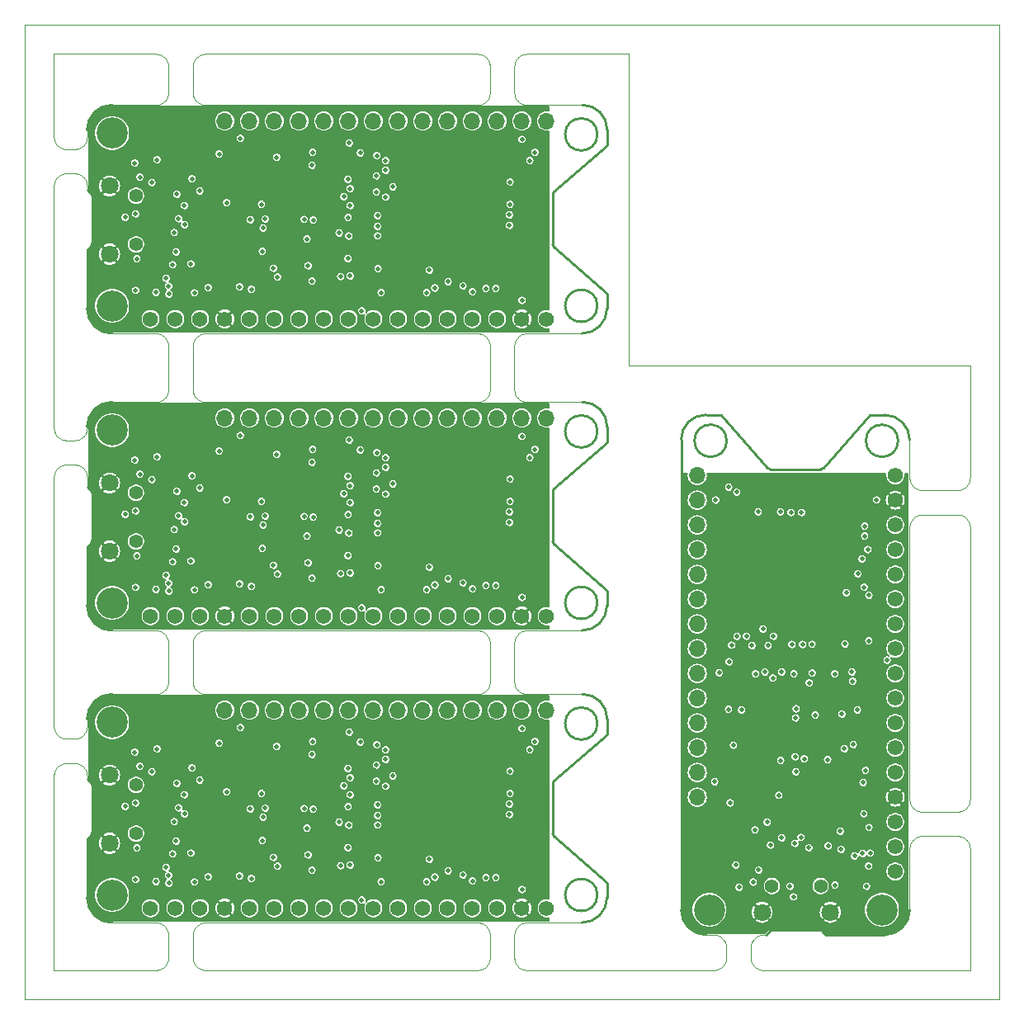
<source format=gbr>
%TF.GenerationSoftware,KiCad,Pcbnew,(5.1.4)-1*%
%TF.CreationDate,2019-10-11T08:55:03-07:00*%
%TF.ProjectId,output.v25Panel,6f757470-7574-42e7-9632-3550616e656c,rev?*%
%TF.SameCoordinates,Original*%
%TF.FileFunction,Copper,L2,Inr*%
%TF.FilePolarity,Positive*%
%FSLAX46Y46*%
G04 Gerber Fmt 4.6, Leading zero omitted, Abs format (unit mm)*
G04 Created by KiCad (PCBNEW (5.1.4)-1) date 2019-10-11 08:55:03*
%MOMM*%
%LPD*%
G04 APERTURE LIST*
%ADD10C,0.050000*%
%ADD11C,0.250000*%
%ADD12C,0.100000*%
%ADD13C,1.800000*%
%ADD14C,1.408000*%
%ADD15O,1.700000X1.700000*%
%ADD16C,1.574800*%
%ADD17C,3.200000*%
%ADD18C,0.508000*%
%ADD19C,0.127000*%
G04 APERTURE END LIST*
D10*
X182000000Y-75000000D02*
X147000000Y-75000000D01*
X147000000Y-75000000D02*
X147000000Y-43000000D01*
X85000000Y-140000000D02*
X85000000Y-40000000D01*
X185000000Y-140000000D02*
X85000000Y-140000000D01*
X185000000Y-40000000D02*
X185000000Y-140000000D01*
X85000000Y-40000000D02*
X185000000Y-40000000D01*
D11*
X144752060Y-67575080D02*
X144752060Y-69128640D01*
X142212060Y-71668640D02*
G75*
G03X144752060Y-69128640I0J2540000D01*
G01*
X139315076Y-62811768D02*
X144752060Y-67575080D01*
X91412060Y-56926067D02*
X91860000Y-57370000D01*
X139318052Y-57099398D02*
X144780013Y-52320000D01*
X139318039Y-57099407D02*
G75*
G03X139188512Y-57351166I160472J-241760D01*
G01*
X139315063Y-62811759D02*
G75*
G02X139185536Y-62560000I160472J241760D01*
G01*
X139185536Y-62560000D02*
X139188512Y-57351166D01*
X91412060Y-63068136D02*
X91860000Y-62624203D01*
X91860000Y-62624203D02*
G75*
G03X91921488Y-62435369I-228511J178835D01*
G01*
X91860000Y-57370000D02*
G75*
G02X91921488Y-57558834I-228511J-178835D01*
G01*
X143765221Y-51245720D02*
G75*
G03X143765221Y-51245720I-1652221J0D01*
G01*
X143765221Y-68835220D02*
G75*
G03X143765221Y-68835220I-1652221J0D01*
G01*
X144780013Y-50766440D02*
X144780013Y-52320000D01*
X142240013Y-48226440D02*
G75*
G02X144780013Y-50766440I0J-2540000D01*
G01*
X91412060Y-63068136D02*
X91412060Y-69128640D01*
X91412060Y-50766440D02*
G75*
G02X93952060Y-48226440I2540000J0D01*
G01*
X91921488Y-57558834D02*
X91921488Y-62435369D01*
X93952060Y-71668640D02*
G75*
G02X91412060Y-69128640I0J2540000D01*
G01*
X144752060Y-98055080D02*
X144752060Y-99608640D01*
X142212060Y-102148640D02*
G75*
G03X144752060Y-99608640I0J2540000D01*
G01*
X139315076Y-93291768D02*
X144752060Y-98055080D01*
X91412060Y-87406067D02*
X91860000Y-87850000D01*
X139318052Y-87579398D02*
X144780013Y-82800000D01*
X139318039Y-87579407D02*
G75*
G03X139188512Y-87831166I160472J-241760D01*
G01*
X139315063Y-93291759D02*
G75*
G02X139185536Y-93040000I160472J241760D01*
G01*
X139185536Y-93040000D02*
X139188512Y-87831166D01*
X91412060Y-93548136D02*
X91860000Y-93104203D01*
X91860000Y-93104203D02*
G75*
G03X91921488Y-92915369I-228511J178835D01*
G01*
X91860000Y-87850000D02*
G75*
G02X91921488Y-88038834I-228511J-178835D01*
G01*
X143765221Y-81725720D02*
G75*
G03X143765221Y-81725720I-1652221J0D01*
G01*
X143765221Y-99315220D02*
G75*
G03X143765221Y-99315220I-1652221J0D01*
G01*
X144780013Y-81246440D02*
X144780013Y-82800000D01*
X142240013Y-78706440D02*
G75*
G02X144780013Y-81246440I0J-2540000D01*
G01*
X91412060Y-93548136D02*
X91412060Y-99608640D01*
X91412060Y-81246440D02*
G75*
G02X93952060Y-78706440I2540000J0D01*
G01*
X91921488Y-88038834D02*
X91921488Y-92915369D01*
X93952060Y-102148640D02*
G75*
G02X91412060Y-99608640I0J2540000D01*
G01*
X144752060Y-128027080D02*
X144752060Y-129580640D01*
X142212060Y-132120640D02*
G75*
G03X144752060Y-129580640I0J2540000D01*
G01*
X139315076Y-123263768D02*
X144752060Y-128027080D01*
X91412060Y-117378067D02*
X91860000Y-117822000D01*
X139318052Y-117551398D02*
X144780013Y-112772000D01*
X139318039Y-117551407D02*
G75*
G03X139188512Y-117803166I160472J-241760D01*
G01*
X139315063Y-123263759D02*
G75*
G02X139185536Y-123012000I160472J241760D01*
G01*
X139185536Y-123012000D02*
X139188512Y-117803166D01*
X91412060Y-123520136D02*
X91860000Y-123076203D01*
X91860000Y-123076203D02*
G75*
G03X91921488Y-122887369I-228511J178835D01*
G01*
X91860000Y-117822000D02*
G75*
G02X91921488Y-118010834I-228511J-178835D01*
G01*
X143765221Y-111697720D02*
G75*
G03X143765221Y-111697720I-1652221J0D01*
G01*
X143765221Y-129287220D02*
G75*
G03X143765221Y-129287220I-1652221J0D01*
G01*
X144780013Y-111218440D02*
X144780013Y-112772000D01*
X142240013Y-108678440D02*
G75*
G02X144780013Y-111218440I0J-2540000D01*
G01*
X91412060Y-123520136D02*
X91412060Y-129580640D01*
X91412060Y-111218440D02*
G75*
G02X93952060Y-108678440I2540000J0D01*
G01*
X91921488Y-118010834D02*
X91921488Y-122887369D01*
X93952060Y-132120640D02*
G75*
G02X91412060Y-129580640I0J2540000D01*
G01*
X171715080Y-80037940D02*
X173268640Y-80037940D01*
X175808640Y-82577940D02*
G75*
G03X173268640Y-80037940I-2540000J0D01*
G01*
X166951768Y-85474924D02*
X171715080Y-80037940D01*
X161066067Y-133377940D02*
X161510000Y-132930000D01*
X161239398Y-85471948D02*
X156460000Y-80009987D01*
X161239407Y-85471961D02*
G75*
G03X161491166Y-85601488I241760J160472D01*
G01*
X166951759Y-85474937D02*
G75*
G02X166700000Y-85604464I-241760J160472D01*
G01*
X166700000Y-85604464D02*
X161491166Y-85601488D01*
X167208136Y-133377940D02*
X166764203Y-132930000D01*
X166764203Y-132930000D02*
G75*
G03X166575369Y-132868512I-178835J-228511D01*
G01*
X161510000Y-132930000D02*
G75*
G02X161698834Y-132868512I178835J-228511D01*
G01*
X157037941Y-82677000D02*
G75*
G03X157037941Y-82677000I-1652221J0D01*
G01*
X174627441Y-82677000D02*
G75*
G03X174627441Y-82677000I-1652221J0D01*
G01*
X154906440Y-80009987D02*
X156460000Y-80009987D01*
X152366440Y-82549987D02*
G75*
G02X154906440Y-80009987I2540000J0D01*
G01*
X167208136Y-133377940D02*
X173268640Y-133377940D01*
X152366440Y-82549987D02*
X152366440Y-130837940D01*
X154906440Y-133377940D02*
G75*
G02X152366440Y-130837940I0J2540000D01*
G01*
X161698834Y-132868512D02*
X166575369Y-132868512D01*
X175808640Y-130837940D02*
G75*
G02X173268640Y-133377940I-2540000J0D01*
G01*
D12*
X175808640Y-86500005D02*
X175808640Y-82577940D01*
X182000000Y-86499985D02*
X182000000Y-75000000D01*
X182000000Y-91499960D02*
X181992313Y-91400256D01*
X175808640Y-91500025D02*
X175816327Y-91400321D01*
X181992313Y-91400256D02*
X181976985Y-91301438D01*
X175816327Y-91400321D02*
X175831655Y-91301503D01*
X181976985Y-91301438D02*
X181954107Y-91204091D01*
X175831655Y-91301503D02*
X175854533Y-91204156D01*
X181954107Y-91204091D02*
X181923814Y-91108791D01*
X175854533Y-91204156D02*
X175884826Y-91108856D01*
X181923814Y-91108791D02*
X181886285Y-91016101D01*
X175884826Y-91108856D02*
X175922355Y-91016166D01*
X181886285Y-91016101D02*
X181841742Y-90926570D01*
X175922355Y-91016166D02*
X175966898Y-90926635D01*
X181841742Y-90926570D02*
X181790449Y-90840728D01*
X175966898Y-90926635D02*
X176018191Y-90840793D01*
X181790449Y-90840728D02*
X181732709Y-90759083D01*
X176018191Y-90840793D02*
X176075931Y-90759148D01*
X181732709Y-90759083D02*
X181668864Y-90682118D01*
X176075931Y-90759148D02*
X176139776Y-90682183D01*
X181668864Y-90682118D02*
X181599292Y-90610288D01*
X176139776Y-90682183D02*
X176209348Y-90610353D01*
X181599292Y-90610288D02*
X181524405Y-90544018D01*
X176209348Y-90610353D02*
X176284235Y-90544083D01*
X181524405Y-90544018D02*
X181444646Y-90483700D01*
X176284235Y-90544083D02*
X176363994Y-90483765D01*
X181444646Y-90483700D02*
X181360487Y-90429691D01*
X176363994Y-90483765D02*
X176448153Y-90429756D01*
X181360487Y-90429691D02*
X181272426Y-90382311D01*
X176448153Y-90429756D02*
X176536214Y-90382376D01*
X181272426Y-90382311D02*
X181180984Y-90341840D01*
X176536214Y-90382376D02*
X176627656Y-90341905D01*
X181180984Y-90341840D02*
X181086702Y-90308518D01*
X176627656Y-90341905D02*
X176721938Y-90308583D01*
X181086702Y-90308518D02*
X180990138Y-90282542D01*
X176721938Y-90308583D02*
X176818502Y-90282607D01*
X180990138Y-90282542D02*
X180891863Y-90264065D01*
X176818502Y-90282607D02*
X176916777Y-90264130D01*
X180891863Y-90264065D02*
X180792458Y-90253197D01*
X176916777Y-90264130D02*
X177016182Y-90253262D01*
X180792458Y-90253197D02*
X180692512Y-90250002D01*
X177016182Y-90253262D02*
X177116128Y-90250067D01*
X177116128Y-90250067D02*
X180692512Y-90250002D01*
X175808640Y-86500005D02*
X175816327Y-86599709D01*
X182000000Y-86499985D02*
X181992313Y-86599689D01*
X175816327Y-86599709D02*
X175831655Y-86698527D01*
X181992313Y-86599689D02*
X181976985Y-86698507D01*
X175831655Y-86698527D02*
X175854533Y-86795874D01*
X181976985Y-86698507D02*
X181954107Y-86795854D01*
X175854533Y-86795874D02*
X175884826Y-86891174D01*
X181954107Y-86795854D02*
X181923814Y-86891154D01*
X175884826Y-86891174D02*
X175922355Y-86983864D01*
X181923814Y-86891154D02*
X181886285Y-86983844D01*
X175922355Y-86983864D02*
X175966898Y-87073395D01*
X181886285Y-86983844D02*
X181841742Y-87073375D01*
X175966898Y-87073395D02*
X176018191Y-87159237D01*
X181841742Y-87073375D02*
X181790449Y-87159217D01*
X176018191Y-87159237D02*
X176075931Y-87240882D01*
X181790449Y-87159217D02*
X181732709Y-87240862D01*
X176075931Y-87240882D02*
X176139776Y-87317847D01*
X181732709Y-87240862D02*
X181668864Y-87317827D01*
X176139776Y-87317847D02*
X176209348Y-87389677D01*
X181668864Y-87317827D02*
X181599292Y-87389657D01*
X176209348Y-87389677D02*
X176284235Y-87455947D01*
X181599292Y-87389657D02*
X181524405Y-87455927D01*
X176284235Y-87455947D02*
X176363994Y-87516265D01*
X181524405Y-87455927D02*
X181444646Y-87516245D01*
X176363994Y-87516265D02*
X176448153Y-87570274D01*
X181444646Y-87516245D02*
X181360487Y-87570254D01*
X176448153Y-87570274D02*
X176536214Y-87617654D01*
X181360487Y-87570254D02*
X181272426Y-87617634D01*
X176536214Y-87617654D02*
X176627656Y-87658125D01*
X181272426Y-87617634D02*
X181180984Y-87658105D01*
X176627656Y-87658125D02*
X176721938Y-87691447D01*
X181180984Y-87658105D02*
X181086702Y-87691427D01*
X176721938Y-87691447D02*
X176818502Y-87717423D01*
X181086702Y-87691427D02*
X180990138Y-87717403D01*
X176818502Y-87717423D02*
X176916777Y-87735900D01*
X180990138Y-87717403D02*
X180891863Y-87735880D01*
X176916777Y-87735900D02*
X177016182Y-87746768D01*
X180891863Y-87735880D02*
X180792458Y-87746748D01*
X177016182Y-87746768D02*
X177116128Y-87749963D01*
X180792458Y-87746748D02*
X180692512Y-87749943D01*
X177116128Y-87749963D02*
X180692512Y-87749943D01*
X175808640Y-119499992D02*
X175808640Y-91500025D01*
X175808640Y-124500010D02*
X175808640Y-130837940D01*
X182000000Y-119499987D02*
X182000000Y-91499960D01*
X182000000Y-124500013D02*
X182000000Y-137000000D01*
X182000000Y-124500013D02*
X181992313Y-124400309D01*
X175808640Y-124500010D02*
X175816327Y-124400306D01*
X181992313Y-124400309D02*
X181976985Y-124301491D01*
X175816327Y-124400306D02*
X175831655Y-124301488D01*
X181976985Y-124301491D02*
X181954107Y-124204144D01*
X175831655Y-124301488D02*
X175854533Y-124204141D01*
X181954107Y-124204144D02*
X181923814Y-124108844D01*
X175854533Y-124204141D02*
X175884826Y-124108841D01*
X181923814Y-124108844D02*
X181886285Y-124016154D01*
X175884826Y-124108841D02*
X175922355Y-124016151D01*
X175922355Y-124016151D02*
X175966898Y-123926620D01*
X181886285Y-124016154D02*
X181841742Y-123926623D01*
X175966898Y-123926620D02*
X176018191Y-123840778D01*
X181841742Y-123926623D02*
X181790449Y-123840781D01*
X176018191Y-123840778D02*
X176075931Y-123759133D01*
X181790449Y-123840781D02*
X181732709Y-123759136D01*
X176075931Y-123759133D02*
X176139776Y-123682168D01*
X181732709Y-123759136D02*
X181668864Y-123682171D01*
X176139776Y-123682168D02*
X176209348Y-123610338D01*
X181668864Y-123682171D02*
X181599292Y-123610341D01*
X176209348Y-123610338D02*
X176284235Y-123544068D01*
X181599292Y-123610341D02*
X181524405Y-123544071D01*
X176284235Y-123544068D02*
X176363994Y-123483750D01*
X181524405Y-123544071D02*
X181444646Y-123483753D01*
X176363994Y-123483750D02*
X176448153Y-123429741D01*
X181444646Y-123483753D02*
X181360487Y-123429744D01*
X176448153Y-123429741D02*
X176536214Y-123382361D01*
X181360487Y-123429744D02*
X181272426Y-123382364D01*
X176536214Y-123382361D02*
X176627656Y-123341890D01*
X181272426Y-123382364D02*
X181180984Y-123341893D01*
X176627656Y-123341890D02*
X176721938Y-123308568D01*
X181180984Y-123341893D02*
X181086702Y-123308571D01*
X176721938Y-123308568D02*
X176818502Y-123282592D01*
X181086702Y-123308571D02*
X180990138Y-123282595D01*
X176818502Y-123282592D02*
X176916777Y-123264115D01*
X180990138Y-123282595D02*
X180891863Y-123264118D01*
X176916777Y-123264115D02*
X177016182Y-123253247D01*
X180891863Y-123264118D02*
X180792458Y-123253250D01*
X177016182Y-123253247D02*
X177116128Y-123250052D01*
X180792458Y-123253250D02*
X180692512Y-123250055D01*
X177116128Y-123250052D02*
X180692512Y-123250055D01*
X175808640Y-119499992D02*
X175816327Y-119599696D01*
X182000000Y-119499987D02*
X181992313Y-119599691D01*
X175816327Y-119599696D02*
X175831655Y-119698514D01*
X181992313Y-119599691D02*
X181976985Y-119698509D01*
X175831655Y-119698514D02*
X175854533Y-119795861D01*
X181976985Y-119698509D02*
X181954107Y-119795856D01*
X175854533Y-119795861D02*
X175884826Y-119891161D01*
X181954107Y-119795856D02*
X181923814Y-119891156D01*
X175884826Y-119891161D02*
X175922355Y-119983851D01*
X181923814Y-119891156D02*
X181886285Y-119983846D01*
X175922355Y-119983851D02*
X175966898Y-120073382D01*
X181886285Y-119983846D02*
X181841742Y-120073377D01*
X175966898Y-120073382D02*
X176018191Y-120159224D01*
X181841742Y-120073377D02*
X181790449Y-120159219D01*
X176018191Y-120159224D02*
X176075931Y-120240869D01*
X181790449Y-120159219D02*
X181732709Y-120240864D01*
X176075931Y-120240869D02*
X176139776Y-120317834D01*
X181732709Y-120240864D02*
X181668864Y-120317829D01*
X176139776Y-120317834D02*
X176209348Y-120389664D01*
X181668864Y-120317829D02*
X181599292Y-120389659D01*
X176209348Y-120389664D02*
X176284235Y-120455934D01*
X181599292Y-120389659D02*
X181524405Y-120455929D01*
X176284235Y-120455934D02*
X176363994Y-120516252D01*
X181524405Y-120455929D02*
X181444646Y-120516247D01*
X176363994Y-120516252D02*
X176448153Y-120570261D01*
X181444646Y-120516247D02*
X181360487Y-120570256D01*
X176448153Y-120570261D02*
X176536214Y-120617641D01*
X181360487Y-120570256D02*
X181272426Y-120617636D01*
X176536214Y-120617641D02*
X176627656Y-120658112D01*
X181272426Y-120617636D02*
X181180984Y-120658107D01*
X176627656Y-120658112D02*
X176721938Y-120691434D01*
X181180984Y-120658107D02*
X181086702Y-120691429D01*
X176721938Y-120691434D02*
X176818502Y-120717410D01*
X181086702Y-120691429D02*
X180990138Y-120717405D01*
X176818502Y-120717410D02*
X176916777Y-120735887D01*
X180990138Y-120717405D02*
X180891863Y-120735882D01*
X176916777Y-120735887D02*
X177016182Y-120746755D01*
X180891863Y-120735882D02*
X180792458Y-120746750D01*
X177016182Y-120746755D02*
X177116128Y-120749950D01*
X180792458Y-120746750D02*
X180692512Y-120749945D01*
X177116128Y-120749950D02*
X180692512Y-120749945D01*
X155750002Y-133377940D02*
X154906440Y-133377940D01*
X160749998Y-133377940D02*
X161066067Y-133377940D01*
X160749985Y-137000000D02*
X182000000Y-137000000D01*
X155750002Y-133377940D02*
X155849706Y-133385627D01*
X155749977Y-137000000D02*
X155849681Y-136992313D01*
X155849706Y-133385627D02*
X155948524Y-133400955D01*
X155849681Y-136992313D02*
X155948499Y-136976985D01*
X155948524Y-133400955D02*
X156045871Y-133423833D01*
X155948499Y-136976985D02*
X156045846Y-136954107D01*
X156045871Y-133423833D02*
X156141171Y-133454126D01*
X156045846Y-136954107D02*
X156141146Y-136923814D01*
X156141171Y-133454126D02*
X156233861Y-133491655D01*
X156141146Y-136923814D02*
X156233836Y-136886285D01*
X156233861Y-133491655D02*
X156323392Y-133536198D01*
X156233836Y-136886285D02*
X156323367Y-136841742D01*
X156323392Y-133536198D02*
X156409234Y-133587491D01*
X156323367Y-136841742D02*
X156409209Y-136790449D01*
X156409234Y-133587491D02*
X156490879Y-133645231D01*
X156409209Y-136790449D02*
X156490854Y-136732709D01*
X156490879Y-133645231D02*
X156567844Y-133709076D01*
X156490854Y-136732709D02*
X156567819Y-136668864D01*
X156567844Y-133709076D02*
X156639674Y-133778648D01*
X156567819Y-136668864D02*
X156639649Y-136599292D01*
X156639674Y-133778648D02*
X156705944Y-133853535D01*
X156639649Y-136599292D02*
X156705919Y-136524405D01*
X156705944Y-133853535D02*
X156766262Y-133933294D01*
X156705919Y-136524405D02*
X156766237Y-136444646D01*
X156766262Y-133933294D02*
X156820271Y-134017453D01*
X156766237Y-136444646D02*
X156820246Y-136360487D01*
X156820271Y-134017453D02*
X156867651Y-134105514D01*
X156820246Y-136360487D02*
X156867626Y-136272426D01*
X156867651Y-134105514D02*
X156908122Y-134196956D01*
X156867626Y-136272426D02*
X156908097Y-136180984D01*
X156908122Y-134196956D02*
X156941444Y-134291238D01*
X156908097Y-136180984D02*
X156941419Y-136086702D01*
X156941444Y-134291238D02*
X156967420Y-134387802D01*
X156941419Y-136086702D02*
X156967395Y-135990138D01*
X156967420Y-134387802D02*
X156985897Y-134486077D01*
X156967395Y-135990138D02*
X156985872Y-135891863D01*
X156985897Y-134486077D02*
X156996765Y-134585482D01*
X156985872Y-135891863D02*
X156996740Y-135792458D01*
X156996765Y-134585482D02*
X156999960Y-134685428D01*
X156996740Y-135792458D02*
X156999935Y-135692512D01*
X156999960Y-134685428D02*
X156999935Y-135692512D01*
X160749985Y-137000000D02*
X160650281Y-136992313D01*
X160749998Y-133377940D02*
X160650294Y-133385627D01*
X160650281Y-136992313D02*
X160551463Y-136976985D01*
X160650294Y-133385627D02*
X160551476Y-133400955D01*
X160551463Y-136976985D02*
X160454116Y-136954107D01*
X160551476Y-133400955D02*
X160454129Y-133423833D01*
X160454116Y-136954107D02*
X160358816Y-136923814D01*
X160454129Y-133423833D02*
X160358829Y-133454126D01*
X160358816Y-136923814D02*
X160266126Y-136886285D01*
X160358829Y-133454126D02*
X160266139Y-133491655D01*
X160266126Y-136886285D02*
X160176595Y-136841742D01*
X160266139Y-133491655D02*
X160176608Y-133536198D01*
X160176595Y-136841742D02*
X160090753Y-136790449D01*
X160176608Y-133536198D02*
X160090766Y-133587491D01*
X160090753Y-136790449D02*
X160009108Y-136732709D01*
X160090766Y-133587491D02*
X160009121Y-133645231D01*
X160009108Y-136732709D02*
X159932143Y-136668864D01*
X160009121Y-133645231D02*
X159932156Y-133709076D01*
X159932143Y-136668864D02*
X159860313Y-136599292D01*
X159932156Y-133709076D02*
X159860326Y-133778648D01*
X159860313Y-136599292D02*
X159794043Y-136524405D01*
X159860326Y-133778648D02*
X159794056Y-133853535D01*
X159794043Y-136524405D02*
X159733725Y-136444646D01*
X159794056Y-133853535D02*
X159733738Y-133933294D01*
X159733725Y-136444646D02*
X159679716Y-136360487D01*
X159733738Y-133933294D02*
X159679729Y-134017453D01*
X159679716Y-136360487D02*
X159632336Y-136272426D01*
X159679729Y-134017453D02*
X159632349Y-134105514D01*
X159632336Y-136272426D02*
X159591865Y-136180984D01*
X159632349Y-134105514D02*
X159591878Y-134196956D01*
X159591865Y-136180984D02*
X159558543Y-136086702D01*
X159591878Y-134196956D02*
X159558556Y-134291238D01*
X159558543Y-136086702D02*
X159532567Y-135990138D01*
X159558556Y-134291238D02*
X159532580Y-134387802D01*
X159532567Y-135990138D02*
X159514090Y-135891863D01*
X159532580Y-134387802D02*
X159514103Y-134486077D01*
X159514090Y-135891863D02*
X159503222Y-135792458D01*
X159514103Y-134486077D02*
X159503235Y-134585482D01*
X159503222Y-135792458D02*
X159500027Y-135692512D01*
X159503235Y-134585482D02*
X159500040Y-134685428D01*
X159500040Y-134685428D02*
X159500027Y-135692512D01*
X136499998Y-132120640D02*
X142212060Y-132120640D01*
X136499998Y-137000000D02*
X155749977Y-137000000D01*
X131500015Y-137000000D02*
X131599719Y-136992313D01*
X131500007Y-132120640D02*
X131599711Y-132128327D01*
X131599719Y-136992313D02*
X131698537Y-136976985D01*
X131599711Y-132128327D02*
X131698529Y-132143655D01*
X131698537Y-136976985D02*
X131795884Y-136954107D01*
X131698529Y-132143655D02*
X131795876Y-132166533D01*
X131795884Y-136954107D02*
X131891184Y-136923814D01*
X131795876Y-132166533D02*
X131891176Y-132196826D01*
X131891184Y-136923814D02*
X131983874Y-136886285D01*
X131891176Y-132196826D02*
X131983866Y-132234355D01*
X131983874Y-136886285D02*
X132073405Y-136841742D01*
X131983866Y-132234355D02*
X132073397Y-132278898D01*
X132073405Y-136841742D02*
X132159247Y-136790449D01*
X132073397Y-132278898D02*
X132159239Y-132330191D01*
X132159247Y-136790449D02*
X132240892Y-136732709D01*
X132159239Y-132330191D02*
X132240884Y-132387931D01*
X132240892Y-136732709D02*
X132317857Y-136668864D01*
X132240884Y-132387931D02*
X132317849Y-132451776D01*
X132317857Y-136668864D02*
X132389687Y-136599292D01*
X132317849Y-132451776D02*
X132389679Y-132521348D01*
X132389687Y-136599292D02*
X132455957Y-136524405D01*
X132389679Y-132521348D02*
X132455949Y-132596235D01*
X132455957Y-136524405D02*
X132516275Y-136444646D01*
X132455949Y-132596235D02*
X132516267Y-132675994D01*
X132516275Y-136444646D02*
X132570284Y-136360487D01*
X132516267Y-132675994D02*
X132570276Y-132760153D01*
X132570284Y-136360487D02*
X132617664Y-136272426D01*
X132570276Y-132760153D02*
X132617656Y-132848214D01*
X132617664Y-136272426D02*
X132658135Y-136180984D01*
X132617656Y-132848214D02*
X132658127Y-132939656D01*
X132658135Y-136180984D02*
X132691457Y-136086702D01*
X132658127Y-132939656D02*
X132691449Y-133033938D01*
X132691457Y-136086702D02*
X132717433Y-135990138D01*
X132691449Y-133033938D02*
X132717425Y-133130502D01*
X132717433Y-135990138D02*
X132735910Y-135891863D01*
X132717425Y-133130502D02*
X132735902Y-133228777D01*
X132735910Y-135891863D02*
X132746778Y-135792458D01*
X132735902Y-133228777D02*
X132746770Y-133328182D01*
X132746778Y-135792458D02*
X132749973Y-135692512D01*
X132746770Y-133328182D02*
X132749965Y-133428128D01*
X132749965Y-133428128D02*
X132749973Y-135692512D01*
X136499998Y-137000000D02*
X136400294Y-136992313D01*
X136499998Y-132120640D02*
X136400294Y-132128327D01*
X136400294Y-136992313D02*
X136301476Y-136976985D01*
X136400294Y-132128327D02*
X136301476Y-132143655D01*
X136301476Y-136976985D02*
X136204129Y-136954107D01*
X136301476Y-132143655D02*
X136204129Y-132166533D01*
X136204129Y-136954107D02*
X136108829Y-136923814D01*
X136204129Y-132166533D02*
X136108829Y-132196826D01*
X136108829Y-136923814D02*
X136016139Y-136886285D01*
X136108829Y-132196826D02*
X136016139Y-132234355D01*
X136016139Y-136886285D02*
X135926608Y-136841742D01*
X136016139Y-132234355D02*
X135926608Y-132278898D01*
X135926608Y-136841742D02*
X135840766Y-136790449D01*
X135926608Y-132278898D02*
X135840766Y-132330191D01*
X135840766Y-136790449D02*
X135759121Y-136732709D01*
X135840766Y-132330191D02*
X135759121Y-132387931D01*
X135759121Y-136732709D02*
X135682156Y-136668864D01*
X135759121Y-132387931D02*
X135682156Y-132451776D01*
X135682156Y-136668864D02*
X135610326Y-136599292D01*
X135682156Y-132451776D02*
X135610326Y-132521348D01*
X135610326Y-136599292D02*
X135544056Y-136524405D01*
X135610326Y-132521348D02*
X135544056Y-132596235D01*
X135544056Y-136524405D02*
X135483738Y-136444646D01*
X135544056Y-132596235D02*
X135483738Y-132675994D01*
X135483738Y-136444646D02*
X135429729Y-136360487D01*
X135483738Y-132675994D02*
X135429729Y-132760153D01*
X135429729Y-136360487D02*
X135382349Y-136272426D01*
X135429729Y-132760153D02*
X135382349Y-132848214D01*
X135382349Y-136272426D02*
X135341878Y-136180984D01*
X135382349Y-132848214D02*
X135341878Y-132939656D01*
X135341878Y-136180984D02*
X135308556Y-136086702D01*
X135341878Y-132939656D02*
X135308556Y-133033938D01*
X135308556Y-136086702D02*
X135282580Y-135990138D01*
X135308556Y-133033938D02*
X135282580Y-133130502D01*
X135282580Y-135990138D02*
X135264103Y-135891863D01*
X135282580Y-133130502D02*
X135264103Y-133228777D01*
X135264103Y-135891863D02*
X135253235Y-135792458D01*
X135264103Y-133228777D02*
X135253235Y-133328182D01*
X135253235Y-135792458D02*
X135250040Y-135692512D01*
X135253235Y-133328182D02*
X135250040Y-133428128D01*
X135250040Y-133428128D02*
X135250040Y-135692512D01*
X103500010Y-132120640D02*
X131500007Y-132120640D01*
X98500007Y-132120640D02*
X93952060Y-132120640D01*
X103500010Y-137000000D02*
X131500015Y-137000000D01*
X98500002Y-137000000D02*
X88000000Y-137000000D01*
X98500007Y-132120640D02*
X98599711Y-132128327D01*
X98500002Y-137000000D02*
X98599706Y-136992313D01*
X98599711Y-132128327D02*
X98698529Y-132143655D01*
X98599706Y-136992313D02*
X98698524Y-136976985D01*
X98698529Y-132143655D02*
X98795876Y-132166533D01*
X98698524Y-136976985D02*
X98795871Y-136954107D01*
X98795876Y-132166533D02*
X98891176Y-132196826D01*
X98795871Y-136954107D02*
X98891171Y-136923814D01*
X98891176Y-132196826D02*
X98983866Y-132234355D01*
X98891171Y-136923814D02*
X98983861Y-136886285D01*
X98983866Y-132234355D02*
X99073397Y-132278898D01*
X98983861Y-136886285D02*
X99073392Y-136841742D01*
X99073397Y-132278898D02*
X99159239Y-132330191D01*
X99073392Y-136841742D02*
X99159234Y-136790449D01*
X99159239Y-132330191D02*
X99240884Y-132387931D01*
X99159234Y-136790449D02*
X99240879Y-136732709D01*
X99240884Y-132387931D02*
X99317849Y-132451776D01*
X99240879Y-136732709D02*
X99317844Y-136668864D01*
X99317849Y-132451776D02*
X99389679Y-132521348D01*
X99317844Y-136668864D02*
X99389674Y-136599292D01*
X99389679Y-132521348D02*
X99455949Y-132596235D01*
X99389674Y-136599292D02*
X99455944Y-136524405D01*
X99455949Y-132596235D02*
X99516267Y-132675994D01*
X99455944Y-136524405D02*
X99516262Y-136444646D01*
X99516267Y-132675994D02*
X99570276Y-132760153D01*
X99516262Y-136444646D02*
X99570271Y-136360487D01*
X99570276Y-132760153D02*
X99617656Y-132848214D01*
X99570271Y-136360487D02*
X99617651Y-136272426D01*
X99617656Y-132848214D02*
X99658127Y-132939656D01*
X99617651Y-136272426D02*
X99658122Y-136180984D01*
X99658127Y-132939656D02*
X99691449Y-133033938D01*
X99658122Y-136180984D02*
X99691444Y-136086702D01*
X99691449Y-133033938D02*
X99717425Y-133130502D01*
X99691444Y-136086702D02*
X99717420Y-135990138D01*
X99717425Y-133130502D02*
X99735902Y-133228777D01*
X99717420Y-135990138D02*
X99735897Y-135891863D01*
X99735902Y-133228777D02*
X99746770Y-133328182D01*
X99735897Y-135891863D02*
X99746765Y-135792458D01*
X99746770Y-133328182D02*
X99749965Y-133428128D01*
X99746765Y-135792458D02*
X99749960Y-135692512D01*
X99749965Y-133428128D02*
X99749960Y-135692512D01*
X103500010Y-137000000D02*
X103400306Y-136992313D01*
X103500010Y-132120640D02*
X103400306Y-132128327D01*
X103400306Y-136992313D02*
X103301488Y-136976985D01*
X103400306Y-132128327D02*
X103301488Y-132143655D01*
X103301488Y-136976985D02*
X103204141Y-136954107D01*
X103301488Y-132143655D02*
X103204141Y-132166533D01*
X103204141Y-136954107D02*
X103108841Y-136923814D01*
X103204141Y-132166533D02*
X103108841Y-132196826D01*
X103108841Y-136923814D02*
X103016151Y-136886285D01*
X103108841Y-132196826D02*
X103016151Y-132234355D01*
X103016151Y-136886285D02*
X102926620Y-136841742D01*
X103016151Y-132234355D02*
X102926620Y-132278898D01*
X102926620Y-136841742D02*
X102840778Y-136790449D01*
X102926620Y-132278898D02*
X102840778Y-132330191D01*
X102840778Y-136790449D02*
X102759133Y-136732709D01*
X102840778Y-132330191D02*
X102759133Y-132387931D01*
X102759133Y-136732709D02*
X102682168Y-136668864D01*
X102759133Y-132387931D02*
X102682168Y-132451776D01*
X102682168Y-136668864D02*
X102610338Y-136599292D01*
X102682168Y-132451776D02*
X102610338Y-132521348D01*
X102610338Y-136599292D02*
X102544068Y-136524405D01*
X102610338Y-132521348D02*
X102544068Y-132596235D01*
X102544068Y-136524405D02*
X102483750Y-136444646D01*
X102544068Y-132596235D02*
X102483750Y-132675994D01*
X102483750Y-136444646D02*
X102429741Y-136360487D01*
X102483750Y-132675994D02*
X102429741Y-132760153D01*
X102429741Y-136360487D02*
X102382361Y-136272426D01*
X102429741Y-132760153D02*
X102382361Y-132848214D01*
X102382361Y-136272426D02*
X102341890Y-136180984D01*
X102382361Y-132848214D02*
X102341890Y-132939656D01*
X102341890Y-136180984D02*
X102308568Y-136086702D01*
X102341890Y-132939656D02*
X102308568Y-133033938D01*
X102308568Y-136086702D02*
X102282592Y-135990138D01*
X102308568Y-133033938D02*
X102282592Y-133130502D01*
X102282592Y-135990138D02*
X102264115Y-135891863D01*
X102282592Y-133130502D02*
X102264115Y-133228777D01*
X102264115Y-135891863D02*
X102253247Y-135792458D01*
X102264115Y-133228777D02*
X102253247Y-133328182D01*
X102253247Y-135792458D02*
X102250052Y-135692512D01*
X102253247Y-133328182D02*
X102250052Y-133428128D01*
X102250052Y-133428128D02*
X102250052Y-135692512D01*
X88000000Y-117020000D02*
X88000000Y-137000000D01*
X91412060Y-112020000D02*
X91412060Y-111218440D01*
X91412060Y-117020000D02*
X91412060Y-117378067D01*
X91412060Y-117020000D02*
X91404373Y-116920296D01*
X88000000Y-117020000D02*
X88007687Y-116920296D01*
X91404373Y-116920296D02*
X91389045Y-116821478D01*
X88007687Y-116920296D02*
X88023015Y-116821478D01*
X91389045Y-116821478D02*
X91366167Y-116724131D01*
X88023015Y-116821478D02*
X88045893Y-116724131D01*
X91366167Y-116724131D02*
X91335874Y-116628831D01*
X88045893Y-116724131D02*
X88076186Y-116628831D01*
X91335874Y-116628831D02*
X91298345Y-116536141D01*
X88076186Y-116628831D02*
X88113715Y-116536141D01*
X91298345Y-116536141D02*
X91253802Y-116446610D01*
X88113715Y-116536141D02*
X88158258Y-116446610D01*
X91253802Y-116446610D02*
X91202509Y-116360768D01*
X88158258Y-116446610D02*
X88209551Y-116360768D01*
X91202509Y-116360768D02*
X91144769Y-116279123D01*
X88209551Y-116360768D02*
X88267291Y-116279123D01*
X91144769Y-116279123D02*
X91080924Y-116202158D01*
X88267291Y-116279123D02*
X88331136Y-116202158D01*
X91080924Y-116202158D02*
X91011352Y-116130328D01*
X88331136Y-116202158D02*
X88400708Y-116130328D01*
X91011352Y-116130328D02*
X90936465Y-116064058D01*
X88400708Y-116130328D02*
X88475595Y-116064058D01*
X90936465Y-116064058D02*
X90856706Y-116003740D01*
X88475595Y-116064058D02*
X88555354Y-116003740D01*
X90856706Y-116003740D02*
X90772547Y-115949731D01*
X88555354Y-116003740D02*
X88639513Y-115949731D01*
X90772547Y-115949731D02*
X90684486Y-115902351D01*
X88639513Y-115949731D02*
X88727574Y-115902351D01*
X90684486Y-115902351D02*
X90593044Y-115861880D01*
X88727574Y-115902351D02*
X88819016Y-115861880D01*
X90593044Y-115861880D02*
X90498762Y-115828558D01*
X88819016Y-115861880D02*
X88913298Y-115828558D01*
X90498762Y-115828558D02*
X90402198Y-115802582D01*
X88913298Y-115828558D02*
X89009862Y-115802582D01*
X90402198Y-115802582D02*
X90303923Y-115784105D01*
X89009862Y-115802582D02*
X89108137Y-115784105D01*
X90303923Y-115784105D02*
X90204518Y-115773237D01*
X89108137Y-115784105D02*
X89207542Y-115773237D01*
X90204518Y-115773237D02*
X90104572Y-115770042D01*
X89207542Y-115773237D02*
X89307488Y-115770042D01*
X89307488Y-115770042D02*
X90104572Y-115770042D01*
X88000000Y-112020017D02*
X88007687Y-112119721D01*
X91412060Y-112020000D02*
X91404373Y-112119704D01*
X88007687Y-112119721D02*
X88023015Y-112218539D01*
X91404373Y-112119704D02*
X91389045Y-112218522D01*
X88023015Y-112218539D02*
X88045893Y-112315886D01*
X91389045Y-112218522D02*
X91366167Y-112315869D01*
X88045893Y-112315886D02*
X88076186Y-112411186D01*
X91366167Y-112315869D02*
X91335874Y-112411169D01*
X88076186Y-112411186D02*
X88113715Y-112503876D01*
X91335874Y-112411169D02*
X91298345Y-112503859D01*
X88113715Y-112503876D02*
X88158258Y-112593407D01*
X91298345Y-112503859D02*
X91253802Y-112593390D01*
X88158258Y-112593407D02*
X88209551Y-112679249D01*
X91253802Y-112593390D02*
X91202509Y-112679232D01*
X88209551Y-112679249D02*
X88267291Y-112760894D01*
X91202509Y-112679232D02*
X91144769Y-112760877D01*
X88267291Y-112760894D02*
X88331136Y-112837859D01*
X91144769Y-112760877D02*
X91080924Y-112837842D01*
X88331136Y-112837859D02*
X88400708Y-112909689D01*
X91080924Y-112837842D02*
X91011352Y-112909672D01*
X88400708Y-112909689D02*
X88475595Y-112975959D01*
X91011352Y-112909672D02*
X90936465Y-112975942D01*
X88475595Y-112975959D02*
X88555354Y-113036277D01*
X90936465Y-112975942D02*
X90856706Y-113036260D01*
X88555354Y-113036277D02*
X88639513Y-113090286D01*
X90856706Y-113036260D02*
X90772547Y-113090269D01*
X88639513Y-113090286D02*
X88727574Y-113137666D01*
X90772547Y-113090269D02*
X90684486Y-113137649D01*
X88727574Y-113137666D02*
X88819016Y-113178137D01*
X90684486Y-113137649D02*
X90593044Y-113178120D01*
X88819016Y-113178137D02*
X88913298Y-113211459D01*
X90593044Y-113178120D02*
X90498762Y-113211442D01*
X88913298Y-113211459D02*
X89009862Y-113237435D01*
X90498762Y-113211442D02*
X90402198Y-113237418D01*
X89009862Y-113237435D02*
X89108137Y-113255912D01*
X90402198Y-113237418D02*
X90303923Y-113255895D01*
X89108137Y-113255912D02*
X89207542Y-113266780D01*
X90303923Y-113255895D02*
X90204518Y-113266763D01*
X89207542Y-113266780D02*
X89307488Y-113269975D01*
X90204518Y-113266763D02*
X90104572Y-113269958D01*
X89307488Y-113269975D02*
X90104572Y-113269958D01*
X88000000Y-86385008D02*
X88000000Y-112020017D01*
X91412060Y-81384997D02*
X91412060Y-81246440D01*
X91412060Y-86385003D02*
X91412060Y-87406067D01*
X91412060Y-86385003D02*
X91404373Y-86285299D01*
X88000000Y-86385008D02*
X88007687Y-86285304D01*
X91404373Y-86285299D02*
X91389045Y-86186481D01*
X88007687Y-86285304D02*
X88023015Y-86186486D01*
X91389045Y-86186481D02*
X91366167Y-86089134D01*
X88023015Y-86186486D02*
X88045893Y-86089139D01*
X91366167Y-86089134D02*
X91335874Y-85993834D01*
X88045893Y-86089139D02*
X88076186Y-85993839D01*
X91335874Y-85993834D02*
X91298345Y-85901144D01*
X88076186Y-85993839D02*
X88113715Y-85901149D01*
X91298345Y-85901144D02*
X91253802Y-85811613D01*
X88113715Y-85901149D02*
X88158258Y-85811618D01*
X91253802Y-85811613D02*
X91202509Y-85725771D01*
X88158258Y-85811618D02*
X88209551Y-85725776D01*
X91202509Y-85725771D02*
X91144769Y-85644126D01*
X88209551Y-85725776D02*
X88267291Y-85644131D01*
X91144769Y-85644126D02*
X91080924Y-85567161D01*
X88267291Y-85644131D02*
X88331136Y-85567166D01*
X91080924Y-85567161D02*
X91011352Y-85495331D01*
X88331136Y-85567166D02*
X88400708Y-85495336D01*
X91011352Y-85495331D02*
X90936465Y-85429061D01*
X88400708Y-85495336D02*
X88475595Y-85429066D01*
X90936465Y-85429061D02*
X90856706Y-85368743D01*
X88475595Y-85429066D02*
X88555354Y-85368748D01*
X90856706Y-85368743D02*
X90772547Y-85314734D01*
X88555354Y-85368748D02*
X88639513Y-85314739D01*
X90772547Y-85314734D02*
X90684486Y-85267354D01*
X88639513Y-85314739D02*
X88727574Y-85267359D01*
X90684486Y-85267354D02*
X90593044Y-85226883D01*
X88727574Y-85267359D02*
X88819016Y-85226888D01*
X90593044Y-85226883D02*
X90498762Y-85193561D01*
X88819016Y-85226888D02*
X88913298Y-85193566D01*
X90498762Y-85193561D02*
X90402198Y-85167585D01*
X88913298Y-85193566D02*
X89009862Y-85167590D01*
X90402198Y-85167585D02*
X90303923Y-85149108D01*
X89009862Y-85167590D02*
X89108137Y-85149113D01*
X90303923Y-85149108D02*
X90204518Y-85138240D01*
X89108137Y-85149113D02*
X89207542Y-85138245D01*
X90204518Y-85138240D02*
X90104572Y-85135045D01*
X89207542Y-85138245D02*
X89307488Y-85135050D01*
X89307488Y-85135050D02*
X90104572Y-85135045D01*
X91412060Y-81384997D02*
X91404373Y-81484701D01*
X88000000Y-81384985D02*
X88007687Y-81484689D01*
X91404373Y-81484701D02*
X91389045Y-81583519D01*
X88007687Y-81484689D02*
X88023015Y-81583507D01*
X91389045Y-81583519D02*
X91366167Y-81680866D01*
X88023015Y-81583507D02*
X88045893Y-81680854D01*
X91366167Y-81680866D02*
X91335874Y-81776166D01*
X88045893Y-81680854D02*
X88076186Y-81776154D01*
X91335874Y-81776166D02*
X91298345Y-81868856D01*
X88076186Y-81776154D02*
X88113715Y-81868844D01*
X91298345Y-81868856D02*
X91253802Y-81958387D01*
X88113715Y-81868844D02*
X88158258Y-81958375D01*
X91253802Y-81958387D02*
X91202509Y-82044229D01*
X88158258Y-81958375D02*
X88209551Y-82044217D01*
X91202509Y-82044229D02*
X91144769Y-82125874D01*
X88209551Y-82044217D02*
X88267291Y-82125862D01*
X91144769Y-82125874D02*
X91080924Y-82202839D01*
X88267291Y-82125862D02*
X88331136Y-82202827D01*
X91080924Y-82202839D02*
X91011352Y-82274669D01*
X88331136Y-82202827D02*
X88400708Y-82274657D01*
X91011352Y-82274669D02*
X90936465Y-82340939D01*
X88400708Y-82274657D02*
X88475595Y-82340927D01*
X90936465Y-82340939D02*
X90856706Y-82401257D01*
X88475595Y-82340927D02*
X88555354Y-82401245D01*
X90856706Y-82401257D02*
X90772547Y-82455266D01*
X88555354Y-82401245D02*
X88639513Y-82455254D01*
X90772547Y-82455266D02*
X90684486Y-82502646D01*
X88639513Y-82455254D02*
X88727574Y-82502634D01*
X90684486Y-82502646D02*
X90593044Y-82543117D01*
X88727574Y-82502634D02*
X88819016Y-82543105D01*
X90593044Y-82543117D02*
X90498762Y-82576439D01*
X88819016Y-82543105D02*
X88913298Y-82576427D01*
X90498762Y-82576439D02*
X90402198Y-82602415D01*
X88913298Y-82576427D02*
X89009862Y-82602403D01*
X90402198Y-82602415D02*
X90303923Y-82620892D01*
X89009862Y-82602403D02*
X89108137Y-82620880D01*
X90303923Y-82620892D02*
X90204518Y-82631760D01*
X89108137Y-82620880D02*
X89207542Y-82631748D01*
X90204518Y-82631760D02*
X90104572Y-82634955D01*
X89207542Y-82631748D02*
X89307488Y-82634943D01*
X89307488Y-82634943D02*
X90104572Y-82634955D01*
X88000000Y-56511975D02*
X88000000Y-81384985D01*
X88000000Y-51512000D02*
X88000000Y-43000000D01*
X91412060Y-51512002D02*
X91412060Y-50766440D01*
X91412060Y-56512000D02*
X91412060Y-56926067D01*
X88000000Y-56511975D02*
X88007687Y-56412271D01*
X91412060Y-56512000D02*
X91404373Y-56412296D01*
X88007687Y-56412271D02*
X88023015Y-56313453D01*
X91404373Y-56412296D02*
X91389045Y-56313478D01*
X88023015Y-56313453D02*
X88045893Y-56216106D01*
X91389045Y-56313478D02*
X91366167Y-56216131D01*
X88045893Y-56216106D02*
X88076186Y-56120806D01*
X91366167Y-56216131D02*
X91335874Y-56120831D01*
X88076186Y-56120806D02*
X88113715Y-56028116D01*
X91335874Y-56120831D02*
X91298345Y-56028141D01*
X88113715Y-56028116D02*
X88158258Y-55938585D01*
X91298345Y-56028141D02*
X91253802Y-55938610D01*
X88158258Y-55938585D02*
X88209551Y-55852743D01*
X91253802Y-55938610D02*
X91202509Y-55852768D01*
X88209551Y-55852743D02*
X88267291Y-55771098D01*
X91202509Y-55852768D02*
X91144769Y-55771123D01*
X88267291Y-55771098D02*
X88331136Y-55694133D01*
X91144769Y-55771123D02*
X91080924Y-55694158D01*
X88331136Y-55694133D02*
X88400708Y-55622303D01*
X91080924Y-55694158D02*
X91011352Y-55622328D01*
X88400708Y-55622303D02*
X88475595Y-55556033D01*
X91011352Y-55622328D02*
X90936465Y-55556058D01*
X88475595Y-55556033D02*
X88555354Y-55495715D01*
X90936465Y-55556058D02*
X90856706Y-55495740D01*
X88555354Y-55495715D02*
X88639513Y-55441706D01*
X90856706Y-55495740D02*
X90772547Y-55441731D01*
X88639513Y-55441706D02*
X88727574Y-55394326D01*
X90772547Y-55441731D02*
X90684486Y-55394351D01*
X88727574Y-55394326D02*
X88819016Y-55353855D01*
X90684486Y-55394351D02*
X90593044Y-55353880D01*
X88819016Y-55353855D02*
X88913298Y-55320533D01*
X90593044Y-55353880D02*
X90498762Y-55320558D01*
X88913298Y-55320533D02*
X89009862Y-55294557D01*
X90498762Y-55320558D02*
X90402198Y-55294582D01*
X89009862Y-55294557D02*
X89108137Y-55276080D01*
X90402198Y-55294582D02*
X90303923Y-55276105D01*
X89108137Y-55276080D02*
X89207542Y-55265212D01*
X90303923Y-55276105D02*
X90204518Y-55265237D01*
X89207542Y-55265212D02*
X89307488Y-55262017D01*
X90204518Y-55265237D02*
X90104572Y-55262042D01*
X89307488Y-55262017D02*
X90104572Y-55262042D01*
X91412060Y-51512002D02*
X91404373Y-51611706D01*
X88000000Y-51512000D02*
X88007687Y-51611704D01*
X91404373Y-51611706D02*
X91389045Y-51710524D01*
X88007687Y-51611704D02*
X88023015Y-51710522D01*
X91389045Y-51710524D02*
X91366167Y-51807871D01*
X88023015Y-51710522D02*
X88045893Y-51807869D01*
X91366167Y-51807871D02*
X91335874Y-51903171D01*
X88045893Y-51807869D02*
X88076186Y-51903169D01*
X91335874Y-51903171D02*
X91298345Y-51995861D01*
X88076186Y-51903169D02*
X88113715Y-51995859D01*
X91298345Y-51995861D02*
X91253802Y-52085392D01*
X88113715Y-51995859D02*
X88158258Y-52085390D01*
X91253802Y-52085392D02*
X91202509Y-52171234D01*
X88158258Y-52085390D02*
X88209551Y-52171232D01*
X91202509Y-52171234D02*
X91144769Y-52252879D01*
X88209551Y-52171232D02*
X88267291Y-52252877D01*
X91144769Y-52252879D02*
X91080924Y-52329844D01*
X88267291Y-52252877D02*
X88331136Y-52329842D01*
X91080924Y-52329844D02*
X91011352Y-52401674D01*
X88331136Y-52329842D02*
X88400708Y-52401672D01*
X91011352Y-52401674D02*
X90936465Y-52467944D01*
X88400708Y-52401672D02*
X88475595Y-52467942D01*
X90936465Y-52467944D02*
X90856706Y-52528262D01*
X88475595Y-52467942D02*
X88555354Y-52528260D01*
X90856706Y-52528262D02*
X90772547Y-52582271D01*
X88555354Y-52528260D02*
X88639513Y-52582269D01*
X90772547Y-52582271D02*
X90684486Y-52629651D01*
X88639513Y-52582269D02*
X88727574Y-52629649D01*
X90684486Y-52629651D02*
X90593044Y-52670122D01*
X88727574Y-52629649D02*
X88819016Y-52670120D01*
X90593044Y-52670122D02*
X90498762Y-52703444D01*
X88819016Y-52670120D02*
X88913298Y-52703442D01*
X90498762Y-52703444D02*
X90402198Y-52729420D01*
X88913298Y-52703442D02*
X89009862Y-52729418D01*
X90402198Y-52729420D02*
X90303923Y-52747897D01*
X89009862Y-52729418D02*
X89108137Y-52747895D01*
X90303923Y-52747897D02*
X90204518Y-52758765D01*
X89108137Y-52747895D02*
X89207542Y-52758763D01*
X90204518Y-52758765D02*
X90104572Y-52761960D01*
X89207542Y-52758763D02*
X89307488Y-52761958D01*
X89307488Y-52761958D02*
X90104572Y-52761960D01*
X136499998Y-43000000D02*
X147000000Y-43000000D01*
X136500000Y-48226440D02*
X142240013Y-48226440D01*
X131500015Y-43000000D02*
X131599719Y-43007687D01*
X131500007Y-48226440D02*
X131599711Y-48218753D01*
X131599719Y-43007687D02*
X131698537Y-43023015D01*
X131599711Y-48218753D02*
X131698529Y-48203425D01*
X131698537Y-43023015D02*
X131795884Y-43045893D01*
X131698529Y-48203425D02*
X131795876Y-48180547D01*
X131795884Y-43045893D02*
X131891184Y-43076186D01*
X131795876Y-48180547D02*
X131891176Y-48150254D01*
X131891184Y-43076186D02*
X131983874Y-43113715D01*
X131891176Y-48150254D02*
X131983866Y-48112725D01*
X131983874Y-43113715D02*
X132073405Y-43158258D01*
X131983866Y-48112725D02*
X132073397Y-48068182D01*
X132073405Y-43158258D02*
X132159247Y-43209551D01*
X132073397Y-48068182D02*
X132159239Y-48016889D01*
X132159247Y-43209551D02*
X132240892Y-43267291D01*
X132159239Y-48016889D02*
X132240884Y-47959149D01*
X132240892Y-43267291D02*
X132317857Y-43331136D01*
X132240884Y-47959149D02*
X132317849Y-47895304D01*
X132317857Y-43331136D02*
X132389687Y-43400708D01*
X132317849Y-47895304D02*
X132389679Y-47825732D01*
X132389687Y-43400708D02*
X132455957Y-43475595D01*
X132389679Y-47825732D02*
X132455949Y-47750845D01*
X132455957Y-43475595D02*
X132516275Y-43555354D01*
X132455949Y-47750845D02*
X132516267Y-47671086D01*
X132516275Y-43555354D02*
X132570284Y-43639513D01*
X132516267Y-47671086D02*
X132570276Y-47586927D01*
X132570284Y-43639513D02*
X132617664Y-43727574D01*
X132570276Y-47586927D02*
X132617656Y-47498866D01*
X132617664Y-43727574D02*
X132658135Y-43819016D01*
X132617656Y-47498866D02*
X132658127Y-47407424D01*
X132658135Y-43819016D02*
X132691457Y-43913298D01*
X132658127Y-47407424D02*
X132691449Y-47313142D01*
X132691457Y-43913298D02*
X132717433Y-44009862D01*
X132691449Y-47313142D02*
X132717425Y-47216578D01*
X132717433Y-44009862D02*
X132735910Y-44108137D01*
X132717425Y-47216578D02*
X132735902Y-47118303D01*
X132735910Y-44108137D02*
X132746778Y-44207542D01*
X132735902Y-47118303D02*
X132746770Y-47018898D01*
X132746778Y-44207542D02*
X132749973Y-44307488D01*
X132746770Y-47018898D02*
X132749965Y-46918952D01*
X132749973Y-44307488D02*
X132749965Y-46918952D01*
X136500000Y-48226440D02*
X136400296Y-48218753D01*
X136499998Y-43000000D02*
X136400294Y-43007687D01*
X136400296Y-48218753D02*
X136301478Y-48203425D01*
X136400294Y-43007687D02*
X136301476Y-43023015D01*
X136301478Y-48203425D02*
X136204131Y-48180547D01*
X136301476Y-43023015D02*
X136204129Y-43045893D01*
X136204131Y-48180547D02*
X136108831Y-48150254D01*
X136204129Y-43045893D02*
X136108829Y-43076186D01*
X136108831Y-48150254D02*
X136016141Y-48112725D01*
X136108829Y-43076186D02*
X136016139Y-43113715D01*
X136016141Y-48112725D02*
X135926610Y-48068182D01*
X136016139Y-43113715D02*
X135926608Y-43158258D01*
X135926610Y-48068182D02*
X135840768Y-48016889D01*
X135926608Y-43158258D02*
X135840766Y-43209551D01*
X135840768Y-48016889D02*
X135759123Y-47959149D01*
X135840766Y-43209551D02*
X135759121Y-43267291D01*
X135759123Y-47959149D02*
X135682158Y-47895304D01*
X135759121Y-43267291D02*
X135682156Y-43331136D01*
X135682158Y-47895304D02*
X135610328Y-47825732D01*
X135682156Y-43331136D02*
X135610326Y-43400708D01*
X135610328Y-47825732D02*
X135544058Y-47750845D01*
X135610326Y-43400708D02*
X135544056Y-43475595D01*
X135544058Y-47750845D02*
X135483740Y-47671086D01*
X135544056Y-43475595D02*
X135483738Y-43555354D01*
X135483740Y-47671086D02*
X135429731Y-47586927D01*
X135483738Y-43555354D02*
X135429729Y-43639513D01*
X135429729Y-43639513D02*
X135382349Y-43727574D01*
X135429731Y-47586927D02*
X135382351Y-47498866D01*
X135382349Y-43727574D02*
X135341878Y-43819016D01*
X135382351Y-47498866D02*
X135341880Y-47407424D01*
X135341878Y-43819016D02*
X135308556Y-43913298D01*
X135341880Y-47407424D02*
X135308558Y-47313142D01*
X135308556Y-43913298D02*
X135282580Y-44009862D01*
X135308558Y-47313142D02*
X135282582Y-47216578D01*
X135282580Y-44009862D02*
X135264103Y-44108137D01*
X135282582Y-47216578D02*
X135264105Y-47118303D01*
X135264103Y-44108137D02*
X135253235Y-44207542D01*
X135264105Y-47118303D02*
X135253237Y-47018898D01*
X135253235Y-44207542D02*
X135250040Y-44307488D01*
X135253237Y-47018898D02*
X135250042Y-46918952D01*
X135250040Y-44307488D02*
X135250042Y-46918952D01*
X103500010Y-43000000D02*
X131500015Y-43000000D01*
X98500002Y-43000000D02*
X88000000Y-43000000D01*
X103500010Y-48226440D02*
X131500007Y-48226440D01*
X98500007Y-48226440D02*
X93952060Y-48226440D01*
X98500007Y-48226440D02*
X98599711Y-48218753D01*
X98500002Y-43000000D02*
X98599706Y-43007687D01*
X98599711Y-48218753D02*
X98698529Y-48203425D01*
X98599706Y-43007687D02*
X98698524Y-43023015D01*
X98698529Y-48203425D02*
X98795876Y-48180547D01*
X98698524Y-43023015D02*
X98795871Y-43045893D01*
X98795876Y-48180547D02*
X98891176Y-48150254D01*
X98795871Y-43045893D02*
X98891171Y-43076186D01*
X98891176Y-48150254D02*
X98983866Y-48112725D01*
X98891171Y-43076186D02*
X98983861Y-43113715D01*
X98983866Y-48112725D02*
X99073397Y-48068182D01*
X98983861Y-43113715D02*
X99073392Y-43158258D01*
X99073397Y-48068182D02*
X99159239Y-48016889D01*
X99073392Y-43158258D02*
X99159234Y-43209551D01*
X99159239Y-48016889D02*
X99240884Y-47959149D01*
X99159234Y-43209551D02*
X99240879Y-43267291D01*
X99240884Y-47959149D02*
X99317849Y-47895304D01*
X99240879Y-43267291D02*
X99317844Y-43331136D01*
X99317849Y-47895304D02*
X99389679Y-47825732D01*
X99317844Y-43331136D02*
X99389674Y-43400708D01*
X99389679Y-47825732D02*
X99455949Y-47750845D01*
X99389674Y-43400708D02*
X99455944Y-43475595D01*
X99455949Y-47750845D02*
X99516267Y-47671086D01*
X99455944Y-43475595D02*
X99516262Y-43555354D01*
X99516267Y-47671086D02*
X99570276Y-47586927D01*
X99516262Y-43555354D02*
X99570271Y-43639513D01*
X99570276Y-47586927D02*
X99617656Y-47498866D01*
X99570271Y-43639513D02*
X99617651Y-43727574D01*
X99617656Y-47498866D02*
X99658127Y-47407424D01*
X99617651Y-43727574D02*
X99658122Y-43819016D01*
X99658127Y-47407424D02*
X99691449Y-47313142D01*
X99658122Y-43819016D02*
X99691444Y-43913298D01*
X99691449Y-47313142D02*
X99717425Y-47216578D01*
X99691444Y-43913298D02*
X99717420Y-44009862D01*
X99717425Y-47216578D02*
X99735902Y-47118303D01*
X99717420Y-44009862D02*
X99735897Y-44108137D01*
X99735902Y-47118303D02*
X99746770Y-47018898D01*
X99735897Y-44108137D02*
X99746765Y-44207542D01*
X99746770Y-47018898D02*
X99749965Y-46918952D01*
X99746765Y-44207542D02*
X99749960Y-44307488D01*
X99749960Y-44307488D02*
X99749965Y-46918952D01*
X103500010Y-48226440D02*
X103400306Y-48218753D01*
X103500010Y-43000000D02*
X103400306Y-43007687D01*
X103400306Y-48218753D02*
X103301488Y-48203425D01*
X103400306Y-43007687D02*
X103301488Y-43023015D01*
X103301488Y-48203425D02*
X103204141Y-48180547D01*
X103301488Y-43023015D02*
X103204141Y-43045893D01*
X103204141Y-48180547D02*
X103108841Y-48150254D01*
X103204141Y-43045893D02*
X103108841Y-43076186D01*
X103108841Y-48150254D02*
X103016151Y-48112725D01*
X103108841Y-43076186D02*
X103016151Y-43113715D01*
X103016151Y-48112725D02*
X102926620Y-48068182D01*
X103016151Y-43113715D02*
X102926620Y-43158258D01*
X102926620Y-48068182D02*
X102840778Y-48016889D01*
X102926620Y-43158258D02*
X102840778Y-43209551D01*
X102840778Y-48016889D02*
X102759133Y-47959149D01*
X102840778Y-43209551D02*
X102759133Y-43267291D01*
X102759133Y-47959149D02*
X102682168Y-47895304D01*
X102759133Y-43267291D02*
X102682168Y-43331136D01*
X102682168Y-47895304D02*
X102610338Y-47825732D01*
X102682168Y-43331136D02*
X102610338Y-43400708D01*
X102610338Y-47825732D02*
X102544068Y-47750845D01*
X102610338Y-43400708D02*
X102544068Y-43475595D01*
X102544068Y-47750845D02*
X102483750Y-47671086D01*
X102544068Y-43475595D02*
X102483750Y-43555354D01*
X102483750Y-47671086D02*
X102429741Y-47586927D01*
X102483750Y-43555354D02*
X102429741Y-43639513D01*
X102429741Y-47586927D02*
X102382361Y-47498866D01*
X102429741Y-43639513D02*
X102382361Y-43727574D01*
X102382361Y-47498866D02*
X102341890Y-47407424D01*
X102382361Y-43727574D02*
X102341890Y-43819016D01*
X102341890Y-47407424D02*
X102308568Y-47313142D01*
X102341890Y-43819016D02*
X102308568Y-43913298D01*
X102308568Y-47313142D02*
X102282592Y-47216578D01*
X102308568Y-43913298D02*
X102282592Y-44009862D01*
X102282592Y-47216578D02*
X102264115Y-47118303D01*
X102282592Y-44009862D02*
X102264115Y-44108137D01*
X102264115Y-47118303D02*
X102253247Y-47018898D01*
X102264115Y-44108137D02*
X102253247Y-44207542D01*
X102253247Y-47018898D02*
X102250052Y-46918952D01*
X102253247Y-44207542D02*
X102250052Y-44307488D01*
X102250052Y-44307488D02*
X102250052Y-46918952D01*
X136499998Y-71668640D02*
X142212060Y-71668640D01*
X136500000Y-78706440D02*
X142240013Y-78706440D01*
X131500007Y-78706440D02*
X131599711Y-78698753D01*
X131500007Y-71668640D02*
X131599711Y-71676327D01*
X131599711Y-78698753D02*
X131698529Y-78683425D01*
X131599711Y-71676327D02*
X131698529Y-71691655D01*
X131698529Y-78683425D02*
X131795876Y-78660547D01*
X131698529Y-71691655D02*
X131795876Y-71714533D01*
X131795876Y-78660547D02*
X131891176Y-78630254D01*
X131795876Y-71714533D02*
X131891176Y-71744826D01*
X131891176Y-78630254D02*
X131983866Y-78592725D01*
X131891176Y-71744826D02*
X131983866Y-71782355D01*
X131983866Y-78592725D02*
X132073397Y-78548182D01*
X131983866Y-71782355D02*
X132073397Y-71826898D01*
X132073397Y-78548182D02*
X132159239Y-78496889D01*
X132073397Y-71826898D02*
X132159239Y-71878191D01*
X132159239Y-78496889D02*
X132240884Y-78439149D01*
X132159239Y-71878191D02*
X132240884Y-71935931D01*
X132240884Y-78439149D02*
X132317849Y-78375304D01*
X132240884Y-71935931D02*
X132317849Y-71999776D01*
X132317849Y-78375304D02*
X132389679Y-78305732D01*
X132317849Y-71999776D02*
X132389679Y-72069348D01*
X132389679Y-78305732D02*
X132455949Y-78230845D01*
X132389679Y-72069348D02*
X132455949Y-72144235D01*
X132455949Y-78230845D02*
X132516267Y-78151086D01*
X132455949Y-72144235D02*
X132516267Y-72223994D01*
X132516267Y-78151086D02*
X132570276Y-78066927D01*
X132516267Y-72223994D02*
X132570276Y-72308153D01*
X132570276Y-78066927D02*
X132617656Y-77978866D01*
X132570276Y-72308153D02*
X132617656Y-72396214D01*
X132617656Y-77978866D02*
X132658127Y-77887424D01*
X132617656Y-72396214D02*
X132658127Y-72487656D01*
X132658127Y-77887424D02*
X132691449Y-77793142D01*
X132658127Y-72487656D02*
X132691449Y-72581938D01*
X132691449Y-77793142D02*
X132717425Y-77696578D01*
X132691449Y-72581938D02*
X132717425Y-72678502D01*
X132717425Y-77696578D02*
X132735902Y-77598303D01*
X132717425Y-72678502D02*
X132735902Y-72776777D01*
X132735902Y-77598303D02*
X132746770Y-77498898D01*
X132735902Y-72776777D02*
X132746770Y-72876182D01*
X132746770Y-77498898D02*
X132749965Y-77398952D01*
X132746770Y-72876182D02*
X132749965Y-72976128D01*
X132749965Y-72976128D02*
X132749965Y-77398952D01*
X136500000Y-78706440D02*
X136400296Y-78698753D01*
X136499998Y-71668640D02*
X136400294Y-71676327D01*
X136400296Y-78698753D02*
X136301478Y-78683425D01*
X136400294Y-71676327D02*
X136301476Y-71691655D01*
X136301478Y-78683425D02*
X136204131Y-78660547D01*
X136301476Y-71691655D02*
X136204129Y-71714533D01*
X136204131Y-78660547D02*
X136108831Y-78630254D01*
X136204129Y-71714533D02*
X136108829Y-71744826D01*
X136108831Y-78630254D02*
X136016141Y-78592725D01*
X136108829Y-71744826D02*
X136016139Y-71782355D01*
X136016141Y-78592725D02*
X135926610Y-78548182D01*
X136016139Y-71782355D02*
X135926608Y-71826898D01*
X135926610Y-78548182D02*
X135840768Y-78496889D01*
X135926608Y-71826898D02*
X135840766Y-71878191D01*
X135840768Y-78496889D02*
X135759123Y-78439149D01*
X135840766Y-71878191D02*
X135759121Y-71935931D01*
X135759123Y-78439149D02*
X135682158Y-78375304D01*
X135759121Y-71935931D02*
X135682156Y-71999776D01*
X135682158Y-78375304D02*
X135610328Y-78305732D01*
X135682156Y-71999776D02*
X135610326Y-72069348D01*
X135610328Y-78305732D02*
X135544058Y-78230845D01*
X135610326Y-72069348D02*
X135544056Y-72144235D01*
X135544058Y-78230845D02*
X135483740Y-78151086D01*
X135544056Y-72144235D02*
X135483738Y-72223994D01*
X135483740Y-78151086D02*
X135429731Y-78066927D01*
X135483738Y-72223994D02*
X135429729Y-72308153D01*
X135429731Y-78066927D02*
X135382351Y-77978866D01*
X135429729Y-72308153D02*
X135382349Y-72396214D01*
X135382351Y-77978866D02*
X135341880Y-77887424D01*
X135382349Y-72396214D02*
X135341878Y-72487656D01*
X135341880Y-77887424D02*
X135308558Y-77793142D01*
X135341878Y-72487656D02*
X135308556Y-72581938D01*
X135308558Y-77793142D02*
X135282582Y-77696578D01*
X135308556Y-72581938D02*
X135282580Y-72678502D01*
X135282582Y-77696578D02*
X135264105Y-77598303D01*
X135282580Y-72678502D02*
X135264103Y-72776777D01*
X135264105Y-77598303D02*
X135253237Y-77498898D01*
X135264103Y-72776777D02*
X135253235Y-72876182D01*
X135253237Y-77498898D02*
X135250042Y-77398952D01*
X135253235Y-72876182D02*
X135250040Y-72976128D01*
X135250040Y-72976128D02*
X135250042Y-77398952D01*
X103500010Y-71668640D02*
X131500007Y-71668640D01*
X98500007Y-71668640D02*
X93952060Y-71668640D01*
X103500010Y-78706440D02*
X131500007Y-78706440D01*
X98500007Y-78706440D02*
X93952060Y-78706440D01*
X98500007Y-78706440D02*
X98599711Y-78698753D01*
X98500007Y-71668640D02*
X98599711Y-71676327D01*
X98599711Y-78698753D02*
X98698529Y-78683425D01*
X98599711Y-71676327D02*
X98698529Y-71691655D01*
X98698529Y-78683425D02*
X98795876Y-78660547D01*
X98698529Y-71691655D02*
X98795876Y-71714533D01*
X98795876Y-78660547D02*
X98891176Y-78630254D01*
X98795876Y-71714533D02*
X98891176Y-71744826D01*
X98891176Y-78630254D02*
X98983866Y-78592725D01*
X98891176Y-71744826D02*
X98983866Y-71782355D01*
X98983866Y-78592725D02*
X99073397Y-78548182D01*
X98983866Y-71782355D02*
X99073397Y-71826898D01*
X99073397Y-78548182D02*
X99159239Y-78496889D01*
X99073397Y-71826898D02*
X99159239Y-71878191D01*
X99159239Y-78496889D02*
X99240884Y-78439149D01*
X99159239Y-71878191D02*
X99240884Y-71935931D01*
X99240884Y-78439149D02*
X99317849Y-78375304D01*
X99240884Y-71935931D02*
X99317849Y-71999776D01*
X99317849Y-78375304D02*
X99389679Y-78305732D01*
X99317849Y-71999776D02*
X99389679Y-72069348D01*
X99389679Y-78305732D02*
X99455949Y-78230845D01*
X99389679Y-72069348D02*
X99455949Y-72144235D01*
X99455949Y-78230845D02*
X99516267Y-78151086D01*
X99455949Y-72144235D02*
X99516267Y-72223994D01*
X99516267Y-78151086D02*
X99570276Y-78066927D01*
X99516267Y-72223994D02*
X99570276Y-72308153D01*
X99570276Y-78066927D02*
X99617656Y-77978866D01*
X99570276Y-72308153D02*
X99617656Y-72396214D01*
X99617656Y-77978866D02*
X99658127Y-77887424D01*
X99617656Y-72396214D02*
X99658127Y-72487656D01*
X99658127Y-77887424D02*
X99691449Y-77793142D01*
X99658127Y-72487656D02*
X99691449Y-72581938D01*
X99691449Y-77793142D02*
X99717425Y-77696578D01*
X99691449Y-72581938D02*
X99717425Y-72678502D01*
X99717425Y-77696578D02*
X99735902Y-77598303D01*
X99717425Y-72678502D02*
X99735902Y-72776777D01*
X99735902Y-77598303D02*
X99746770Y-77498898D01*
X99735902Y-72776777D02*
X99746770Y-72876182D01*
X99746770Y-77498898D02*
X99749965Y-77398952D01*
X99746770Y-72876182D02*
X99749965Y-72976128D01*
X99749965Y-72976128D02*
X99749965Y-77398952D01*
X103500010Y-78706440D02*
X103400306Y-78698753D01*
X103500010Y-71668640D02*
X103400306Y-71676327D01*
X103400306Y-78698753D02*
X103301488Y-78683425D01*
X103400306Y-71676327D02*
X103301488Y-71691655D01*
X103301488Y-78683425D02*
X103204141Y-78660547D01*
X103301488Y-71691655D02*
X103204141Y-71714533D01*
X103204141Y-78660547D02*
X103108841Y-78630254D01*
X103204141Y-71714533D02*
X103108841Y-71744826D01*
X103108841Y-78630254D02*
X103016151Y-78592725D01*
X103108841Y-71744826D02*
X103016151Y-71782355D01*
X103016151Y-78592725D02*
X102926620Y-78548182D01*
X103016151Y-71782355D02*
X102926620Y-71826898D01*
X102926620Y-78548182D02*
X102840778Y-78496889D01*
X102926620Y-71826898D02*
X102840778Y-71878191D01*
X102840778Y-78496889D02*
X102759133Y-78439149D01*
X102840778Y-71878191D02*
X102759133Y-71935931D01*
X102759133Y-78439149D02*
X102682168Y-78375304D01*
X102759133Y-71935931D02*
X102682168Y-71999776D01*
X102682168Y-78375304D02*
X102610338Y-78305732D01*
X102682168Y-71999776D02*
X102610338Y-72069348D01*
X102610338Y-78305732D02*
X102544068Y-78230845D01*
X102610338Y-72069348D02*
X102544068Y-72144235D01*
X102544068Y-78230845D02*
X102483750Y-78151086D01*
X102544068Y-72144235D02*
X102483750Y-72223994D01*
X102483750Y-78151086D02*
X102429741Y-78066927D01*
X102483750Y-72223994D02*
X102429741Y-72308153D01*
X102429741Y-78066927D02*
X102382361Y-77978866D01*
X102429741Y-72308153D02*
X102382361Y-72396214D01*
X102382361Y-77978866D02*
X102341890Y-77887424D01*
X102382361Y-72396214D02*
X102341890Y-72487656D01*
X102341890Y-77887424D02*
X102308568Y-77793142D01*
X102341890Y-72487656D02*
X102308568Y-72581938D01*
X102308568Y-77793142D02*
X102282592Y-77696578D01*
X102308568Y-72581938D02*
X102282592Y-72678502D01*
X102282592Y-77696578D02*
X102264115Y-77598303D01*
X102282592Y-72678502D02*
X102264115Y-72776777D01*
X102264115Y-77598303D02*
X102253247Y-77498898D01*
X102264115Y-72776777D02*
X102253247Y-72876182D01*
X102253247Y-77498898D02*
X102250052Y-77398952D01*
X102253247Y-72876182D02*
X102250052Y-72976128D01*
X102250052Y-72976128D02*
X102250052Y-77398952D01*
X136499998Y-102148640D02*
X142212060Y-102148640D01*
X136500000Y-108678440D02*
X142240013Y-108678440D01*
X131500007Y-108678440D02*
X131599711Y-108670753D01*
X131500007Y-102148640D02*
X131599711Y-102156327D01*
X131599711Y-108670753D02*
X131698529Y-108655425D01*
X131599711Y-102156327D02*
X131698529Y-102171655D01*
X131698529Y-108655425D02*
X131795876Y-108632547D01*
X131698529Y-102171655D02*
X131795876Y-102194533D01*
X131795876Y-108632547D02*
X131891176Y-108602254D01*
X131795876Y-102194533D02*
X131891176Y-102224826D01*
X131891176Y-108602254D02*
X131983866Y-108564725D01*
X131891176Y-102224826D02*
X131983866Y-102262355D01*
X131983866Y-108564725D02*
X132073397Y-108520182D01*
X131983866Y-102262355D02*
X132073397Y-102306898D01*
X132073397Y-108520182D02*
X132159239Y-108468889D01*
X132073397Y-102306898D02*
X132159239Y-102358191D01*
X132159239Y-108468889D02*
X132240884Y-108411149D01*
X132159239Y-102358191D02*
X132240884Y-102415931D01*
X132240884Y-108411149D02*
X132317849Y-108347304D01*
X132240884Y-102415931D02*
X132317849Y-102479776D01*
X132317849Y-108347304D02*
X132389679Y-108277732D01*
X132317849Y-102479776D02*
X132389679Y-102549348D01*
X132389679Y-108277732D02*
X132455949Y-108202845D01*
X132389679Y-102549348D02*
X132455949Y-102624235D01*
X132455949Y-108202845D02*
X132516267Y-108123086D01*
X132455949Y-102624235D02*
X132516267Y-102703994D01*
X132516267Y-108123086D02*
X132570276Y-108038927D01*
X132516267Y-102703994D02*
X132570276Y-102788153D01*
X132570276Y-108038927D02*
X132617656Y-107950866D01*
X132570276Y-102788153D02*
X132617656Y-102876214D01*
X132617656Y-107950866D02*
X132658127Y-107859424D01*
X132617656Y-102876214D02*
X132658127Y-102967656D01*
X132658127Y-107859424D02*
X132691449Y-107765142D01*
X132658127Y-102967656D02*
X132691449Y-103061938D01*
X132691449Y-107765142D02*
X132717425Y-107668578D01*
X132691449Y-103061938D02*
X132717425Y-103158502D01*
X132717425Y-107668578D02*
X132735902Y-107570303D01*
X132717425Y-103158502D02*
X132735902Y-103256777D01*
X132735902Y-107570303D02*
X132746770Y-107470898D01*
X132735902Y-103256777D02*
X132746770Y-103356182D01*
X132746770Y-107470898D02*
X132749965Y-107370952D01*
X132746770Y-103356182D02*
X132749965Y-103456128D01*
X132749965Y-103456128D02*
X132749965Y-107370952D01*
X136500000Y-108678440D02*
X136400296Y-108670753D01*
X136499998Y-102148640D02*
X136400294Y-102156327D01*
X136400296Y-108670753D02*
X136301478Y-108655425D01*
X136400294Y-102156327D02*
X136301476Y-102171655D01*
X136301478Y-108655425D02*
X136204131Y-108632547D01*
X136301476Y-102171655D02*
X136204129Y-102194533D01*
X136204131Y-108632547D02*
X136108831Y-108602254D01*
X136204129Y-102194533D02*
X136108829Y-102224826D01*
X136108831Y-108602254D02*
X136016141Y-108564725D01*
X136108829Y-102224826D02*
X136016139Y-102262355D01*
X136016141Y-108564725D02*
X135926610Y-108520182D01*
X136016139Y-102262355D02*
X135926608Y-102306898D01*
X135926610Y-108520182D02*
X135840768Y-108468889D01*
X135926608Y-102306898D02*
X135840766Y-102358191D01*
X135840768Y-108468889D02*
X135759123Y-108411149D01*
X135840766Y-102358191D02*
X135759121Y-102415931D01*
X135759123Y-108411149D02*
X135682158Y-108347304D01*
X135759121Y-102415931D02*
X135682156Y-102479776D01*
X135682158Y-108347304D02*
X135610328Y-108277732D01*
X135682156Y-102479776D02*
X135610326Y-102549348D01*
X135610328Y-108277732D02*
X135544058Y-108202845D01*
X135610326Y-102549348D02*
X135544056Y-102624235D01*
X135544058Y-108202845D02*
X135483740Y-108123086D01*
X135544056Y-102624235D02*
X135483738Y-102703994D01*
X135483740Y-108123086D02*
X135429731Y-108038927D01*
X135483738Y-102703994D02*
X135429729Y-102788153D01*
X135429731Y-108038927D02*
X135382351Y-107950866D01*
X135429729Y-102788153D02*
X135382349Y-102876214D01*
X135382351Y-107950866D02*
X135341880Y-107859424D01*
X135382349Y-102876214D02*
X135341878Y-102967656D01*
X135341880Y-107859424D02*
X135308558Y-107765142D01*
X135341878Y-102967656D02*
X135308556Y-103061938D01*
X135308558Y-107765142D02*
X135282582Y-107668578D01*
X135308556Y-103061938D02*
X135282580Y-103158502D01*
X135282582Y-107668578D02*
X135264105Y-107570303D01*
X135282580Y-103158502D02*
X135264103Y-103256777D01*
X135264105Y-107570303D02*
X135253237Y-107470898D01*
X135264103Y-103256777D02*
X135253235Y-103356182D01*
X135253237Y-107470898D02*
X135250042Y-107370952D01*
X135253235Y-103356182D02*
X135250040Y-103456128D01*
X135250040Y-103456128D02*
X135250042Y-107370952D01*
X103500010Y-102148640D02*
X131500007Y-102148640D01*
X98500007Y-102148640D02*
X93952060Y-102148640D01*
X103500010Y-108678440D02*
X131500007Y-108678440D01*
X98500007Y-108678440D02*
X93952060Y-108678440D01*
X98500007Y-108678440D02*
X98599711Y-108670753D01*
X98500007Y-102148640D02*
X98599711Y-102156327D01*
X98599711Y-108670753D02*
X98698529Y-108655425D01*
X98599711Y-102156327D02*
X98698529Y-102171655D01*
X98698529Y-108655425D02*
X98795876Y-108632547D01*
X98698529Y-102171655D02*
X98795876Y-102194533D01*
X98795876Y-108632547D02*
X98891176Y-108602254D01*
X98795876Y-102194533D02*
X98891176Y-102224826D01*
X98891176Y-108602254D02*
X98983866Y-108564725D01*
X98891176Y-102224826D02*
X98983866Y-102262355D01*
X98983866Y-108564725D02*
X99073397Y-108520182D01*
X98983866Y-102262355D02*
X99073397Y-102306898D01*
X99073397Y-108520182D02*
X99159239Y-108468889D01*
X99073397Y-102306898D02*
X99159239Y-102358191D01*
X99159239Y-108468889D02*
X99240884Y-108411149D01*
X99159239Y-102358191D02*
X99240884Y-102415931D01*
X99240884Y-108411149D02*
X99317849Y-108347304D01*
X99240884Y-102415931D02*
X99317849Y-102479776D01*
X99317849Y-108347304D02*
X99389679Y-108277732D01*
X99317849Y-102479776D02*
X99389679Y-102549348D01*
X99389679Y-108277732D02*
X99455949Y-108202845D01*
X99389679Y-102549348D02*
X99455949Y-102624235D01*
X99455949Y-108202845D02*
X99516267Y-108123086D01*
X99455949Y-102624235D02*
X99516267Y-102703994D01*
X99516267Y-108123086D02*
X99570276Y-108038927D01*
X99516267Y-102703994D02*
X99570276Y-102788153D01*
X99570276Y-108038927D02*
X99617656Y-107950866D01*
X99570276Y-102788153D02*
X99617656Y-102876214D01*
X99617656Y-107950866D02*
X99658127Y-107859424D01*
X99617656Y-102876214D02*
X99658127Y-102967656D01*
X99658127Y-107859424D02*
X99691449Y-107765142D01*
X99658127Y-102967656D02*
X99691449Y-103061938D01*
X99691449Y-107765142D02*
X99717425Y-107668578D01*
X99691449Y-103061938D02*
X99717425Y-103158502D01*
X99717425Y-107668578D02*
X99735902Y-107570303D01*
X99717425Y-103158502D02*
X99735902Y-103256777D01*
X99735902Y-107570303D02*
X99746770Y-107470898D01*
X99735902Y-103256777D02*
X99746770Y-103356182D01*
X99746770Y-107470898D02*
X99749965Y-107370952D01*
X99746770Y-103356182D02*
X99749965Y-103456128D01*
X99749965Y-103456128D02*
X99749965Y-107370952D01*
X103500010Y-108678440D02*
X103400306Y-108670753D01*
X103500010Y-102148640D02*
X103400306Y-102156327D01*
X103400306Y-108670753D02*
X103301488Y-108655425D01*
X103400306Y-102156327D02*
X103301488Y-102171655D01*
X103301488Y-108655425D02*
X103204141Y-108632547D01*
X103301488Y-102171655D02*
X103204141Y-102194533D01*
X103204141Y-108632547D02*
X103108841Y-108602254D01*
X103204141Y-102194533D02*
X103108841Y-102224826D01*
X103108841Y-108602254D02*
X103016151Y-108564725D01*
X103108841Y-102224826D02*
X103016151Y-102262355D01*
X103016151Y-108564725D02*
X102926620Y-108520182D01*
X103016151Y-102262355D02*
X102926620Y-102306898D01*
X102926620Y-108520182D02*
X102840778Y-108468889D01*
X102926620Y-102306898D02*
X102840778Y-102358191D01*
X102840778Y-108468889D02*
X102759133Y-108411149D01*
X102840778Y-102358191D02*
X102759133Y-102415931D01*
X102759133Y-108411149D02*
X102682168Y-108347304D01*
X102759133Y-102415931D02*
X102682168Y-102479776D01*
X102682168Y-108347304D02*
X102610338Y-108277732D01*
X102682168Y-102479776D02*
X102610338Y-102549348D01*
X102610338Y-108277732D02*
X102544068Y-108202845D01*
X102610338Y-102549348D02*
X102544068Y-102624235D01*
X102544068Y-108202845D02*
X102483750Y-108123086D01*
X102544068Y-102624235D02*
X102483750Y-102703994D01*
X102483750Y-108123086D02*
X102429741Y-108038927D01*
X102483750Y-102703994D02*
X102429741Y-102788153D01*
X102429741Y-108038927D02*
X102382361Y-107950866D01*
X102429741Y-102788153D02*
X102382361Y-102876214D01*
X102382361Y-107950866D02*
X102341890Y-107859424D01*
X102382361Y-102876214D02*
X102341890Y-102967656D01*
X102341890Y-107859424D02*
X102308568Y-107765142D01*
X102341890Y-102967656D02*
X102308568Y-103061938D01*
X102308568Y-107765142D02*
X102282592Y-107668578D01*
X102308568Y-103061938D02*
X102282592Y-103158502D01*
X102282592Y-107668578D02*
X102264115Y-107570303D01*
X102282592Y-103158502D02*
X102264115Y-103256777D01*
X102264115Y-107570303D02*
X102253247Y-107470898D01*
X102264115Y-103256777D02*
X102253247Y-103356182D01*
X102253247Y-107470898D02*
X102250052Y-107370952D01*
X102253247Y-103356182D02*
X102250052Y-103456128D01*
X102250052Y-103456128D02*
X102250052Y-107370952D01*
D13*
X93720920Y-63535440D03*
X93720920Y-56535440D03*
D14*
X96420920Y-62535440D03*
X96420920Y-57535440D03*
D15*
X105537000Y-49875440D03*
X108077000Y-49875440D03*
X110617000Y-49875440D03*
X113157000Y-49875440D03*
X115697000Y-49875440D03*
X118237000Y-49875440D03*
X120777000Y-49875440D03*
X123317000Y-49875440D03*
X125857000Y-49875440D03*
X128397000Y-49875440D03*
X130937000Y-49875440D03*
X133477000Y-49875440D03*
X136017000Y-49875440D03*
X138557000Y-49875440D03*
D16*
X138557000Y-70195440D03*
X136017000Y-70195440D03*
X133477000Y-70195440D03*
X130937000Y-70195440D03*
X128397000Y-70195440D03*
X125857000Y-70195440D03*
X123317000Y-70195440D03*
X120777000Y-70195440D03*
X118237000Y-70195440D03*
X115697000Y-70195440D03*
X113157000Y-70195440D03*
X110617000Y-70195440D03*
X108077000Y-70195440D03*
X105537000Y-70195440D03*
X102997000Y-70195440D03*
X100457000Y-70195440D03*
X97917000Y-70195440D03*
D17*
X93980000Y-68834000D03*
X93980000Y-51117500D03*
D13*
X93720920Y-94015440D03*
X93720920Y-87015440D03*
D14*
X96420920Y-93015440D03*
X96420920Y-88015440D03*
D15*
X105537000Y-80355440D03*
X108077000Y-80355440D03*
X110617000Y-80355440D03*
X113157000Y-80355440D03*
X115697000Y-80355440D03*
X118237000Y-80355440D03*
X120777000Y-80355440D03*
X123317000Y-80355440D03*
X125857000Y-80355440D03*
X128397000Y-80355440D03*
X130937000Y-80355440D03*
X133477000Y-80355440D03*
X136017000Y-80355440D03*
X138557000Y-80355440D03*
D16*
X138557000Y-100675440D03*
X136017000Y-100675440D03*
X133477000Y-100675440D03*
X130937000Y-100675440D03*
X128397000Y-100675440D03*
X125857000Y-100675440D03*
X123317000Y-100675440D03*
X120777000Y-100675440D03*
X118237000Y-100675440D03*
X115697000Y-100675440D03*
X113157000Y-100675440D03*
X110617000Y-100675440D03*
X108077000Y-100675440D03*
X105537000Y-100675440D03*
X102997000Y-100675440D03*
X100457000Y-100675440D03*
X97917000Y-100675440D03*
D17*
X93980000Y-99314000D03*
X93980000Y-81597500D03*
D13*
X93720920Y-123987440D03*
X93720920Y-116987440D03*
D14*
X96420920Y-122987440D03*
X96420920Y-117987440D03*
D15*
X105537000Y-110327440D03*
X108077000Y-110327440D03*
X110617000Y-110327440D03*
X113157000Y-110327440D03*
X115697000Y-110327440D03*
X118237000Y-110327440D03*
X120777000Y-110327440D03*
X123317000Y-110327440D03*
X125857000Y-110327440D03*
X128397000Y-110327440D03*
X130937000Y-110327440D03*
X133477000Y-110327440D03*
X136017000Y-110327440D03*
X138557000Y-110327440D03*
D16*
X138557000Y-130647440D03*
X136017000Y-130647440D03*
X133477000Y-130647440D03*
X130937000Y-130647440D03*
X128397000Y-130647440D03*
X125857000Y-130647440D03*
X123317000Y-130647440D03*
X120777000Y-130647440D03*
X118237000Y-130647440D03*
X115697000Y-130647440D03*
X113157000Y-130647440D03*
X110617000Y-130647440D03*
X108077000Y-130647440D03*
X105537000Y-130647440D03*
X102997000Y-130647440D03*
X100457000Y-130647440D03*
X97917000Y-130647440D03*
D17*
X93980000Y-129286000D03*
X93980000Y-111569500D03*
D13*
X167675440Y-131069080D03*
X160675440Y-131069080D03*
D14*
X166675440Y-128369080D03*
X161675440Y-128369080D03*
D15*
X154015440Y-119253000D03*
X154015440Y-116713000D03*
X154015440Y-114173000D03*
X154015440Y-111633000D03*
X154015440Y-109093000D03*
X154015440Y-106553000D03*
X154015440Y-104013000D03*
X154015440Y-101473000D03*
X154015440Y-98933000D03*
X154015440Y-96393000D03*
X154015440Y-93853000D03*
X154015440Y-91313000D03*
X154015440Y-88773000D03*
X154015440Y-86233000D03*
D16*
X174335440Y-86233000D03*
X174335440Y-88773000D03*
X174335440Y-91313000D03*
X174335440Y-93853000D03*
X174335440Y-96393000D03*
X174335440Y-98933000D03*
X174335440Y-101473000D03*
X174335440Y-104013000D03*
X174335440Y-106553000D03*
X174335440Y-109093000D03*
X174335440Y-111633000D03*
X174335440Y-114173000D03*
X174335440Y-116713000D03*
X174335440Y-119253000D03*
X174335440Y-121793000D03*
X174335440Y-124333000D03*
X174335440Y-126873000D03*
D17*
X172974000Y-130810000D03*
X155257500Y-130810000D03*
D18*
X96392893Y-59395844D03*
X96392893Y-89875844D03*
X96392893Y-119847844D03*
X163535844Y-128397107D03*
X95310000Y-59749999D03*
X95310000Y-90229999D03*
X95310000Y-120201999D03*
X163889999Y-129480000D03*
X135340500Y-67125500D03*
X123215500Y-62720500D03*
X135490500Y-52735500D03*
X131318000Y-58801000D03*
X128016000Y-58801000D03*
X134820000Y-57280000D03*
X108987224Y-62475727D03*
X98176236Y-56845851D03*
X105760900Y-62674456D03*
X131469428Y-62224509D03*
X128100458Y-62224509D03*
X123215500Y-54817390D03*
X93800000Y-53409998D03*
X98880000Y-52813800D03*
X98879996Y-51426000D03*
X100402527Y-54790004D03*
X98493580Y-55633620D03*
X137302240Y-67124580D03*
X137995660Y-52405280D03*
X106710480Y-58277760D03*
X103936800Y-57043318D03*
X103835200Y-55575200D03*
X98907600Y-64363600D03*
X104622600Y-56261000D03*
X108204000Y-59131200D03*
X108308140Y-55857140D03*
X105460800Y-51612800D03*
X124028200Y-66852800D03*
X114496391Y-58823609D03*
X118465600Y-54330602D03*
X114414300Y-56494680D03*
X96395920Y-61335440D03*
X106290309Y-66827346D03*
X103610107Y-64586293D03*
X110947200Y-67159586D03*
X121950480Y-65737740D03*
X99489994Y-65228261D03*
X101536500Y-66992500D03*
X109689890Y-59202300D03*
X113919000Y-53848000D03*
X109434336Y-67086480D03*
X109909860Y-65815770D03*
X135340500Y-97605500D03*
X123215500Y-93200500D03*
X135490500Y-83215500D03*
X131318000Y-89281000D03*
X128016000Y-89281000D03*
X134820000Y-87760000D03*
X108987224Y-92955727D03*
X98176236Y-87325851D03*
X105760900Y-93154456D03*
X131469428Y-92704509D03*
X128100458Y-92704509D03*
X123215500Y-85297390D03*
X93800000Y-83889998D03*
X98880000Y-83293800D03*
X98879996Y-81906000D03*
X100402527Y-85270004D03*
X98493580Y-86113620D03*
X137302240Y-97604580D03*
X137995660Y-82885280D03*
X106710480Y-88757760D03*
X103936800Y-87523318D03*
X103835200Y-86055200D03*
X98907600Y-94843600D03*
X104622600Y-86741000D03*
X108204000Y-89611200D03*
X108308140Y-86337140D03*
X105460800Y-82092800D03*
X124028200Y-97332800D03*
X114496391Y-89303609D03*
X118465600Y-84810602D03*
X114414300Y-86974680D03*
X96395920Y-91815440D03*
X106290309Y-97307346D03*
X103610107Y-95066293D03*
X110947200Y-97639586D03*
X121950480Y-96217740D03*
X99489994Y-95708261D03*
X101536500Y-97472500D03*
X109689890Y-89682300D03*
X113919000Y-84328000D03*
X109434336Y-97566480D03*
X109909860Y-96295770D03*
X135340500Y-127577500D03*
X123215500Y-123172500D03*
X135490500Y-113187500D03*
X131318000Y-119253000D03*
X128016000Y-119253000D03*
X134820000Y-117732000D03*
X108987224Y-122927727D03*
X98176236Y-117297851D03*
X105760900Y-123126456D03*
X131469428Y-122676509D03*
X128100458Y-122676509D03*
X123215500Y-115269390D03*
X93800000Y-113861998D03*
X98880000Y-113265800D03*
X98879996Y-111878000D03*
X100402527Y-115242004D03*
X98493580Y-116085620D03*
X137302240Y-127576580D03*
X137995660Y-112857280D03*
X106710480Y-118729760D03*
X103936800Y-117495318D03*
X103835200Y-116027200D03*
X98907600Y-124815600D03*
X104622600Y-116713000D03*
X108204000Y-119583200D03*
X108308140Y-116309140D03*
X105460800Y-112064800D03*
X124028200Y-127304800D03*
X114496391Y-119275609D03*
X118465600Y-114782602D03*
X114414300Y-116946680D03*
X96395920Y-121787440D03*
X106290309Y-127279346D03*
X103610107Y-125038293D03*
X110947200Y-127611586D03*
X121950480Y-126189740D03*
X99489994Y-125680261D03*
X101536500Y-127444500D03*
X109689890Y-119654300D03*
X113919000Y-114300000D03*
X109434336Y-127538480D03*
X109909860Y-126267770D03*
X171265500Y-89449500D03*
X166860500Y-101574500D03*
X156875500Y-89299500D03*
X162941000Y-93472000D03*
X162941000Y-96774000D03*
X161420000Y-89970000D03*
X166615727Y-115802776D03*
X160985851Y-126613764D03*
X166814456Y-119029100D03*
X166364509Y-93320572D03*
X166364509Y-96689542D03*
X158957390Y-101574500D03*
X157549998Y-130990000D03*
X156953800Y-125910000D03*
X155566000Y-125910004D03*
X158930004Y-124387473D03*
X159773620Y-126296420D03*
X171264580Y-87487760D03*
X156545280Y-86794340D03*
X162417760Y-118079520D03*
X161183318Y-120853200D03*
X159715200Y-120954800D03*
X168503600Y-125882400D03*
X160401000Y-120167400D03*
X163271200Y-116586000D03*
X159997140Y-116481860D03*
X155752800Y-119329200D03*
X170992800Y-100761800D03*
X162963609Y-110293609D03*
X158470602Y-106324400D03*
X160634680Y-110375700D03*
X165475440Y-128394080D03*
X170967346Y-118499691D03*
X168726293Y-121179893D03*
X171299586Y-113842800D03*
X169877740Y-102839520D03*
X169368261Y-125300006D03*
X171132500Y-123253500D03*
X163342300Y-115100110D03*
X157988000Y-110871000D03*
X171226480Y-115355664D03*
X169955770Y-114880140D03*
X134747000Y-59499500D03*
X98055289Y-56178075D03*
X100547118Y-63310718D03*
X96824800Y-55626000D03*
X136030000Y-51754054D03*
X102971600Y-57043320D03*
X104955340Y-53256926D03*
X108153200Y-59994800D03*
X109306360Y-58437780D03*
X107137200Y-51663600D03*
X105722420Y-58249820D03*
X107050840Y-66898520D03*
X110939260Y-65889564D03*
X108276774Y-67140472D03*
X114077824Y-64719190D03*
X114490500Y-66306700D03*
X118399658Y-65750440D03*
X96519992Y-64008000D03*
X99517200Y-66012060D03*
X109689890Y-59928814D03*
X110871000Y-53594026D03*
X134747000Y-89979500D03*
X98055289Y-86658075D03*
X100547118Y-93790718D03*
X96824800Y-86106000D03*
X136030000Y-82234054D03*
X102971600Y-87523320D03*
X104955340Y-83736926D03*
X108153200Y-90474800D03*
X109306360Y-88917780D03*
X107137200Y-82143600D03*
X105722420Y-88729820D03*
X107050840Y-97378520D03*
X110939260Y-96369564D03*
X108276774Y-97620472D03*
X114077824Y-95199190D03*
X114490500Y-96786700D03*
X118399658Y-96230440D03*
X96519992Y-94488000D03*
X99517200Y-96492060D03*
X109689890Y-90408814D03*
X110871000Y-84074026D03*
X134747000Y-119951500D03*
X98055289Y-116630075D03*
X100547118Y-123762718D03*
X96824800Y-116078000D03*
X136030000Y-112206054D03*
X102971600Y-117495320D03*
X104955340Y-113708926D03*
X108153200Y-120446800D03*
X109306360Y-118889780D03*
X107137200Y-112115600D03*
X105722420Y-118701820D03*
X107050840Y-127350520D03*
X110939260Y-126341564D03*
X108276774Y-127592472D03*
X114077824Y-125171190D03*
X114490500Y-126758700D03*
X118399658Y-126202440D03*
X96519992Y-124460000D03*
X99517200Y-126464060D03*
X109689890Y-120380814D03*
X110871000Y-114046026D03*
X163639500Y-90043000D03*
X160318075Y-126734711D03*
X167450718Y-124242882D03*
X159766000Y-127965200D03*
X155894054Y-88760000D03*
X161183320Y-121818400D03*
X157396926Y-119834660D03*
X164134800Y-116636800D03*
X162577780Y-115483640D03*
X155803600Y-117652800D03*
X162389820Y-119067580D03*
X171038520Y-117739160D03*
X170029564Y-113850740D03*
X171280472Y-116513226D03*
X168859190Y-110712176D03*
X170446700Y-110299500D03*
X169890440Y-106390342D03*
X168148000Y-128270008D03*
X170152060Y-125272800D03*
X164068814Y-115100110D03*
X157734026Y-113919000D03*
X101371442Y-58547000D03*
X101409500Y-60515500D03*
X96392986Y-67246500D03*
X101371442Y-89027000D03*
X101409500Y-90995500D03*
X96392986Y-97726500D03*
X101371442Y-118999000D03*
X101409500Y-120967500D03*
X96392986Y-127698500D03*
X162687000Y-123418558D03*
X164655500Y-123380500D03*
X171386500Y-128397014D03*
X98580000Y-53840000D03*
X98580000Y-84320000D03*
X98580000Y-114292000D03*
X157980000Y-126210000D03*
X134746980Y-60579000D03*
X127090000Y-67000000D03*
X134746980Y-91059000D03*
X127090000Y-97480000D03*
X134746980Y-121031000D03*
X127090000Y-127452000D03*
X164719000Y-90043020D03*
X171140000Y-97700000D03*
X134810500Y-58420000D03*
X126254133Y-67484131D03*
X134810500Y-88900000D03*
X126254133Y-97964131D03*
X134810500Y-118872000D03*
X126254133Y-127936131D03*
X162560000Y-89979500D03*
X171624131Y-98535867D03*
X134810000Y-56130000D03*
X103840280Y-66972180D03*
X119598440Y-69359780D03*
X126519940Y-65178940D03*
X117432802Y-65826640D03*
X134810000Y-86610000D03*
X103840280Y-97452180D03*
X119598440Y-99839780D03*
X126519940Y-95658940D03*
X117432802Y-96306640D03*
X134810000Y-116582000D03*
X103840280Y-127424180D03*
X119598440Y-129811780D03*
X126519940Y-125630940D03*
X117432802Y-126278640D03*
X160270000Y-89980000D03*
X171112180Y-120949720D03*
X173499780Y-105191560D03*
X169318940Y-98270060D03*
X169966640Y-107357198D03*
X113677059Y-59965371D03*
X113677059Y-90445371D03*
X113677059Y-120417371D03*
X164105371Y-111112941D03*
X136834880Y-53926740D03*
X136834880Y-84406740D03*
X136834880Y-114378740D03*
X158066740Y-87955120D03*
X109474002Y-60858400D03*
X109474002Y-91338400D03*
X109474002Y-121310400D03*
X164998400Y-115315998D03*
X136040000Y-68270000D03*
X137358120Y-53098700D03*
X136040000Y-98750000D03*
X137358120Y-83578700D03*
X136040000Y-128722000D03*
X137358120Y-113550700D03*
X172410000Y-88750000D03*
X157238700Y-87431880D03*
X102425500Y-67500500D03*
X102425500Y-97980500D03*
X102425500Y-127952500D03*
X171640500Y-122364500D03*
X100173588Y-64627760D03*
X100173588Y-95107760D03*
X100173588Y-125079760D03*
X168767760Y-124616412D03*
X99771192Y-66827400D03*
X99771192Y-97307400D03*
X99771192Y-127279400D03*
X170967400Y-125018808D03*
X99796600Y-67614800D03*
X99796600Y-98094800D03*
X99796600Y-128066800D03*
X171754800Y-124993400D03*
X100622100Y-57386220D03*
X100799900Y-59893200D03*
X100346079Y-61320999D03*
X100622100Y-87866220D03*
X100799900Y-90373200D03*
X100346079Y-91800999D03*
X100622100Y-117838220D03*
X100799900Y-120345200D03*
X100346079Y-121772999D03*
X161526220Y-124167900D03*
X164033200Y-123990100D03*
X165460999Y-124443921D03*
X98475800Y-67462400D03*
X98475800Y-97942400D03*
X98475800Y-127914400D03*
X171602400Y-126314200D03*
X102172912Y-55801314D03*
X102172912Y-86281314D03*
X102172912Y-116253314D03*
X159941314Y-122617088D03*
X117271800Y-61366400D03*
X121208800Y-59588400D03*
X117271800Y-91846400D03*
X121208800Y-90068400D03*
X117271800Y-121818400D03*
X121208800Y-120040400D03*
X165506400Y-107518200D03*
X163728400Y-103581200D03*
X114608897Y-60031579D03*
X122047000Y-57683400D03*
X114608897Y-90511579D03*
X122047000Y-88163400D03*
X114608897Y-120483579D03*
X122047000Y-118135400D03*
X164171579Y-110181103D03*
X161823400Y-102743000D03*
X118389400Y-58547020D03*
X121094500Y-57150000D03*
X118389400Y-89027020D03*
X121094500Y-87630000D03*
X118389400Y-118999020D03*
X121094500Y-117602000D03*
X162687020Y-106400600D03*
X161290000Y-103695500D03*
X118197373Y-59790619D03*
X122783600Y-56616600D03*
X118197373Y-90270619D03*
X122783600Y-87096600D03*
X118197373Y-120242619D03*
X122783600Y-117068600D03*
X163930619Y-106592627D03*
X160756600Y-102006400D03*
X118389404Y-56819800D03*
X121094500Y-55499000D03*
X118389404Y-87299800D03*
X121094500Y-85979000D03*
X118389404Y-117271800D03*
X121094500Y-115951000D03*
X160959800Y-106400596D03*
X159639000Y-103695500D03*
X117754400Y-57632600D03*
X122047000Y-54914800D03*
X117754400Y-88112600D03*
X122047000Y-85394800D03*
X117754400Y-118084600D03*
X122047000Y-115366800D03*
X161772600Y-107035600D03*
X159054800Y-102743000D03*
X118186200Y-55854600D03*
X122047000Y-53949600D03*
X118186200Y-86334600D03*
X122047000Y-84429600D03*
X118186200Y-116306600D03*
X122047000Y-114401600D03*
X159994600Y-106603800D03*
X158089600Y-102743000D03*
X130950000Y-67387390D03*
X118186200Y-63982600D03*
X130950000Y-97867390D03*
X118186200Y-94462600D03*
X130950000Y-127839390D03*
X118186200Y-124434600D03*
X171527390Y-93840000D03*
X168122600Y-106603800D03*
X118262400Y-61670264D03*
X121208800Y-60680600D03*
X118262400Y-92150264D03*
X121208800Y-91160600D03*
X118262400Y-122122264D03*
X121208800Y-121132600D03*
X165810264Y-106527600D03*
X164820600Y-103581200D03*
X113969796Y-61983219D03*
X121221500Y-61658500D03*
X113969796Y-92463219D03*
X121221500Y-92138500D03*
X113969796Y-122435219D03*
X121221500Y-122110500D03*
X166123219Y-110820204D03*
X165798500Y-103568500D03*
X96291400Y-54178200D03*
X96291400Y-84658200D03*
X96291400Y-114630200D03*
X158318200Y-128498600D03*
X121581525Y-67477585D03*
X121581525Y-97957585D03*
X121581525Y-127929585D03*
X171617585Y-103208475D03*
X129984243Y-66785757D03*
X129984243Y-97265757D03*
X129984243Y-127237757D03*
X170925757Y-94805757D03*
X102057200Y-64541396D03*
X102057200Y-95021396D03*
X102057200Y-124993396D03*
X168681396Y-122732800D03*
X114554000Y-53086000D03*
X114554000Y-83566000D03*
X114554000Y-113538000D03*
X157226000Y-110236000D03*
X114490500Y-54419500D03*
X114490500Y-84899500D03*
X114490500Y-114871500D03*
X158559500Y-110299500D03*
X121132600Y-53416200D03*
X121132600Y-83896200D03*
X121132600Y-113868200D03*
X157556200Y-103657400D03*
X118301256Y-52120788D03*
X118301256Y-82600788D03*
X118301256Y-112572788D03*
X156260788Y-106488744D03*
X119430814Y-53136800D03*
X119430814Y-83616800D03*
X119430814Y-113588800D03*
X157276800Y-105359186D03*
X109390180Y-63253620D03*
X109390180Y-93733620D03*
X109390180Y-123705620D03*
X167393620Y-115399820D03*
X132334000Y-67056000D03*
X132334000Y-97536000D03*
X132334000Y-127508000D03*
X171196000Y-92456000D03*
X128455420Y-66344800D03*
X128455420Y-96824800D03*
X128455420Y-126796800D03*
X170484800Y-96334580D03*
X110520116Y-64979385D03*
X121256329Y-65035125D03*
X110520116Y-95459385D03*
X121256329Y-95515125D03*
X110520116Y-125431385D03*
X121256329Y-125487125D03*
X169119385Y-114269884D03*
X169175125Y-103533671D03*
X133350022Y-67056000D03*
X133350022Y-97536000D03*
X133350022Y-127508000D03*
X171196000Y-91439978D03*
D19*
G36*
X138746500Y-48823047D02*
G01*
X138609360Y-48809540D01*
X138504640Y-48809540D01*
X138348047Y-48824963D01*
X138147124Y-48885912D01*
X137961953Y-48984889D01*
X137799648Y-49118088D01*
X137666449Y-49280393D01*
X137567472Y-49465564D01*
X137506523Y-49666487D01*
X137485943Y-49875440D01*
X137506523Y-50084393D01*
X137567472Y-50285316D01*
X137666449Y-50470487D01*
X137799648Y-50632792D01*
X137961953Y-50765991D01*
X138147124Y-50864968D01*
X138348047Y-50925917D01*
X138504640Y-50941340D01*
X138609360Y-50941340D01*
X138746500Y-50927833D01*
X138746500Y-69210178D01*
X138655816Y-69192140D01*
X138458184Y-69192140D01*
X138264348Y-69230696D01*
X138081759Y-69306327D01*
X137917433Y-69416126D01*
X137777686Y-69555873D01*
X137667887Y-69720199D01*
X137592256Y-69902788D01*
X137553700Y-70096624D01*
X137553700Y-70294256D01*
X137592256Y-70488092D01*
X137667887Y-70670681D01*
X137777686Y-70835007D01*
X137917433Y-70974754D01*
X138081759Y-71084553D01*
X138264348Y-71160184D01*
X138458184Y-71198740D01*
X138655816Y-71198740D01*
X138746500Y-71180702D01*
X138746500Y-71480140D01*
X93961276Y-71480140D01*
X93495498Y-71434470D01*
X93056317Y-71301874D01*
X92651260Y-71086502D01*
X92295748Y-70796553D01*
X92003329Y-70443078D01*
X91785132Y-70039532D01*
X91649474Y-69601291D01*
X91600588Y-69136169D01*
X91600560Y-69128267D01*
X91600560Y-68655149D01*
X92164100Y-68655149D01*
X92164100Y-69012851D01*
X92233884Y-69363678D01*
X92370771Y-69694151D01*
X92569499Y-69991569D01*
X92822431Y-70244501D01*
X93119849Y-70443229D01*
X93450322Y-70580116D01*
X93801149Y-70649900D01*
X94158851Y-70649900D01*
X94509678Y-70580116D01*
X94840151Y-70443229D01*
X95137569Y-70244501D01*
X95285446Y-70096624D01*
X96913700Y-70096624D01*
X96913700Y-70294256D01*
X96952256Y-70488092D01*
X97027887Y-70670681D01*
X97137686Y-70835007D01*
X97277433Y-70974754D01*
X97441759Y-71084553D01*
X97624348Y-71160184D01*
X97818184Y-71198740D01*
X98015816Y-71198740D01*
X98209652Y-71160184D01*
X98392241Y-71084553D01*
X98556567Y-70974754D01*
X98696314Y-70835007D01*
X98806113Y-70670681D01*
X98881744Y-70488092D01*
X98920300Y-70294256D01*
X98920300Y-70096624D01*
X99453700Y-70096624D01*
X99453700Y-70294256D01*
X99492256Y-70488092D01*
X99567887Y-70670681D01*
X99677686Y-70835007D01*
X99817433Y-70974754D01*
X99981759Y-71084553D01*
X100164348Y-71160184D01*
X100358184Y-71198740D01*
X100555816Y-71198740D01*
X100749652Y-71160184D01*
X100932241Y-71084553D01*
X101096567Y-70974754D01*
X101236314Y-70835007D01*
X101346113Y-70670681D01*
X101421744Y-70488092D01*
X101460300Y-70294256D01*
X101460300Y-70096624D01*
X101993700Y-70096624D01*
X101993700Y-70294256D01*
X102032256Y-70488092D01*
X102107887Y-70670681D01*
X102217686Y-70835007D01*
X102357433Y-70974754D01*
X102521759Y-71084553D01*
X102704348Y-71160184D01*
X102898184Y-71198740D01*
X103095816Y-71198740D01*
X103289652Y-71160184D01*
X103472241Y-71084553D01*
X103636567Y-70974754D01*
X103687637Y-70923684D01*
X104862637Y-70923684D01*
X104945644Y-71074191D01*
X105128442Y-71172674D01*
X105326941Y-71233603D01*
X105533513Y-71254635D01*
X105740218Y-71234963D01*
X105939115Y-71175343D01*
X106122557Y-71078066D01*
X106128356Y-71074191D01*
X106211363Y-70923684D01*
X105537000Y-70249322D01*
X104862637Y-70923684D01*
X103687637Y-70923684D01*
X103776314Y-70835007D01*
X103886113Y-70670681D01*
X103961744Y-70488092D01*
X104000300Y-70294256D01*
X104000300Y-70191953D01*
X104477805Y-70191953D01*
X104497477Y-70398658D01*
X104557097Y-70597555D01*
X104654374Y-70780997D01*
X104658249Y-70786796D01*
X104808756Y-70869803D01*
X105483118Y-70195440D01*
X105590882Y-70195440D01*
X106265244Y-70869803D01*
X106415751Y-70786796D01*
X106514234Y-70603998D01*
X106575163Y-70405499D01*
X106596195Y-70198927D01*
X106586459Y-70096624D01*
X107073700Y-70096624D01*
X107073700Y-70294256D01*
X107112256Y-70488092D01*
X107187887Y-70670681D01*
X107297686Y-70835007D01*
X107437433Y-70974754D01*
X107601759Y-71084553D01*
X107784348Y-71160184D01*
X107978184Y-71198740D01*
X108175816Y-71198740D01*
X108369652Y-71160184D01*
X108552241Y-71084553D01*
X108716567Y-70974754D01*
X108856314Y-70835007D01*
X108966113Y-70670681D01*
X109041744Y-70488092D01*
X109080300Y-70294256D01*
X109080300Y-70096624D01*
X109613700Y-70096624D01*
X109613700Y-70294256D01*
X109652256Y-70488092D01*
X109727887Y-70670681D01*
X109837686Y-70835007D01*
X109977433Y-70974754D01*
X110141759Y-71084553D01*
X110324348Y-71160184D01*
X110518184Y-71198740D01*
X110715816Y-71198740D01*
X110909652Y-71160184D01*
X111092241Y-71084553D01*
X111256567Y-70974754D01*
X111396314Y-70835007D01*
X111506113Y-70670681D01*
X111581744Y-70488092D01*
X111620300Y-70294256D01*
X111620300Y-70096624D01*
X112153700Y-70096624D01*
X112153700Y-70294256D01*
X112192256Y-70488092D01*
X112267887Y-70670681D01*
X112377686Y-70835007D01*
X112517433Y-70974754D01*
X112681759Y-71084553D01*
X112864348Y-71160184D01*
X113058184Y-71198740D01*
X113255816Y-71198740D01*
X113449652Y-71160184D01*
X113632241Y-71084553D01*
X113796567Y-70974754D01*
X113936314Y-70835007D01*
X114046113Y-70670681D01*
X114121744Y-70488092D01*
X114160300Y-70294256D01*
X114160300Y-70096624D01*
X114693700Y-70096624D01*
X114693700Y-70294256D01*
X114732256Y-70488092D01*
X114807887Y-70670681D01*
X114917686Y-70835007D01*
X115057433Y-70974754D01*
X115221759Y-71084553D01*
X115404348Y-71160184D01*
X115598184Y-71198740D01*
X115795816Y-71198740D01*
X115989652Y-71160184D01*
X116172241Y-71084553D01*
X116336567Y-70974754D01*
X116476314Y-70835007D01*
X116586113Y-70670681D01*
X116661744Y-70488092D01*
X116700300Y-70294256D01*
X116700300Y-70096624D01*
X117233700Y-70096624D01*
X117233700Y-70294256D01*
X117272256Y-70488092D01*
X117347887Y-70670681D01*
X117457686Y-70835007D01*
X117597433Y-70974754D01*
X117761759Y-71084553D01*
X117944348Y-71160184D01*
X118138184Y-71198740D01*
X118335816Y-71198740D01*
X118529652Y-71160184D01*
X118712241Y-71084553D01*
X118876567Y-70974754D01*
X119016314Y-70835007D01*
X119126113Y-70670681D01*
X119201744Y-70488092D01*
X119240300Y-70294256D01*
X119240300Y-70096624D01*
X119201744Y-69902788D01*
X119126113Y-69720199D01*
X119016314Y-69555873D01*
X118876567Y-69416126D01*
X118722975Y-69313499D01*
X119128540Y-69313499D01*
X119128540Y-69406061D01*
X119146598Y-69496845D01*
X119182020Y-69582361D01*
X119233445Y-69659324D01*
X119298896Y-69724775D01*
X119375859Y-69776200D01*
X119461375Y-69811622D01*
X119552159Y-69829680D01*
X119644721Y-69829680D01*
X119735505Y-69811622D01*
X119821021Y-69776200D01*
X119881402Y-69735855D01*
X119812256Y-69902788D01*
X119773700Y-70096624D01*
X119773700Y-70294256D01*
X119812256Y-70488092D01*
X119887887Y-70670681D01*
X119997686Y-70835007D01*
X120137433Y-70974754D01*
X120301759Y-71084553D01*
X120484348Y-71160184D01*
X120678184Y-71198740D01*
X120875816Y-71198740D01*
X121069652Y-71160184D01*
X121252241Y-71084553D01*
X121416567Y-70974754D01*
X121556314Y-70835007D01*
X121666113Y-70670681D01*
X121741744Y-70488092D01*
X121780300Y-70294256D01*
X121780300Y-70096624D01*
X122313700Y-70096624D01*
X122313700Y-70294256D01*
X122352256Y-70488092D01*
X122427887Y-70670681D01*
X122537686Y-70835007D01*
X122677433Y-70974754D01*
X122841759Y-71084553D01*
X123024348Y-71160184D01*
X123218184Y-71198740D01*
X123415816Y-71198740D01*
X123609652Y-71160184D01*
X123792241Y-71084553D01*
X123956567Y-70974754D01*
X124096314Y-70835007D01*
X124206113Y-70670681D01*
X124281744Y-70488092D01*
X124320300Y-70294256D01*
X124320300Y-70096624D01*
X124853700Y-70096624D01*
X124853700Y-70294256D01*
X124892256Y-70488092D01*
X124967887Y-70670681D01*
X125077686Y-70835007D01*
X125217433Y-70974754D01*
X125381759Y-71084553D01*
X125564348Y-71160184D01*
X125758184Y-71198740D01*
X125955816Y-71198740D01*
X126149652Y-71160184D01*
X126332241Y-71084553D01*
X126496567Y-70974754D01*
X126636314Y-70835007D01*
X126746113Y-70670681D01*
X126821744Y-70488092D01*
X126860300Y-70294256D01*
X126860300Y-70096624D01*
X127393700Y-70096624D01*
X127393700Y-70294256D01*
X127432256Y-70488092D01*
X127507887Y-70670681D01*
X127617686Y-70835007D01*
X127757433Y-70974754D01*
X127921759Y-71084553D01*
X128104348Y-71160184D01*
X128298184Y-71198740D01*
X128495816Y-71198740D01*
X128689652Y-71160184D01*
X128872241Y-71084553D01*
X129036567Y-70974754D01*
X129176314Y-70835007D01*
X129286113Y-70670681D01*
X129361744Y-70488092D01*
X129400300Y-70294256D01*
X129400300Y-70096624D01*
X129933700Y-70096624D01*
X129933700Y-70294256D01*
X129972256Y-70488092D01*
X130047887Y-70670681D01*
X130157686Y-70835007D01*
X130297433Y-70974754D01*
X130461759Y-71084553D01*
X130644348Y-71160184D01*
X130838184Y-71198740D01*
X131035816Y-71198740D01*
X131229652Y-71160184D01*
X131412241Y-71084553D01*
X131576567Y-70974754D01*
X131716314Y-70835007D01*
X131826113Y-70670681D01*
X131901744Y-70488092D01*
X131940300Y-70294256D01*
X131940300Y-70096624D01*
X132473700Y-70096624D01*
X132473700Y-70294256D01*
X132512256Y-70488092D01*
X132587887Y-70670681D01*
X132697686Y-70835007D01*
X132837433Y-70974754D01*
X133001759Y-71084553D01*
X133184348Y-71160184D01*
X133378184Y-71198740D01*
X133575816Y-71198740D01*
X133769652Y-71160184D01*
X133952241Y-71084553D01*
X134116567Y-70974754D01*
X134167637Y-70923684D01*
X135342637Y-70923684D01*
X135425644Y-71074191D01*
X135608442Y-71172674D01*
X135806941Y-71233603D01*
X136013513Y-71254635D01*
X136220218Y-71234963D01*
X136419115Y-71175343D01*
X136602557Y-71078066D01*
X136608356Y-71074191D01*
X136691363Y-70923684D01*
X136017000Y-70249322D01*
X135342637Y-70923684D01*
X134167637Y-70923684D01*
X134256314Y-70835007D01*
X134366113Y-70670681D01*
X134441744Y-70488092D01*
X134480300Y-70294256D01*
X134480300Y-70191953D01*
X134957805Y-70191953D01*
X134977477Y-70398658D01*
X135037097Y-70597555D01*
X135134374Y-70780997D01*
X135138249Y-70786796D01*
X135288756Y-70869803D01*
X135963118Y-70195440D01*
X136070882Y-70195440D01*
X136745244Y-70869803D01*
X136895751Y-70786796D01*
X136994234Y-70603998D01*
X137055163Y-70405499D01*
X137076195Y-70198927D01*
X137056523Y-69992222D01*
X136996903Y-69793325D01*
X136899626Y-69609883D01*
X136895751Y-69604084D01*
X136745244Y-69521077D01*
X136070882Y-70195440D01*
X135963118Y-70195440D01*
X135288756Y-69521077D01*
X135138249Y-69604084D01*
X135039766Y-69786882D01*
X134978837Y-69985381D01*
X134957805Y-70191953D01*
X134480300Y-70191953D01*
X134480300Y-70096624D01*
X134441744Y-69902788D01*
X134366113Y-69720199D01*
X134256314Y-69555873D01*
X134167637Y-69467196D01*
X135342637Y-69467196D01*
X136017000Y-70141558D01*
X136691363Y-69467196D01*
X136608356Y-69316689D01*
X136425558Y-69218206D01*
X136227059Y-69157277D01*
X136020487Y-69136245D01*
X135813782Y-69155917D01*
X135614885Y-69215537D01*
X135431443Y-69312814D01*
X135425644Y-69316689D01*
X135342637Y-69467196D01*
X134167637Y-69467196D01*
X134116567Y-69416126D01*
X133952241Y-69306327D01*
X133769652Y-69230696D01*
X133575816Y-69192140D01*
X133378184Y-69192140D01*
X133184348Y-69230696D01*
X133001759Y-69306327D01*
X132837433Y-69416126D01*
X132697686Y-69555873D01*
X132587887Y-69720199D01*
X132512256Y-69902788D01*
X132473700Y-70096624D01*
X131940300Y-70096624D01*
X131901744Y-69902788D01*
X131826113Y-69720199D01*
X131716314Y-69555873D01*
X131576567Y-69416126D01*
X131412241Y-69306327D01*
X131229652Y-69230696D01*
X131035816Y-69192140D01*
X130838184Y-69192140D01*
X130644348Y-69230696D01*
X130461759Y-69306327D01*
X130297433Y-69416126D01*
X130157686Y-69555873D01*
X130047887Y-69720199D01*
X129972256Y-69902788D01*
X129933700Y-70096624D01*
X129400300Y-70096624D01*
X129361744Y-69902788D01*
X129286113Y-69720199D01*
X129176314Y-69555873D01*
X129036567Y-69416126D01*
X128872241Y-69306327D01*
X128689652Y-69230696D01*
X128495816Y-69192140D01*
X128298184Y-69192140D01*
X128104348Y-69230696D01*
X127921759Y-69306327D01*
X127757433Y-69416126D01*
X127617686Y-69555873D01*
X127507887Y-69720199D01*
X127432256Y-69902788D01*
X127393700Y-70096624D01*
X126860300Y-70096624D01*
X126821744Y-69902788D01*
X126746113Y-69720199D01*
X126636314Y-69555873D01*
X126496567Y-69416126D01*
X126332241Y-69306327D01*
X126149652Y-69230696D01*
X125955816Y-69192140D01*
X125758184Y-69192140D01*
X125564348Y-69230696D01*
X125381759Y-69306327D01*
X125217433Y-69416126D01*
X125077686Y-69555873D01*
X124967887Y-69720199D01*
X124892256Y-69902788D01*
X124853700Y-70096624D01*
X124320300Y-70096624D01*
X124281744Y-69902788D01*
X124206113Y-69720199D01*
X124096314Y-69555873D01*
X123956567Y-69416126D01*
X123792241Y-69306327D01*
X123609652Y-69230696D01*
X123415816Y-69192140D01*
X123218184Y-69192140D01*
X123024348Y-69230696D01*
X122841759Y-69306327D01*
X122677433Y-69416126D01*
X122537686Y-69555873D01*
X122427887Y-69720199D01*
X122352256Y-69902788D01*
X122313700Y-70096624D01*
X121780300Y-70096624D01*
X121741744Y-69902788D01*
X121666113Y-69720199D01*
X121556314Y-69555873D01*
X121416567Y-69416126D01*
X121252241Y-69306327D01*
X121069652Y-69230696D01*
X120875816Y-69192140D01*
X120678184Y-69192140D01*
X120484348Y-69230696D01*
X120301759Y-69306327D01*
X120137433Y-69416126D01*
X120045734Y-69507825D01*
X120050282Y-69496845D01*
X120068340Y-69406061D01*
X120068340Y-69313499D01*
X120050282Y-69222715D01*
X120014860Y-69137199D01*
X119963435Y-69060236D01*
X119897984Y-68994785D01*
X119821021Y-68943360D01*
X119735505Y-68907938D01*
X119644721Y-68889880D01*
X119552159Y-68889880D01*
X119461375Y-68907938D01*
X119375859Y-68943360D01*
X119298896Y-68994785D01*
X119233445Y-69060236D01*
X119182020Y-69137199D01*
X119146598Y-69222715D01*
X119128540Y-69313499D01*
X118722975Y-69313499D01*
X118712241Y-69306327D01*
X118529652Y-69230696D01*
X118335816Y-69192140D01*
X118138184Y-69192140D01*
X117944348Y-69230696D01*
X117761759Y-69306327D01*
X117597433Y-69416126D01*
X117457686Y-69555873D01*
X117347887Y-69720199D01*
X117272256Y-69902788D01*
X117233700Y-70096624D01*
X116700300Y-70096624D01*
X116661744Y-69902788D01*
X116586113Y-69720199D01*
X116476314Y-69555873D01*
X116336567Y-69416126D01*
X116172241Y-69306327D01*
X115989652Y-69230696D01*
X115795816Y-69192140D01*
X115598184Y-69192140D01*
X115404348Y-69230696D01*
X115221759Y-69306327D01*
X115057433Y-69416126D01*
X114917686Y-69555873D01*
X114807887Y-69720199D01*
X114732256Y-69902788D01*
X114693700Y-70096624D01*
X114160300Y-70096624D01*
X114121744Y-69902788D01*
X114046113Y-69720199D01*
X113936314Y-69555873D01*
X113796567Y-69416126D01*
X113632241Y-69306327D01*
X113449652Y-69230696D01*
X113255816Y-69192140D01*
X113058184Y-69192140D01*
X112864348Y-69230696D01*
X112681759Y-69306327D01*
X112517433Y-69416126D01*
X112377686Y-69555873D01*
X112267887Y-69720199D01*
X112192256Y-69902788D01*
X112153700Y-70096624D01*
X111620300Y-70096624D01*
X111581744Y-69902788D01*
X111506113Y-69720199D01*
X111396314Y-69555873D01*
X111256567Y-69416126D01*
X111092241Y-69306327D01*
X110909652Y-69230696D01*
X110715816Y-69192140D01*
X110518184Y-69192140D01*
X110324348Y-69230696D01*
X110141759Y-69306327D01*
X109977433Y-69416126D01*
X109837686Y-69555873D01*
X109727887Y-69720199D01*
X109652256Y-69902788D01*
X109613700Y-70096624D01*
X109080300Y-70096624D01*
X109041744Y-69902788D01*
X108966113Y-69720199D01*
X108856314Y-69555873D01*
X108716567Y-69416126D01*
X108552241Y-69306327D01*
X108369652Y-69230696D01*
X108175816Y-69192140D01*
X107978184Y-69192140D01*
X107784348Y-69230696D01*
X107601759Y-69306327D01*
X107437433Y-69416126D01*
X107297686Y-69555873D01*
X107187887Y-69720199D01*
X107112256Y-69902788D01*
X107073700Y-70096624D01*
X106586459Y-70096624D01*
X106576523Y-69992222D01*
X106516903Y-69793325D01*
X106419626Y-69609883D01*
X106415751Y-69604084D01*
X106265244Y-69521077D01*
X105590882Y-70195440D01*
X105483118Y-70195440D01*
X104808756Y-69521077D01*
X104658249Y-69604084D01*
X104559766Y-69786882D01*
X104498837Y-69985381D01*
X104477805Y-70191953D01*
X104000300Y-70191953D01*
X104000300Y-70096624D01*
X103961744Y-69902788D01*
X103886113Y-69720199D01*
X103776314Y-69555873D01*
X103687637Y-69467196D01*
X104862637Y-69467196D01*
X105537000Y-70141558D01*
X106211363Y-69467196D01*
X106128356Y-69316689D01*
X105945558Y-69218206D01*
X105747059Y-69157277D01*
X105540487Y-69136245D01*
X105333782Y-69155917D01*
X105134885Y-69215537D01*
X104951443Y-69312814D01*
X104945644Y-69316689D01*
X104862637Y-69467196D01*
X103687637Y-69467196D01*
X103636567Y-69416126D01*
X103472241Y-69306327D01*
X103289652Y-69230696D01*
X103095816Y-69192140D01*
X102898184Y-69192140D01*
X102704348Y-69230696D01*
X102521759Y-69306327D01*
X102357433Y-69416126D01*
X102217686Y-69555873D01*
X102107887Y-69720199D01*
X102032256Y-69902788D01*
X101993700Y-70096624D01*
X101460300Y-70096624D01*
X101421744Y-69902788D01*
X101346113Y-69720199D01*
X101236314Y-69555873D01*
X101096567Y-69416126D01*
X100932241Y-69306327D01*
X100749652Y-69230696D01*
X100555816Y-69192140D01*
X100358184Y-69192140D01*
X100164348Y-69230696D01*
X99981759Y-69306327D01*
X99817433Y-69416126D01*
X99677686Y-69555873D01*
X99567887Y-69720199D01*
X99492256Y-69902788D01*
X99453700Y-70096624D01*
X98920300Y-70096624D01*
X98881744Y-69902788D01*
X98806113Y-69720199D01*
X98696314Y-69555873D01*
X98556567Y-69416126D01*
X98392241Y-69306327D01*
X98209652Y-69230696D01*
X98015816Y-69192140D01*
X97818184Y-69192140D01*
X97624348Y-69230696D01*
X97441759Y-69306327D01*
X97277433Y-69416126D01*
X97137686Y-69555873D01*
X97027887Y-69720199D01*
X96952256Y-69902788D01*
X96913700Y-70096624D01*
X95285446Y-70096624D01*
X95390501Y-69991569D01*
X95589229Y-69694151D01*
X95726116Y-69363678D01*
X95795900Y-69012851D01*
X95795900Y-68655149D01*
X95726116Y-68304322D01*
X95692729Y-68223719D01*
X135570100Y-68223719D01*
X135570100Y-68316281D01*
X135588158Y-68407065D01*
X135623580Y-68492581D01*
X135675005Y-68569544D01*
X135740456Y-68634995D01*
X135817419Y-68686420D01*
X135902935Y-68721842D01*
X135993719Y-68739900D01*
X136086281Y-68739900D01*
X136177065Y-68721842D01*
X136262581Y-68686420D01*
X136339544Y-68634995D01*
X136404995Y-68569544D01*
X136456420Y-68492581D01*
X136491842Y-68407065D01*
X136509900Y-68316281D01*
X136509900Y-68223719D01*
X136491842Y-68132935D01*
X136456420Y-68047419D01*
X136404995Y-67970456D01*
X136339544Y-67905005D01*
X136262581Y-67853580D01*
X136177065Y-67818158D01*
X136086281Y-67800100D01*
X135993719Y-67800100D01*
X135902935Y-67818158D01*
X135817419Y-67853580D01*
X135740456Y-67905005D01*
X135675005Y-67970456D01*
X135623580Y-68047419D01*
X135588158Y-68132935D01*
X135570100Y-68223719D01*
X95692729Y-68223719D01*
X95589229Y-67973849D01*
X95390501Y-67676431D01*
X95137569Y-67423499D01*
X94840151Y-67224771D01*
X94780878Y-67200219D01*
X95923086Y-67200219D01*
X95923086Y-67292781D01*
X95941144Y-67383565D01*
X95976566Y-67469081D01*
X96027991Y-67546044D01*
X96093442Y-67611495D01*
X96170405Y-67662920D01*
X96255921Y-67698342D01*
X96346705Y-67716400D01*
X96439267Y-67716400D01*
X96530051Y-67698342D01*
X96615567Y-67662920D01*
X96692530Y-67611495D01*
X96757981Y-67546044D01*
X96809406Y-67469081D01*
X96831343Y-67416119D01*
X98005900Y-67416119D01*
X98005900Y-67508681D01*
X98023958Y-67599465D01*
X98059380Y-67684981D01*
X98110805Y-67761944D01*
X98176256Y-67827395D01*
X98253219Y-67878820D01*
X98338735Y-67914242D01*
X98429519Y-67932300D01*
X98522081Y-67932300D01*
X98612865Y-67914242D01*
X98698381Y-67878820D01*
X98775344Y-67827395D01*
X98840795Y-67761944D01*
X98892220Y-67684981D01*
X98927642Y-67599465D01*
X98945700Y-67508681D01*
X98945700Y-67416119D01*
X98927642Y-67325335D01*
X98892220Y-67239819D01*
X98840795Y-67162856D01*
X98775344Y-67097405D01*
X98698381Y-67045980D01*
X98612865Y-67010558D01*
X98522081Y-66992500D01*
X98429519Y-66992500D01*
X98338735Y-67010558D01*
X98253219Y-67045980D01*
X98176256Y-67097405D01*
X98110805Y-67162856D01*
X98059380Y-67239819D01*
X98023958Y-67325335D01*
X98005900Y-67416119D01*
X96831343Y-67416119D01*
X96844828Y-67383565D01*
X96862886Y-67292781D01*
X96862886Y-67200219D01*
X96844828Y-67109435D01*
X96809406Y-67023919D01*
X96757981Y-66946956D01*
X96692530Y-66881505D01*
X96615567Y-66830080D01*
X96530051Y-66794658D01*
X96439267Y-66776600D01*
X96346705Y-66776600D01*
X96255921Y-66794658D01*
X96170405Y-66830080D01*
X96093442Y-66881505D01*
X96027991Y-66946956D01*
X95976566Y-67023919D01*
X95941144Y-67109435D01*
X95923086Y-67200219D01*
X94780878Y-67200219D01*
X94509678Y-67087884D01*
X94158851Y-67018100D01*
X93801149Y-67018100D01*
X93450322Y-67087884D01*
X93119849Y-67224771D01*
X92822431Y-67423499D01*
X92569499Y-67676431D01*
X92370771Y-67973849D01*
X92233884Y-68304322D01*
X92164100Y-68655149D01*
X91600560Y-68655149D01*
X91600560Y-65965779D01*
X99047300Y-65965779D01*
X99047300Y-66058341D01*
X99065358Y-66149125D01*
X99100780Y-66234641D01*
X99152205Y-66311604D01*
X99217656Y-66377055D01*
X99294619Y-66428480D01*
X99380135Y-66463902D01*
X99455216Y-66478837D01*
X99406197Y-66527856D01*
X99354772Y-66604819D01*
X99319350Y-66690335D01*
X99301292Y-66781119D01*
X99301292Y-66873681D01*
X99319350Y-66964465D01*
X99354772Y-67049981D01*
X99406197Y-67126944D01*
X99471648Y-67192395D01*
X99527312Y-67229589D01*
X99497056Y-67249805D01*
X99431605Y-67315256D01*
X99380180Y-67392219D01*
X99344758Y-67477735D01*
X99326700Y-67568519D01*
X99326700Y-67661081D01*
X99344758Y-67751865D01*
X99380180Y-67837381D01*
X99431605Y-67914344D01*
X99497056Y-67979795D01*
X99574019Y-68031220D01*
X99659535Y-68066642D01*
X99750319Y-68084700D01*
X99842881Y-68084700D01*
X99933665Y-68066642D01*
X100019181Y-68031220D01*
X100096144Y-67979795D01*
X100161595Y-67914344D01*
X100213020Y-67837381D01*
X100248442Y-67751865D01*
X100266500Y-67661081D01*
X100266500Y-67568519D01*
X100248442Y-67477735D01*
X100238702Y-67454219D01*
X101955600Y-67454219D01*
X101955600Y-67546781D01*
X101973658Y-67637565D01*
X102009080Y-67723081D01*
X102060505Y-67800044D01*
X102125956Y-67865495D01*
X102202919Y-67916920D01*
X102288435Y-67952342D01*
X102379219Y-67970400D01*
X102471781Y-67970400D01*
X102562565Y-67952342D01*
X102648081Y-67916920D01*
X102725044Y-67865495D01*
X102790495Y-67800044D01*
X102841920Y-67723081D01*
X102877342Y-67637565D01*
X102895400Y-67546781D01*
X102895400Y-67454219D01*
X102877342Y-67363435D01*
X102841920Y-67277919D01*
X102790495Y-67200956D01*
X102725044Y-67135505D01*
X102648081Y-67084080D01*
X102562565Y-67048658D01*
X102471781Y-67030600D01*
X102379219Y-67030600D01*
X102288435Y-67048658D01*
X102202919Y-67084080D01*
X102125956Y-67135505D01*
X102060505Y-67200956D01*
X102009080Y-67277919D01*
X101973658Y-67363435D01*
X101955600Y-67454219D01*
X100238702Y-67454219D01*
X100213020Y-67392219D01*
X100161595Y-67315256D01*
X100096144Y-67249805D01*
X100040480Y-67212611D01*
X100070736Y-67192395D01*
X100136187Y-67126944D01*
X100187612Y-67049981D01*
X100223034Y-66964465D01*
X100230705Y-66925899D01*
X103370380Y-66925899D01*
X103370380Y-67018461D01*
X103388438Y-67109245D01*
X103423860Y-67194761D01*
X103475285Y-67271724D01*
X103540736Y-67337175D01*
X103617699Y-67388600D01*
X103703215Y-67424022D01*
X103793999Y-67442080D01*
X103886561Y-67442080D01*
X103977345Y-67424022D01*
X104062861Y-67388600D01*
X104139824Y-67337175D01*
X104205275Y-67271724D01*
X104256700Y-67194761D01*
X104292122Y-67109245D01*
X104310180Y-67018461D01*
X104310180Y-66925899D01*
X104295529Y-66852239D01*
X106580940Y-66852239D01*
X106580940Y-66944801D01*
X106598998Y-67035585D01*
X106634420Y-67121101D01*
X106685845Y-67198064D01*
X106751296Y-67263515D01*
X106828259Y-67314940D01*
X106913775Y-67350362D01*
X107004559Y-67368420D01*
X107097121Y-67368420D01*
X107187905Y-67350362D01*
X107273421Y-67314940D01*
X107350384Y-67263515D01*
X107415835Y-67198064D01*
X107467260Y-67121101D01*
X107478406Y-67094191D01*
X107806874Y-67094191D01*
X107806874Y-67186753D01*
X107824932Y-67277537D01*
X107860354Y-67363053D01*
X107911779Y-67440016D01*
X107977230Y-67505467D01*
X108054193Y-67556892D01*
X108139709Y-67592314D01*
X108230493Y-67610372D01*
X108323055Y-67610372D01*
X108413839Y-67592314D01*
X108499355Y-67556892D01*
X108576318Y-67505467D01*
X108641769Y-67440016D01*
X108647590Y-67431304D01*
X121111625Y-67431304D01*
X121111625Y-67523866D01*
X121129683Y-67614650D01*
X121165105Y-67700166D01*
X121216530Y-67777129D01*
X121281981Y-67842580D01*
X121358944Y-67894005D01*
X121444460Y-67929427D01*
X121535244Y-67947485D01*
X121627806Y-67947485D01*
X121718590Y-67929427D01*
X121804106Y-67894005D01*
X121881069Y-67842580D01*
X121946520Y-67777129D01*
X121997945Y-67700166D01*
X122033367Y-67614650D01*
X122051425Y-67523866D01*
X122051425Y-67437850D01*
X125784233Y-67437850D01*
X125784233Y-67530412D01*
X125802291Y-67621196D01*
X125837713Y-67706712D01*
X125889138Y-67783675D01*
X125954589Y-67849126D01*
X126031552Y-67900551D01*
X126117068Y-67935973D01*
X126207852Y-67954031D01*
X126300414Y-67954031D01*
X126391198Y-67935973D01*
X126476714Y-67900551D01*
X126553677Y-67849126D01*
X126619128Y-67783675D01*
X126670553Y-67706712D01*
X126705975Y-67621196D01*
X126724033Y-67530412D01*
X126724033Y-67437850D01*
X126705975Y-67347066D01*
X126670553Y-67261550D01*
X126619128Y-67184587D01*
X126553677Y-67119136D01*
X126476714Y-67067711D01*
X126391198Y-67032289D01*
X126300414Y-67014231D01*
X126207852Y-67014231D01*
X126117068Y-67032289D01*
X126031552Y-67067711D01*
X125954589Y-67119136D01*
X125889138Y-67184587D01*
X125837713Y-67261550D01*
X125802291Y-67347066D01*
X125784233Y-67437850D01*
X122051425Y-67437850D01*
X122051425Y-67431304D01*
X122033367Y-67340520D01*
X121997945Y-67255004D01*
X121946520Y-67178041D01*
X121881069Y-67112590D01*
X121804106Y-67061165D01*
X121718590Y-67025743D01*
X121627806Y-67007685D01*
X121535244Y-67007685D01*
X121444460Y-67025743D01*
X121358944Y-67061165D01*
X121281981Y-67112590D01*
X121216530Y-67178041D01*
X121165105Y-67255004D01*
X121129683Y-67340520D01*
X121111625Y-67431304D01*
X108647590Y-67431304D01*
X108693194Y-67363053D01*
X108728616Y-67277537D01*
X108746674Y-67186753D01*
X108746674Y-67094191D01*
X108728616Y-67003407D01*
X108708035Y-66953719D01*
X126620100Y-66953719D01*
X126620100Y-67046281D01*
X126638158Y-67137065D01*
X126673580Y-67222581D01*
X126725005Y-67299544D01*
X126790456Y-67364995D01*
X126867419Y-67416420D01*
X126952935Y-67451842D01*
X127043719Y-67469900D01*
X127136281Y-67469900D01*
X127227065Y-67451842D01*
X127312581Y-67416420D01*
X127389544Y-67364995D01*
X127413430Y-67341109D01*
X130480100Y-67341109D01*
X130480100Y-67433671D01*
X130498158Y-67524455D01*
X130533580Y-67609971D01*
X130585005Y-67686934D01*
X130650456Y-67752385D01*
X130727419Y-67803810D01*
X130812935Y-67839232D01*
X130903719Y-67857290D01*
X130996281Y-67857290D01*
X131087065Y-67839232D01*
X131172581Y-67803810D01*
X131249544Y-67752385D01*
X131314995Y-67686934D01*
X131366420Y-67609971D01*
X131401842Y-67524455D01*
X131419900Y-67433671D01*
X131419900Y-67341109D01*
X131401842Y-67250325D01*
X131366420Y-67164809D01*
X131314995Y-67087846D01*
X131249544Y-67022395D01*
X131230574Y-67009719D01*
X131864100Y-67009719D01*
X131864100Y-67102281D01*
X131882158Y-67193065D01*
X131917580Y-67278581D01*
X131969005Y-67355544D01*
X132034456Y-67420995D01*
X132111419Y-67472420D01*
X132196935Y-67507842D01*
X132287719Y-67525900D01*
X132380281Y-67525900D01*
X132471065Y-67507842D01*
X132556581Y-67472420D01*
X132633544Y-67420995D01*
X132698995Y-67355544D01*
X132750420Y-67278581D01*
X132785842Y-67193065D01*
X132803900Y-67102281D01*
X132803900Y-67009719D01*
X132880122Y-67009719D01*
X132880122Y-67102281D01*
X132898180Y-67193065D01*
X132933602Y-67278581D01*
X132985027Y-67355544D01*
X133050478Y-67420995D01*
X133127441Y-67472420D01*
X133212957Y-67507842D01*
X133303741Y-67525900D01*
X133396303Y-67525900D01*
X133487087Y-67507842D01*
X133572603Y-67472420D01*
X133649566Y-67420995D01*
X133715017Y-67355544D01*
X133766442Y-67278581D01*
X133801864Y-67193065D01*
X133819922Y-67102281D01*
X133819922Y-67009719D01*
X133801864Y-66918935D01*
X133766442Y-66833419D01*
X133715017Y-66756456D01*
X133649566Y-66691005D01*
X133572603Y-66639580D01*
X133487087Y-66604158D01*
X133396303Y-66586100D01*
X133303741Y-66586100D01*
X133212957Y-66604158D01*
X133127441Y-66639580D01*
X133050478Y-66691005D01*
X132985027Y-66756456D01*
X132933602Y-66833419D01*
X132898180Y-66918935D01*
X132880122Y-67009719D01*
X132803900Y-67009719D01*
X132785842Y-66918935D01*
X132750420Y-66833419D01*
X132698995Y-66756456D01*
X132633544Y-66691005D01*
X132556581Y-66639580D01*
X132471065Y-66604158D01*
X132380281Y-66586100D01*
X132287719Y-66586100D01*
X132196935Y-66604158D01*
X132111419Y-66639580D01*
X132034456Y-66691005D01*
X131969005Y-66756456D01*
X131917580Y-66833419D01*
X131882158Y-66918935D01*
X131864100Y-67009719D01*
X131230574Y-67009719D01*
X131172581Y-66970970D01*
X131087065Y-66935548D01*
X130996281Y-66917490D01*
X130903719Y-66917490D01*
X130812935Y-66935548D01*
X130727419Y-66970970D01*
X130650456Y-67022395D01*
X130585005Y-67087846D01*
X130533580Y-67164809D01*
X130498158Y-67250325D01*
X130480100Y-67341109D01*
X127413430Y-67341109D01*
X127454995Y-67299544D01*
X127506420Y-67222581D01*
X127541842Y-67137065D01*
X127559900Y-67046281D01*
X127559900Y-66953719D01*
X127541842Y-66862935D01*
X127506420Y-66777419D01*
X127454995Y-66700456D01*
X127389544Y-66635005D01*
X127312581Y-66583580D01*
X127227065Y-66548158D01*
X127136281Y-66530100D01*
X127043719Y-66530100D01*
X126952935Y-66548158D01*
X126867419Y-66583580D01*
X126790456Y-66635005D01*
X126725005Y-66700456D01*
X126673580Y-66777419D01*
X126638158Y-66862935D01*
X126620100Y-66953719D01*
X108708035Y-66953719D01*
X108693194Y-66917891D01*
X108641769Y-66840928D01*
X108576318Y-66775477D01*
X108499355Y-66724052D01*
X108413839Y-66688630D01*
X108323055Y-66670572D01*
X108230493Y-66670572D01*
X108139709Y-66688630D01*
X108054193Y-66724052D01*
X107977230Y-66775477D01*
X107911779Y-66840928D01*
X107860354Y-66917891D01*
X107824932Y-67003407D01*
X107806874Y-67094191D01*
X107478406Y-67094191D01*
X107502682Y-67035585D01*
X107520740Y-66944801D01*
X107520740Y-66852239D01*
X107502682Y-66761455D01*
X107467260Y-66675939D01*
X107415835Y-66598976D01*
X107350384Y-66533525D01*
X107273421Y-66482100D01*
X107187905Y-66446678D01*
X107097121Y-66428620D01*
X107004559Y-66428620D01*
X106913775Y-66446678D01*
X106828259Y-66482100D01*
X106751296Y-66533525D01*
X106685845Y-66598976D01*
X106634420Y-66675939D01*
X106598998Y-66761455D01*
X106580940Y-66852239D01*
X104295529Y-66852239D01*
X104292122Y-66835115D01*
X104256700Y-66749599D01*
X104205275Y-66672636D01*
X104139824Y-66607185D01*
X104062861Y-66555760D01*
X103977345Y-66520338D01*
X103886561Y-66502280D01*
X103793999Y-66502280D01*
X103703215Y-66520338D01*
X103617699Y-66555760D01*
X103540736Y-66607185D01*
X103475285Y-66672636D01*
X103423860Y-66749599D01*
X103388438Y-66835115D01*
X103370380Y-66925899D01*
X100230705Y-66925899D01*
X100241092Y-66873681D01*
X100241092Y-66781119D01*
X100223034Y-66690335D01*
X100187612Y-66604819D01*
X100136187Y-66527856D01*
X100070736Y-66462405D01*
X99993773Y-66410980D01*
X99908257Y-66375558D01*
X99833176Y-66360623D01*
X99882195Y-66311604D01*
X99933620Y-66234641D01*
X99969042Y-66149125D01*
X99987100Y-66058341D01*
X99987100Y-65965779D01*
X99969042Y-65874995D01*
X99955907Y-65843283D01*
X110469360Y-65843283D01*
X110469360Y-65935845D01*
X110487418Y-66026629D01*
X110522840Y-66112145D01*
X110574265Y-66189108D01*
X110639716Y-66254559D01*
X110716679Y-66305984D01*
X110802195Y-66341406D01*
X110892979Y-66359464D01*
X110985541Y-66359464D01*
X111076325Y-66341406D01*
X111161841Y-66305984D01*
X111230033Y-66260419D01*
X114020600Y-66260419D01*
X114020600Y-66352981D01*
X114038658Y-66443765D01*
X114074080Y-66529281D01*
X114125505Y-66606244D01*
X114190956Y-66671695D01*
X114267919Y-66723120D01*
X114353435Y-66758542D01*
X114444219Y-66776600D01*
X114536781Y-66776600D01*
X114627565Y-66758542D01*
X114713081Y-66723120D01*
X114790044Y-66671695D01*
X114855495Y-66606244D01*
X114906920Y-66529281D01*
X114942342Y-66443765D01*
X114960400Y-66352981D01*
X114960400Y-66298519D01*
X127985520Y-66298519D01*
X127985520Y-66391081D01*
X128003578Y-66481865D01*
X128039000Y-66567381D01*
X128090425Y-66644344D01*
X128155876Y-66709795D01*
X128232839Y-66761220D01*
X128318355Y-66796642D01*
X128409139Y-66814700D01*
X128501701Y-66814700D01*
X128592485Y-66796642D01*
X128678001Y-66761220D01*
X128710543Y-66739476D01*
X129514343Y-66739476D01*
X129514343Y-66832038D01*
X129532401Y-66922822D01*
X129567823Y-67008338D01*
X129619248Y-67085301D01*
X129684699Y-67150752D01*
X129761662Y-67202177D01*
X129847178Y-67237599D01*
X129937962Y-67255657D01*
X130030524Y-67255657D01*
X130121308Y-67237599D01*
X130206824Y-67202177D01*
X130283787Y-67150752D01*
X130349238Y-67085301D01*
X130400663Y-67008338D01*
X130436085Y-66922822D01*
X130454143Y-66832038D01*
X130454143Y-66739476D01*
X130436085Y-66648692D01*
X130400663Y-66563176D01*
X130349238Y-66486213D01*
X130283787Y-66420762D01*
X130206824Y-66369337D01*
X130121308Y-66333915D01*
X130030524Y-66315857D01*
X129937962Y-66315857D01*
X129847178Y-66333915D01*
X129761662Y-66369337D01*
X129684699Y-66420762D01*
X129619248Y-66486213D01*
X129567823Y-66563176D01*
X129532401Y-66648692D01*
X129514343Y-66739476D01*
X128710543Y-66739476D01*
X128754964Y-66709795D01*
X128820415Y-66644344D01*
X128871840Y-66567381D01*
X128907262Y-66481865D01*
X128925320Y-66391081D01*
X128925320Y-66298519D01*
X128907262Y-66207735D01*
X128871840Y-66122219D01*
X128820415Y-66045256D01*
X128754964Y-65979805D01*
X128678001Y-65928380D01*
X128592485Y-65892958D01*
X128501701Y-65874900D01*
X128409139Y-65874900D01*
X128318355Y-65892958D01*
X128232839Y-65928380D01*
X128155876Y-65979805D01*
X128090425Y-66045256D01*
X128039000Y-66122219D01*
X128003578Y-66207735D01*
X127985520Y-66298519D01*
X114960400Y-66298519D01*
X114960400Y-66260419D01*
X114942342Y-66169635D01*
X114906920Y-66084119D01*
X114855495Y-66007156D01*
X114790044Y-65941705D01*
X114713081Y-65890280D01*
X114627565Y-65854858D01*
X114536781Y-65836800D01*
X114444219Y-65836800D01*
X114353435Y-65854858D01*
X114267919Y-65890280D01*
X114190956Y-65941705D01*
X114125505Y-66007156D01*
X114074080Y-66084119D01*
X114038658Y-66169635D01*
X114020600Y-66260419D01*
X111230033Y-66260419D01*
X111238804Y-66254559D01*
X111304255Y-66189108D01*
X111355680Y-66112145D01*
X111391102Y-66026629D01*
X111409160Y-65935845D01*
X111409160Y-65843283D01*
X111396644Y-65780359D01*
X116962902Y-65780359D01*
X116962902Y-65872921D01*
X116980960Y-65963705D01*
X117016382Y-66049221D01*
X117067807Y-66126184D01*
X117133258Y-66191635D01*
X117210221Y-66243060D01*
X117295737Y-66278482D01*
X117386521Y-66296540D01*
X117479083Y-66296540D01*
X117569867Y-66278482D01*
X117655383Y-66243060D01*
X117732346Y-66191635D01*
X117797797Y-66126184D01*
X117849222Y-66049221D01*
X117884644Y-65963705D01*
X117902702Y-65872921D01*
X117902702Y-65780359D01*
X117887545Y-65704159D01*
X117929758Y-65704159D01*
X117929758Y-65796721D01*
X117947816Y-65887505D01*
X117983238Y-65973021D01*
X118034663Y-66049984D01*
X118100114Y-66115435D01*
X118177077Y-66166860D01*
X118262593Y-66202282D01*
X118353377Y-66220340D01*
X118445939Y-66220340D01*
X118536723Y-66202282D01*
X118622239Y-66166860D01*
X118699202Y-66115435D01*
X118764653Y-66049984D01*
X118816078Y-65973021D01*
X118851500Y-65887505D01*
X118869558Y-65796721D01*
X118869558Y-65704159D01*
X118851500Y-65613375D01*
X118816078Y-65527859D01*
X118764653Y-65450896D01*
X118699202Y-65385445D01*
X118622239Y-65334020D01*
X118536723Y-65298598D01*
X118445939Y-65280540D01*
X118353377Y-65280540D01*
X118262593Y-65298598D01*
X118177077Y-65334020D01*
X118100114Y-65385445D01*
X118034663Y-65450896D01*
X117983238Y-65527859D01*
X117947816Y-65613375D01*
X117929758Y-65704159D01*
X117887545Y-65704159D01*
X117884644Y-65689575D01*
X117849222Y-65604059D01*
X117797797Y-65527096D01*
X117732346Y-65461645D01*
X117655383Y-65410220D01*
X117569867Y-65374798D01*
X117479083Y-65356740D01*
X117386521Y-65356740D01*
X117295737Y-65374798D01*
X117210221Y-65410220D01*
X117133258Y-65461645D01*
X117067807Y-65527096D01*
X117016382Y-65604059D01*
X116980960Y-65689575D01*
X116962902Y-65780359D01*
X111396644Y-65780359D01*
X111391102Y-65752499D01*
X111355680Y-65666983D01*
X111304255Y-65590020D01*
X111238804Y-65524569D01*
X111161841Y-65473144D01*
X111076325Y-65437722D01*
X110985541Y-65419664D01*
X110892979Y-65419664D01*
X110802195Y-65437722D01*
X110716679Y-65473144D01*
X110639716Y-65524569D01*
X110574265Y-65590020D01*
X110522840Y-65666983D01*
X110487418Y-65752499D01*
X110469360Y-65843283D01*
X99955907Y-65843283D01*
X99933620Y-65789479D01*
X99882195Y-65712516D01*
X99816744Y-65647065D01*
X99739781Y-65595640D01*
X99654265Y-65560218D01*
X99563481Y-65542160D01*
X99470919Y-65542160D01*
X99380135Y-65560218D01*
X99294619Y-65595640D01*
X99217656Y-65647065D01*
X99152205Y-65712516D01*
X99100780Y-65789479D01*
X99065358Y-65874995D01*
X99047300Y-65965779D01*
X91600560Y-65965779D01*
X91600560Y-64343743D01*
X92966499Y-64343743D01*
X93063020Y-64505781D01*
X93264966Y-64615486D01*
X93484433Y-64683685D01*
X93712988Y-64707757D01*
X93941849Y-64686779D01*
X94162219Y-64621555D01*
X94238432Y-64581479D01*
X99703688Y-64581479D01*
X99703688Y-64674041D01*
X99721746Y-64764825D01*
X99757168Y-64850341D01*
X99808593Y-64927304D01*
X99874044Y-64992755D01*
X99951007Y-65044180D01*
X100036523Y-65079602D01*
X100127307Y-65097660D01*
X100219869Y-65097660D01*
X100310653Y-65079602D01*
X100396169Y-65044180D01*
X100473132Y-64992755D01*
X100538583Y-64927304D01*
X100590008Y-64850341D01*
X100625430Y-64764825D01*
X100643488Y-64674041D01*
X100643488Y-64581479D01*
X100626310Y-64495115D01*
X101587300Y-64495115D01*
X101587300Y-64587677D01*
X101605358Y-64678461D01*
X101640780Y-64763977D01*
X101692205Y-64840940D01*
X101757656Y-64906391D01*
X101834619Y-64957816D01*
X101920135Y-64993238D01*
X102010919Y-65011296D01*
X102103481Y-65011296D01*
X102194265Y-64993238D01*
X102279781Y-64957816D01*
X102316765Y-64933104D01*
X110050216Y-64933104D01*
X110050216Y-65025666D01*
X110068274Y-65116450D01*
X110103696Y-65201966D01*
X110155121Y-65278929D01*
X110220572Y-65344380D01*
X110297535Y-65395805D01*
X110383051Y-65431227D01*
X110473835Y-65449285D01*
X110566397Y-65449285D01*
X110657181Y-65431227D01*
X110742697Y-65395805D01*
X110819660Y-65344380D01*
X110885111Y-65278929D01*
X110936536Y-65201966D01*
X110971958Y-65116450D01*
X110990016Y-65025666D01*
X110990016Y-64933104D01*
X110971958Y-64842320D01*
X110936536Y-64756804D01*
X110885111Y-64679841D01*
X110878179Y-64672909D01*
X113607924Y-64672909D01*
X113607924Y-64765471D01*
X113625982Y-64856255D01*
X113661404Y-64941771D01*
X113712829Y-65018734D01*
X113778280Y-65084185D01*
X113855243Y-65135610D01*
X113940759Y-65171032D01*
X114031543Y-65189090D01*
X114124105Y-65189090D01*
X114214889Y-65171032D01*
X114300405Y-65135610D01*
X114377368Y-65084185D01*
X114442819Y-65018734D01*
X114462790Y-64988844D01*
X120786429Y-64988844D01*
X120786429Y-65081406D01*
X120804487Y-65172190D01*
X120839909Y-65257706D01*
X120891334Y-65334669D01*
X120956785Y-65400120D01*
X121033748Y-65451545D01*
X121119264Y-65486967D01*
X121210048Y-65505025D01*
X121302610Y-65505025D01*
X121393394Y-65486967D01*
X121478910Y-65451545D01*
X121555873Y-65400120D01*
X121621324Y-65334669D01*
X121672749Y-65257706D01*
X121708171Y-65172190D01*
X121716034Y-65132659D01*
X126050040Y-65132659D01*
X126050040Y-65225221D01*
X126068098Y-65316005D01*
X126103520Y-65401521D01*
X126154945Y-65478484D01*
X126220396Y-65543935D01*
X126297359Y-65595360D01*
X126382875Y-65630782D01*
X126473659Y-65648840D01*
X126566221Y-65648840D01*
X126657005Y-65630782D01*
X126742521Y-65595360D01*
X126819484Y-65543935D01*
X126884935Y-65478484D01*
X126936360Y-65401521D01*
X126971782Y-65316005D01*
X126989840Y-65225221D01*
X126989840Y-65132659D01*
X126971782Y-65041875D01*
X126936360Y-64956359D01*
X126884935Y-64879396D01*
X126819484Y-64813945D01*
X126742521Y-64762520D01*
X126657005Y-64727098D01*
X126566221Y-64709040D01*
X126473659Y-64709040D01*
X126382875Y-64727098D01*
X126297359Y-64762520D01*
X126220396Y-64813945D01*
X126154945Y-64879396D01*
X126103520Y-64956359D01*
X126068098Y-65041875D01*
X126050040Y-65132659D01*
X121716034Y-65132659D01*
X121726229Y-65081406D01*
X121726229Y-64988844D01*
X121708171Y-64898060D01*
X121672749Y-64812544D01*
X121621324Y-64735581D01*
X121555873Y-64670130D01*
X121478910Y-64618705D01*
X121393394Y-64583283D01*
X121302610Y-64565225D01*
X121210048Y-64565225D01*
X121119264Y-64583283D01*
X121033748Y-64618705D01*
X120956785Y-64670130D01*
X120891334Y-64735581D01*
X120839909Y-64812544D01*
X120804487Y-64898060D01*
X120786429Y-64988844D01*
X114462790Y-64988844D01*
X114494244Y-64941771D01*
X114529666Y-64856255D01*
X114547724Y-64765471D01*
X114547724Y-64672909D01*
X114529666Y-64582125D01*
X114494244Y-64496609D01*
X114442819Y-64419646D01*
X114377368Y-64354195D01*
X114300405Y-64302770D01*
X114214889Y-64267348D01*
X114124105Y-64249290D01*
X114031543Y-64249290D01*
X113940759Y-64267348D01*
X113855243Y-64302770D01*
X113778280Y-64354195D01*
X113712829Y-64419646D01*
X113661404Y-64496609D01*
X113625982Y-64582125D01*
X113607924Y-64672909D01*
X110878179Y-64672909D01*
X110819660Y-64614390D01*
X110742697Y-64562965D01*
X110657181Y-64527543D01*
X110566397Y-64509485D01*
X110473835Y-64509485D01*
X110383051Y-64527543D01*
X110297535Y-64562965D01*
X110220572Y-64614390D01*
X110155121Y-64679841D01*
X110103696Y-64756804D01*
X110068274Y-64842320D01*
X110050216Y-64933104D01*
X102316765Y-64933104D01*
X102356744Y-64906391D01*
X102422195Y-64840940D01*
X102473620Y-64763977D01*
X102509042Y-64678461D01*
X102527100Y-64587677D01*
X102527100Y-64495115D01*
X102509042Y-64404331D01*
X102473620Y-64318815D01*
X102422195Y-64241852D01*
X102356744Y-64176401D01*
X102279781Y-64124976D01*
X102194265Y-64089554D01*
X102103481Y-64071496D01*
X102010919Y-64071496D01*
X101920135Y-64089554D01*
X101834619Y-64124976D01*
X101757656Y-64176401D01*
X101692205Y-64241852D01*
X101640780Y-64318815D01*
X101605358Y-64404331D01*
X101587300Y-64495115D01*
X100626310Y-64495115D01*
X100625430Y-64490695D01*
X100590008Y-64405179D01*
X100538583Y-64328216D01*
X100473132Y-64262765D01*
X100396169Y-64211340D01*
X100310653Y-64175918D01*
X100219869Y-64157860D01*
X100127307Y-64157860D01*
X100036523Y-64175918D01*
X99951007Y-64211340D01*
X99874044Y-64262765D01*
X99808593Y-64328216D01*
X99757168Y-64405179D01*
X99721746Y-64490695D01*
X99703688Y-64581479D01*
X94238432Y-64581479D01*
X94365630Y-64514593D01*
X94378820Y-64505781D01*
X94475341Y-64343743D01*
X93720920Y-63589322D01*
X92966499Y-64343743D01*
X91600560Y-64343743D01*
X91600560Y-63527508D01*
X92548603Y-63527508D01*
X92569581Y-63756369D01*
X92634805Y-63976739D01*
X92741767Y-64180150D01*
X92750579Y-64193340D01*
X92912617Y-64289861D01*
X93667038Y-63535440D01*
X93774802Y-63535440D01*
X94529223Y-64289861D01*
X94691261Y-64193340D01*
X94800966Y-63991394D01*
X94810187Y-63961719D01*
X96050092Y-63961719D01*
X96050092Y-64054281D01*
X96068150Y-64145065D01*
X96103572Y-64230581D01*
X96154997Y-64307544D01*
X96220448Y-64372995D01*
X96297411Y-64424420D01*
X96382927Y-64459842D01*
X96473711Y-64477900D01*
X96566273Y-64477900D01*
X96657057Y-64459842D01*
X96742573Y-64424420D01*
X96819536Y-64372995D01*
X96884987Y-64307544D01*
X96936412Y-64230581D01*
X96971834Y-64145065D01*
X96989892Y-64054281D01*
X96989892Y-63961719D01*
X96984840Y-63936319D01*
X117716300Y-63936319D01*
X117716300Y-64028881D01*
X117734358Y-64119665D01*
X117769780Y-64205181D01*
X117821205Y-64282144D01*
X117886656Y-64347595D01*
X117963619Y-64399020D01*
X118049135Y-64434442D01*
X118139919Y-64452500D01*
X118232481Y-64452500D01*
X118323265Y-64434442D01*
X118408781Y-64399020D01*
X118485744Y-64347595D01*
X118551195Y-64282144D01*
X118602620Y-64205181D01*
X118638042Y-64119665D01*
X118656100Y-64028881D01*
X118656100Y-63936319D01*
X118638042Y-63845535D01*
X118602620Y-63760019D01*
X118551195Y-63683056D01*
X118485744Y-63617605D01*
X118408781Y-63566180D01*
X118323265Y-63530758D01*
X118232481Y-63512700D01*
X118139919Y-63512700D01*
X118049135Y-63530758D01*
X117963619Y-63566180D01*
X117886656Y-63617605D01*
X117821205Y-63683056D01*
X117769780Y-63760019D01*
X117734358Y-63845535D01*
X117716300Y-63936319D01*
X96984840Y-63936319D01*
X96971834Y-63870935D01*
X96936412Y-63785419D01*
X96884987Y-63708456D01*
X96819536Y-63643005D01*
X96742573Y-63591580D01*
X96657057Y-63556158D01*
X96566273Y-63538100D01*
X96473711Y-63538100D01*
X96382927Y-63556158D01*
X96297411Y-63591580D01*
X96220448Y-63643005D01*
X96154997Y-63708456D01*
X96103572Y-63785419D01*
X96068150Y-63870935D01*
X96050092Y-63961719D01*
X94810187Y-63961719D01*
X94869165Y-63771927D01*
X94893237Y-63543372D01*
X94872259Y-63314511D01*
X94807035Y-63094141D01*
X94700073Y-62890730D01*
X94691261Y-62877540D01*
X94529223Y-62781019D01*
X93774802Y-63535440D01*
X93667038Y-63535440D01*
X92912617Y-62781019D01*
X92750579Y-62877540D01*
X92640874Y-63079486D01*
X92572675Y-63298953D01*
X92548603Y-63527508D01*
X91600560Y-63527508D01*
X91600560Y-63146711D01*
X91999267Y-62751571D01*
X92017016Y-62730142D01*
X92018639Y-62727137D01*
X92966499Y-62727137D01*
X93720920Y-63481558D01*
X94475341Y-62727137D01*
X94378820Y-62565099D01*
X94176874Y-62455394D01*
X94142905Y-62444838D01*
X95501020Y-62444838D01*
X95501020Y-62626042D01*
X95536371Y-62803765D01*
X95605715Y-62971176D01*
X95706387Y-63121842D01*
X95834518Y-63249973D01*
X95985184Y-63350645D01*
X96152595Y-63419989D01*
X96330318Y-63455340D01*
X96511522Y-63455340D01*
X96689245Y-63419989D01*
X96856656Y-63350645D01*
X96985675Y-63264437D01*
X100077218Y-63264437D01*
X100077218Y-63356999D01*
X100095276Y-63447783D01*
X100130698Y-63533299D01*
X100182123Y-63610262D01*
X100247574Y-63675713D01*
X100324537Y-63727138D01*
X100410053Y-63762560D01*
X100500837Y-63780618D01*
X100593399Y-63780618D01*
X100684183Y-63762560D01*
X100769699Y-63727138D01*
X100846662Y-63675713D01*
X100912113Y-63610262D01*
X100963538Y-63533299D01*
X100998960Y-63447783D01*
X101017018Y-63356999D01*
X101017018Y-63264437D01*
X101005661Y-63207339D01*
X108920280Y-63207339D01*
X108920280Y-63299901D01*
X108938338Y-63390685D01*
X108973760Y-63476201D01*
X109025185Y-63553164D01*
X109090636Y-63618615D01*
X109167599Y-63670040D01*
X109253115Y-63705462D01*
X109343899Y-63723520D01*
X109436461Y-63723520D01*
X109527245Y-63705462D01*
X109612761Y-63670040D01*
X109689724Y-63618615D01*
X109755175Y-63553164D01*
X109806600Y-63476201D01*
X109842022Y-63390685D01*
X109860080Y-63299901D01*
X109860080Y-63207339D01*
X109842022Y-63116555D01*
X109806600Y-63031039D01*
X109755175Y-62954076D01*
X109689724Y-62888625D01*
X109612761Y-62837200D01*
X109527245Y-62801778D01*
X109436461Y-62783720D01*
X109343899Y-62783720D01*
X109253115Y-62801778D01*
X109167599Y-62837200D01*
X109090636Y-62888625D01*
X109025185Y-62954076D01*
X108973760Y-63031039D01*
X108938338Y-63116555D01*
X108920280Y-63207339D01*
X101005661Y-63207339D01*
X100998960Y-63173653D01*
X100963538Y-63088137D01*
X100912113Y-63011174D01*
X100846662Y-62945723D01*
X100769699Y-62894298D01*
X100684183Y-62858876D01*
X100593399Y-62840818D01*
X100500837Y-62840818D01*
X100410053Y-62858876D01*
X100324537Y-62894298D01*
X100247574Y-62945723D01*
X100182123Y-63011174D01*
X100130698Y-63088137D01*
X100095276Y-63173653D01*
X100077218Y-63264437D01*
X96985675Y-63264437D01*
X97007322Y-63249973D01*
X97135453Y-63121842D01*
X97236125Y-62971176D01*
X97305469Y-62803765D01*
X97340820Y-62626042D01*
X97340820Y-62444838D01*
X97305469Y-62267115D01*
X97236125Y-62099704D01*
X97135453Y-61949038D01*
X97123353Y-61936938D01*
X113499896Y-61936938D01*
X113499896Y-62029500D01*
X113517954Y-62120284D01*
X113553376Y-62205800D01*
X113604801Y-62282763D01*
X113670252Y-62348214D01*
X113747215Y-62399639D01*
X113832731Y-62435061D01*
X113923515Y-62453119D01*
X114016077Y-62453119D01*
X114106861Y-62435061D01*
X114192377Y-62399639D01*
X114269340Y-62348214D01*
X114334791Y-62282763D01*
X114386216Y-62205800D01*
X114421638Y-62120284D01*
X114439696Y-62029500D01*
X114439696Y-61936938D01*
X114421638Y-61846154D01*
X114386216Y-61760638D01*
X114334791Y-61683675D01*
X114269340Y-61618224D01*
X114192377Y-61566799D01*
X114106861Y-61531377D01*
X114016077Y-61513319D01*
X113923515Y-61513319D01*
X113832731Y-61531377D01*
X113747215Y-61566799D01*
X113670252Y-61618224D01*
X113604801Y-61683675D01*
X113553376Y-61760638D01*
X113517954Y-61846154D01*
X113499896Y-61936938D01*
X97123353Y-61936938D01*
X97007322Y-61820907D01*
X96856656Y-61720235D01*
X96689245Y-61650891D01*
X96511522Y-61615540D01*
X96330318Y-61615540D01*
X96152595Y-61650891D01*
X95985184Y-61720235D01*
X95834518Y-61820907D01*
X95706387Y-61949038D01*
X95605715Y-62099704D01*
X95536371Y-62267115D01*
X95501020Y-62444838D01*
X94142905Y-62444838D01*
X93957407Y-62387195D01*
X93728852Y-62363123D01*
X93499991Y-62384101D01*
X93279621Y-62449325D01*
X93076210Y-62556287D01*
X93063020Y-62565099D01*
X92966499Y-62727137D01*
X92018639Y-62727137D01*
X92020790Y-62723157D01*
X92033285Y-62705204D01*
X92039716Y-62693714D01*
X92046785Y-62682587D01*
X92047956Y-62680229D01*
X92072804Y-62629340D01*
X92078764Y-62613336D01*
X92084951Y-62597404D01*
X92085642Y-62594864D01*
X92100132Y-62540118D01*
X92102868Y-62523270D01*
X92105845Y-62506432D01*
X92106030Y-62503807D01*
X92109403Y-62450568D01*
X92109988Y-62444630D01*
X92109988Y-61274718D01*
X99876179Y-61274718D01*
X99876179Y-61367280D01*
X99894237Y-61458064D01*
X99929659Y-61543580D01*
X99981084Y-61620543D01*
X100046535Y-61685994D01*
X100123498Y-61737419D01*
X100209014Y-61772841D01*
X100299798Y-61790899D01*
X100392360Y-61790899D01*
X100483144Y-61772841D01*
X100568660Y-61737419D01*
X100645623Y-61685994D01*
X100711074Y-61620543D01*
X100762499Y-61543580D01*
X100797921Y-61458064D01*
X100815979Y-61367280D01*
X100815979Y-61274718D01*
X100797921Y-61183934D01*
X100762499Y-61098418D01*
X100711074Y-61021455D01*
X100645623Y-60956004D01*
X100568660Y-60904579D01*
X100483144Y-60869157D01*
X100392360Y-60851099D01*
X100299798Y-60851099D01*
X100209014Y-60869157D01*
X100123498Y-60904579D01*
X100046535Y-60956004D01*
X99981084Y-61021455D01*
X99929659Y-61098418D01*
X99894237Y-61183934D01*
X99876179Y-61274718D01*
X92109988Y-61274718D01*
X92109988Y-59703718D01*
X94840100Y-59703718D01*
X94840100Y-59796280D01*
X94858158Y-59887064D01*
X94893580Y-59972580D01*
X94945005Y-60049543D01*
X95010456Y-60114994D01*
X95087419Y-60166419D01*
X95172935Y-60201841D01*
X95263719Y-60219899D01*
X95356281Y-60219899D01*
X95447065Y-60201841D01*
X95532581Y-60166419D01*
X95609544Y-60114994D01*
X95674995Y-60049543D01*
X95726420Y-59972580D01*
X95761842Y-59887064D01*
X95779900Y-59796280D01*
X95779900Y-59703718D01*
X95761842Y-59612934D01*
X95726420Y-59527418D01*
X95674995Y-59450455D01*
X95609544Y-59385004D01*
X95556503Y-59349563D01*
X95922993Y-59349563D01*
X95922993Y-59442125D01*
X95941051Y-59532909D01*
X95976473Y-59618425D01*
X96027898Y-59695388D01*
X96093349Y-59760839D01*
X96170312Y-59812264D01*
X96255828Y-59847686D01*
X96346612Y-59865744D01*
X96439174Y-59865744D01*
X96529958Y-59847686D01*
X96531809Y-59846919D01*
X100330000Y-59846919D01*
X100330000Y-59939481D01*
X100348058Y-60030265D01*
X100383480Y-60115781D01*
X100434905Y-60192744D01*
X100500356Y-60258195D01*
X100577319Y-60309620D01*
X100662835Y-60345042D01*
X100753619Y-60363100D01*
X100846181Y-60363100D01*
X100936965Y-60345042D01*
X100978640Y-60327779D01*
X100957658Y-60378435D01*
X100939600Y-60469219D01*
X100939600Y-60561781D01*
X100957658Y-60652565D01*
X100993080Y-60738081D01*
X101044505Y-60815044D01*
X101109956Y-60880495D01*
X101186919Y-60931920D01*
X101272435Y-60967342D01*
X101363219Y-60985400D01*
X101455781Y-60985400D01*
X101546565Y-60967342D01*
X101632081Y-60931920D01*
X101709044Y-60880495D01*
X101774495Y-60815044D01*
X101776449Y-60812119D01*
X109004102Y-60812119D01*
X109004102Y-60904681D01*
X109022160Y-60995465D01*
X109057582Y-61080981D01*
X109109007Y-61157944D01*
X109174458Y-61223395D01*
X109251421Y-61274820D01*
X109336937Y-61310242D01*
X109427721Y-61328300D01*
X109520283Y-61328300D01*
X109561411Y-61320119D01*
X116801900Y-61320119D01*
X116801900Y-61412681D01*
X116819958Y-61503465D01*
X116855380Y-61588981D01*
X116906805Y-61665944D01*
X116972256Y-61731395D01*
X117049219Y-61782820D01*
X117134735Y-61818242D01*
X117225519Y-61836300D01*
X117318081Y-61836300D01*
X117408865Y-61818242D01*
X117494381Y-61782820D01*
X117571344Y-61731395D01*
X117636795Y-61665944D01*
X117664832Y-61623983D01*
X117792500Y-61623983D01*
X117792500Y-61716545D01*
X117810558Y-61807329D01*
X117845980Y-61892845D01*
X117897405Y-61969808D01*
X117962856Y-62035259D01*
X118039819Y-62086684D01*
X118125335Y-62122106D01*
X118216119Y-62140164D01*
X118308681Y-62140164D01*
X118399465Y-62122106D01*
X118484981Y-62086684D01*
X118561944Y-62035259D01*
X118627395Y-61969808D01*
X118678820Y-61892845D01*
X118714242Y-61807329D01*
X118732300Y-61716545D01*
X118732300Y-61623983D01*
X118729961Y-61612219D01*
X120751600Y-61612219D01*
X120751600Y-61704781D01*
X120769658Y-61795565D01*
X120805080Y-61881081D01*
X120856505Y-61958044D01*
X120921956Y-62023495D01*
X120998919Y-62074920D01*
X121084435Y-62110342D01*
X121175219Y-62128400D01*
X121267781Y-62128400D01*
X121358565Y-62110342D01*
X121444081Y-62074920D01*
X121521044Y-62023495D01*
X121586495Y-61958044D01*
X121637920Y-61881081D01*
X121673342Y-61795565D01*
X121691400Y-61704781D01*
X121691400Y-61612219D01*
X121673342Y-61521435D01*
X121637920Y-61435919D01*
X121586495Y-61358956D01*
X121521044Y-61293505D01*
X121444081Y-61242080D01*
X121358565Y-61206658D01*
X121267781Y-61188600D01*
X121175219Y-61188600D01*
X121084435Y-61206658D01*
X120998919Y-61242080D01*
X120921956Y-61293505D01*
X120856505Y-61358956D01*
X120805080Y-61435919D01*
X120769658Y-61521435D01*
X120751600Y-61612219D01*
X118729961Y-61612219D01*
X118714242Y-61533199D01*
X118678820Y-61447683D01*
X118627395Y-61370720D01*
X118561944Y-61305269D01*
X118484981Y-61253844D01*
X118399465Y-61218422D01*
X118308681Y-61200364D01*
X118216119Y-61200364D01*
X118125335Y-61218422D01*
X118039819Y-61253844D01*
X117962856Y-61305269D01*
X117897405Y-61370720D01*
X117845980Y-61447683D01*
X117810558Y-61533199D01*
X117792500Y-61623983D01*
X117664832Y-61623983D01*
X117688220Y-61588981D01*
X117723642Y-61503465D01*
X117741700Y-61412681D01*
X117741700Y-61320119D01*
X117723642Y-61229335D01*
X117688220Y-61143819D01*
X117636795Y-61066856D01*
X117571344Y-61001405D01*
X117494381Y-60949980D01*
X117408865Y-60914558D01*
X117318081Y-60896500D01*
X117225519Y-60896500D01*
X117134735Y-60914558D01*
X117049219Y-60949980D01*
X116972256Y-61001405D01*
X116906805Y-61066856D01*
X116855380Y-61143819D01*
X116819958Y-61229335D01*
X116801900Y-61320119D01*
X109561411Y-61320119D01*
X109611067Y-61310242D01*
X109696583Y-61274820D01*
X109773546Y-61223395D01*
X109838997Y-61157944D01*
X109890422Y-61080981D01*
X109925844Y-60995465D01*
X109943902Y-60904681D01*
X109943902Y-60812119D01*
X109925844Y-60721335D01*
X109890422Y-60635819D01*
X109889420Y-60634319D01*
X120738900Y-60634319D01*
X120738900Y-60726881D01*
X120756958Y-60817665D01*
X120792380Y-60903181D01*
X120843805Y-60980144D01*
X120909256Y-61045595D01*
X120986219Y-61097020D01*
X121071735Y-61132442D01*
X121162519Y-61150500D01*
X121255081Y-61150500D01*
X121345865Y-61132442D01*
X121431381Y-61097020D01*
X121508344Y-61045595D01*
X121573795Y-60980144D01*
X121625220Y-60903181D01*
X121660642Y-60817665D01*
X121678700Y-60726881D01*
X121678700Y-60634319D01*
X121660642Y-60543535D01*
X121656162Y-60532719D01*
X134277080Y-60532719D01*
X134277080Y-60625281D01*
X134295138Y-60716065D01*
X134330560Y-60801581D01*
X134381985Y-60878544D01*
X134447436Y-60943995D01*
X134524399Y-60995420D01*
X134609915Y-61030842D01*
X134700699Y-61048900D01*
X134793261Y-61048900D01*
X134884045Y-61030842D01*
X134969561Y-60995420D01*
X135046524Y-60943995D01*
X135111975Y-60878544D01*
X135163400Y-60801581D01*
X135198822Y-60716065D01*
X135216880Y-60625281D01*
X135216880Y-60532719D01*
X135198822Y-60441935D01*
X135163400Y-60356419D01*
X135111975Y-60279456D01*
X135046524Y-60214005D01*
X134969561Y-60162580D01*
X134884045Y-60127158D01*
X134793261Y-60109100D01*
X134700699Y-60109100D01*
X134609915Y-60127158D01*
X134524399Y-60162580D01*
X134447436Y-60214005D01*
X134381985Y-60279456D01*
X134330560Y-60356419D01*
X134295138Y-60441935D01*
X134277080Y-60532719D01*
X121656162Y-60532719D01*
X121625220Y-60458019D01*
X121573795Y-60381056D01*
X121508344Y-60315605D01*
X121431381Y-60264180D01*
X121345865Y-60228758D01*
X121255081Y-60210700D01*
X121162519Y-60210700D01*
X121071735Y-60228758D01*
X120986219Y-60264180D01*
X120909256Y-60315605D01*
X120843805Y-60381056D01*
X120792380Y-60458019D01*
X120756958Y-60543535D01*
X120738900Y-60634319D01*
X109889420Y-60634319D01*
X109838997Y-60558856D01*
X109773546Y-60493405D01*
X109696583Y-60441980D01*
X109611067Y-60406558D01*
X109520283Y-60388500D01*
X109427721Y-60388500D01*
X109336937Y-60406558D01*
X109251421Y-60441980D01*
X109174458Y-60493405D01*
X109109007Y-60558856D01*
X109057582Y-60635819D01*
X109022160Y-60721335D01*
X109004102Y-60812119D01*
X101776449Y-60812119D01*
X101825920Y-60738081D01*
X101861342Y-60652565D01*
X101879400Y-60561781D01*
X101879400Y-60469219D01*
X101861342Y-60378435D01*
X101825920Y-60292919D01*
X101774495Y-60215956D01*
X101709044Y-60150505D01*
X101632081Y-60099080D01*
X101546565Y-60063658D01*
X101455781Y-60045600D01*
X101363219Y-60045600D01*
X101272435Y-60063658D01*
X101230760Y-60080921D01*
X101251742Y-60030265D01*
X101268002Y-59948519D01*
X107683300Y-59948519D01*
X107683300Y-60041081D01*
X107701358Y-60131865D01*
X107736780Y-60217381D01*
X107788205Y-60294344D01*
X107853656Y-60359795D01*
X107930619Y-60411220D01*
X108016135Y-60446642D01*
X108106919Y-60464700D01*
X108199481Y-60464700D01*
X108290265Y-60446642D01*
X108375781Y-60411220D01*
X108452744Y-60359795D01*
X108518195Y-60294344D01*
X108569620Y-60217381D01*
X108605042Y-60131865D01*
X108623100Y-60041081D01*
X108623100Y-59948519D01*
X108609975Y-59882533D01*
X109219990Y-59882533D01*
X109219990Y-59975095D01*
X109238048Y-60065879D01*
X109273470Y-60151395D01*
X109324895Y-60228358D01*
X109390346Y-60293809D01*
X109467309Y-60345234D01*
X109552825Y-60380656D01*
X109643609Y-60398714D01*
X109736171Y-60398714D01*
X109826955Y-60380656D01*
X109912471Y-60345234D01*
X109989434Y-60293809D01*
X110054885Y-60228358D01*
X110106310Y-60151395D01*
X110141732Y-60065879D01*
X110159790Y-59975095D01*
X110159790Y-59919090D01*
X113207159Y-59919090D01*
X113207159Y-60011652D01*
X113225217Y-60102436D01*
X113260639Y-60187952D01*
X113312064Y-60264915D01*
X113377515Y-60330366D01*
X113454478Y-60381791D01*
X113539994Y-60417213D01*
X113630778Y-60435271D01*
X113723340Y-60435271D01*
X113814124Y-60417213D01*
X113899640Y-60381791D01*
X113976603Y-60330366D01*
X114042054Y-60264915D01*
X114093479Y-60187952D01*
X114128901Y-60102436D01*
X114138997Y-60051680D01*
X114138997Y-60077860D01*
X114157055Y-60168644D01*
X114192477Y-60254160D01*
X114243902Y-60331123D01*
X114309353Y-60396574D01*
X114386316Y-60447999D01*
X114471832Y-60483421D01*
X114562616Y-60501479D01*
X114655178Y-60501479D01*
X114745962Y-60483421D01*
X114831478Y-60447999D01*
X114908441Y-60396574D01*
X114973892Y-60331123D01*
X115025317Y-60254160D01*
X115060739Y-60168644D01*
X115078797Y-60077860D01*
X115078797Y-59985298D01*
X115060739Y-59894514D01*
X115025317Y-59808998D01*
X114982113Y-59744338D01*
X117727473Y-59744338D01*
X117727473Y-59836900D01*
X117745531Y-59927684D01*
X117780953Y-60013200D01*
X117832378Y-60090163D01*
X117897829Y-60155614D01*
X117974792Y-60207039D01*
X118060308Y-60242461D01*
X118151092Y-60260519D01*
X118243654Y-60260519D01*
X118334438Y-60242461D01*
X118419954Y-60207039D01*
X118496917Y-60155614D01*
X118562368Y-60090163D01*
X118613793Y-60013200D01*
X118649215Y-59927684D01*
X118667273Y-59836900D01*
X118667273Y-59744338D01*
X118649215Y-59653554D01*
X118613793Y-59568038D01*
X118596475Y-59542119D01*
X120738900Y-59542119D01*
X120738900Y-59634681D01*
X120756958Y-59725465D01*
X120792380Y-59810981D01*
X120843805Y-59887944D01*
X120909256Y-59953395D01*
X120986219Y-60004820D01*
X121071735Y-60040242D01*
X121162519Y-60058300D01*
X121255081Y-60058300D01*
X121345865Y-60040242D01*
X121431381Y-60004820D01*
X121508344Y-59953395D01*
X121573795Y-59887944D01*
X121625220Y-59810981D01*
X121660642Y-59725465D01*
X121678700Y-59634681D01*
X121678700Y-59542119D01*
X121661017Y-59453219D01*
X134277100Y-59453219D01*
X134277100Y-59545781D01*
X134295158Y-59636565D01*
X134330580Y-59722081D01*
X134382005Y-59799044D01*
X134447456Y-59864495D01*
X134524419Y-59915920D01*
X134609935Y-59951342D01*
X134700719Y-59969400D01*
X134793281Y-59969400D01*
X134884065Y-59951342D01*
X134969581Y-59915920D01*
X135046544Y-59864495D01*
X135111995Y-59799044D01*
X135163420Y-59722081D01*
X135198842Y-59636565D01*
X135216900Y-59545781D01*
X135216900Y-59453219D01*
X135198842Y-59362435D01*
X135163420Y-59276919D01*
X135111995Y-59199956D01*
X135046544Y-59134505D01*
X134969581Y-59083080D01*
X134884065Y-59047658D01*
X134793281Y-59029600D01*
X134700719Y-59029600D01*
X134609935Y-59047658D01*
X134524419Y-59083080D01*
X134447456Y-59134505D01*
X134382005Y-59199956D01*
X134330580Y-59276919D01*
X134295158Y-59362435D01*
X134277100Y-59453219D01*
X121661017Y-59453219D01*
X121660642Y-59451335D01*
X121625220Y-59365819D01*
X121573795Y-59288856D01*
X121508344Y-59223405D01*
X121431381Y-59171980D01*
X121345865Y-59136558D01*
X121255081Y-59118500D01*
X121162519Y-59118500D01*
X121071735Y-59136558D01*
X120986219Y-59171980D01*
X120909256Y-59223405D01*
X120843805Y-59288856D01*
X120792380Y-59365819D01*
X120756958Y-59451335D01*
X120738900Y-59542119D01*
X118596475Y-59542119D01*
X118562368Y-59491075D01*
X118496917Y-59425624D01*
X118419954Y-59374199D01*
X118334438Y-59338777D01*
X118243654Y-59320719D01*
X118151092Y-59320719D01*
X118060308Y-59338777D01*
X117974792Y-59374199D01*
X117897829Y-59425624D01*
X117832378Y-59491075D01*
X117780953Y-59568038D01*
X117745531Y-59653554D01*
X117727473Y-59744338D01*
X114982113Y-59744338D01*
X114973892Y-59732035D01*
X114908441Y-59666584D01*
X114831478Y-59615159D01*
X114745962Y-59579737D01*
X114655178Y-59561679D01*
X114562616Y-59561679D01*
X114471832Y-59579737D01*
X114386316Y-59615159D01*
X114309353Y-59666584D01*
X114243902Y-59732035D01*
X114192477Y-59808998D01*
X114157055Y-59894514D01*
X114146959Y-59945270D01*
X114146959Y-59919090D01*
X114128901Y-59828306D01*
X114093479Y-59742790D01*
X114042054Y-59665827D01*
X113976603Y-59600376D01*
X113899640Y-59548951D01*
X113814124Y-59513529D01*
X113723340Y-59495471D01*
X113630778Y-59495471D01*
X113539994Y-59513529D01*
X113454478Y-59548951D01*
X113377515Y-59600376D01*
X113312064Y-59665827D01*
X113260639Y-59742790D01*
X113225217Y-59828306D01*
X113207159Y-59919090D01*
X110159790Y-59919090D01*
X110159790Y-59882533D01*
X110141732Y-59791749D01*
X110106310Y-59706233D01*
X110054885Y-59629270D01*
X109989434Y-59563819D01*
X109912471Y-59512394D01*
X109826955Y-59476972D01*
X109736171Y-59458914D01*
X109643609Y-59458914D01*
X109552825Y-59476972D01*
X109467309Y-59512394D01*
X109390346Y-59563819D01*
X109324895Y-59629270D01*
X109273470Y-59706233D01*
X109238048Y-59791749D01*
X109219990Y-59882533D01*
X108609975Y-59882533D01*
X108605042Y-59857735D01*
X108569620Y-59772219D01*
X108518195Y-59695256D01*
X108452744Y-59629805D01*
X108375781Y-59578380D01*
X108290265Y-59542958D01*
X108199481Y-59524900D01*
X108106919Y-59524900D01*
X108016135Y-59542958D01*
X107930619Y-59578380D01*
X107853656Y-59629805D01*
X107788205Y-59695256D01*
X107736780Y-59772219D01*
X107701358Y-59857735D01*
X107683300Y-59948519D01*
X101268002Y-59948519D01*
X101269800Y-59939481D01*
X101269800Y-59846919D01*
X101251742Y-59756135D01*
X101216320Y-59670619D01*
X101164895Y-59593656D01*
X101099444Y-59528205D01*
X101022481Y-59476780D01*
X100936965Y-59441358D01*
X100846181Y-59423300D01*
X100753619Y-59423300D01*
X100662835Y-59441358D01*
X100577319Y-59476780D01*
X100500356Y-59528205D01*
X100434905Y-59593656D01*
X100383480Y-59670619D01*
X100348058Y-59756135D01*
X100330000Y-59846919D01*
X96531809Y-59846919D01*
X96615474Y-59812264D01*
X96692437Y-59760839D01*
X96757888Y-59695388D01*
X96809313Y-59618425D01*
X96844735Y-59532909D01*
X96862793Y-59442125D01*
X96862793Y-59349563D01*
X96844735Y-59258779D01*
X96809313Y-59173263D01*
X96757888Y-59096300D01*
X96692437Y-59030849D01*
X96615474Y-58979424D01*
X96529958Y-58944002D01*
X96439174Y-58925944D01*
X96346612Y-58925944D01*
X96255828Y-58944002D01*
X96170312Y-58979424D01*
X96093349Y-59030849D01*
X96027898Y-59096300D01*
X95976473Y-59173263D01*
X95941051Y-59258779D01*
X95922993Y-59349563D01*
X95556503Y-59349563D01*
X95532581Y-59333579D01*
X95447065Y-59298157D01*
X95356281Y-59280099D01*
X95263719Y-59280099D01*
X95172935Y-59298157D01*
X95087419Y-59333579D01*
X95010456Y-59385004D01*
X94945005Y-59450455D01*
X94893580Y-59527418D01*
X94858158Y-59612934D01*
X94840100Y-59703718D01*
X92109988Y-59703718D01*
X92109988Y-58500719D01*
X100901542Y-58500719D01*
X100901542Y-58593281D01*
X100919600Y-58684065D01*
X100955022Y-58769581D01*
X101006447Y-58846544D01*
X101071898Y-58911995D01*
X101148861Y-58963420D01*
X101234377Y-58998842D01*
X101325161Y-59016900D01*
X101417723Y-59016900D01*
X101508507Y-58998842D01*
X101594023Y-58963420D01*
X101670986Y-58911995D01*
X101736437Y-58846544D01*
X101787862Y-58769581D01*
X101823284Y-58684065D01*
X101841342Y-58593281D01*
X101841342Y-58500719D01*
X101823284Y-58409935D01*
X101787862Y-58324419D01*
X101736437Y-58247456D01*
X101692520Y-58203539D01*
X105252520Y-58203539D01*
X105252520Y-58296101D01*
X105270578Y-58386885D01*
X105306000Y-58472401D01*
X105357425Y-58549364D01*
X105422876Y-58614815D01*
X105499839Y-58666240D01*
X105585355Y-58701662D01*
X105676139Y-58719720D01*
X105768701Y-58719720D01*
X105859485Y-58701662D01*
X105945001Y-58666240D01*
X106021964Y-58614815D01*
X106087415Y-58549364D01*
X106138840Y-58472401D01*
X106172350Y-58391499D01*
X108836460Y-58391499D01*
X108836460Y-58484061D01*
X108854518Y-58574845D01*
X108889940Y-58660361D01*
X108941365Y-58737324D01*
X109006816Y-58802775D01*
X109083779Y-58854200D01*
X109169295Y-58889622D01*
X109260079Y-58907680D01*
X109352641Y-58907680D01*
X109443425Y-58889622D01*
X109528941Y-58854200D01*
X109605904Y-58802775D01*
X109671355Y-58737324D01*
X109722780Y-58660361D01*
X109758202Y-58574845D01*
X109772942Y-58500739D01*
X117919500Y-58500739D01*
X117919500Y-58593301D01*
X117937558Y-58684085D01*
X117972980Y-58769601D01*
X118024405Y-58846564D01*
X118089856Y-58912015D01*
X118166819Y-58963440D01*
X118252335Y-58998862D01*
X118343119Y-59016920D01*
X118435681Y-59016920D01*
X118526465Y-58998862D01*
X118611981Y-58963440D01*
X118688944Y-58912015D01*
X118754395Y-58846564D01*
X118805820Y-58769601D01*
X118841242Y-58684085D01*
X118859300Y-58593301D01*
X118859300Y-58500739D01*
X118841242Y-58409955D01*
X118826233Y-58373719D01*
X134340600Y-58373719D01*
X134340600Y-58466281D01*
X134358658Y-58557065D01*
X134394080Y-58642581D01*
X134445505Y-58719544D01*
X134510956Y-58784995D01*
X134587919Y-58836420D01*
X134673435Y-58871842D01*
X134764219Y-58889900D01*
X134856781Y-58889900D01*
X134947565Y-58871842D01*
X135033081Y-58836420D01*
X135110044Y-58784995D01*
X135175495Y-58719544D01*
X135226920Y-58642581D01*
X135262342Y-58557065D01*
X135280400Y-58466281D01*
X135280400Y-58373719D01*
X135262342Y-58282935D01*
X135226920Y-58197419D01*
X135175495Y-58120456D01*
X135110044Y-58055005D01*
X135033081Y-58003580D01*
X134947565Y-57968158D01*
X134856781Y-57950100D01*
X134764219Y-57950100D01*
X134673435Y-57968158D01*
X134587919Y-58003580D01*
X134510956Y-58055005D01*
X134445505Y-58120456D01*
X134394080Y-58197419D01*
X134358658Y-58282935D01*
X134340600Y-58373719D01*
X118826233Y-58373719D01*
X118805820Y-58324439D01*
X118754395Y-58247476D01*
X118688944Y-58182025D01*
X118611981Y-58130600D01*
X118526465Y-58095178D01*
X118435681Y-58077120D01*
X118343119Y-58077120D01*
X118252335Y-58095178D01*
X118166819Y-58130600D01*
X118089856Y-58182025D01*
X118024405Y-58247476D01*
X117972980Y-58324439D01*
X117937558Y-58409955D01*
X117919500Y-58500739D01*
X109772942Y-58500739D01*
X109776260Y-58484061D01*
X109776260Y-58391499D01*
X109758202Y-58300715D01*
X109722780Y-58215199D01*
X109671355Y-58138236D01*
X109605904Y-58072785D01*
X109528941Y-58021360D01*
X109443425Y-57985938D01*
X109352641Y-57967880D01*
X109260079Y-57967880D01*
X109169295Y-57985938D01*
X109083779Y-58021360D01*
X109006816Y-58072785D01*
X108941365Y-58138236D01*
X108889940Y-58215199D01*
X108854518Y-58300715D01*
X108836460Y-58391499D01*
X106172350Y-58391499D01*
X106174262Y-58386885D01*
X106192320Y-58296101D01*
X106192320Y-58203539D01*
X106174262Y-58112755D01*
X106138840Y-58027239D01*
X106087415Y-57950276D01*
X106021964Y-57884825D01*
X105945001Y-57833400D01*
X105859485Y-57797978D01*
X105768701Y-57779920D01*
X105676139Y-57779920D01*
X105585355Y-57797978D01*
X105499839Y-57833400D01*
X105422876Y-57884825D01*
X105357425Y-57950276D01*
X105306000Y-58027239D01*
X105270578Y-58112755D01*
X105252520Y-58203539D01*
X101692520Y-58203539D01*
X101670986Y-58182005D01*
X101594023Y-58130580D01*
X101508507Y-58095158D01*
X101417723Y-58077100D01*
X101325161Y-58077100D01*
X101234377Y-58095158D01*
X101148861Y-58130580D01*
X101071898Y-58182005D01*
X101006447Y-58247456D01*
X100955022Y-58324419D01*
X100919600Y-58409935D01*
X100901542Y-58500719D01*
X92109988Y-58500719D01*
X92109988Y-57549573D01*
X92109788Y-57547542D01*
X92109242Y-57522265D01*
X92107674Y-57509192D01*
X92106837Y-57496048D01*
X92106396Y-57493453D01*
X92096517Y-57437690D01*
X92091907Y-57421231D01*
X92087531Y-57404722D01*
X92086594Y-57402262D01*
X92066071Y-57349480D01*
X92063167Y-57343743D01*
X92966499Y-57343743D01*
X93063020Y-57505781D01*
X93264966Y-57615486D01*
X93484433Y-57683685D01*
X93712988Y-57707757D01*
X93941849Y-57686779D01*
X94162219Y-57621555D01*
X94365630Y-57514593D01*
X94378820Y-57505781D01*
X94415121Y-57444838D01*
X95501020Y-57444838D01*
X95501020Y-57626042D01*
X95536371Y-57803765D01*
X95605715Y-57971176D01*
X95706387Y-58121842D01*
X95834518Y-58249973D01*
X95985184Y-58350645D01*
X96152595Y-58419989D01*
X96330318Y-58455340D01*
X96511522Y-58455340D01*
X96689245Y-58419989D01*
X96856656Y-58350645D01*
X97007322Y-58249973D01*
X97135453Y-58121842D01*
X97236125Y-57971176D01*
X97305469Y-57803765D01*
X97340820Y-57626042D01*
X97340820Y-57444838D01*
X97319955Y-57339939D01*
X100152200Y-57339939D01*
X100152200Y-57432501D01*
X100170258Y-57523285D01*
X100205680Y-57608801D01*
X100257105Y-57685764D01*
X100322556Y-57751215D01*
X100399519Y-57802640D01*
X100485035Y-57838062D01*
X100575819Y-57856120D01*
X100668381Y-57856120D01*
X100759165Y-57838062D01*
X100844681Y-57802640D01*
X100921644Y-57751215D01*
X100987095Y-57685764D01*
X101038520Y-57608801D01*
X101047832Y-57586319D01*
X117284500Y-57586319D01*
X117284500Y-57678881D01*
X117302558Y-57769665D01*
X117337980Y-57855181D01*
X117389405Y-57932144D01*
X117454856Y-57997595D01*
X117531819Y-58049020D01*
X117617335Y-58084442D01*
X117708119Y-58102500D01*
X117800681Y-58102500D01*
X117891465Y-58084442D01*
X117976981Y-58049020D01*
X118053944Y-57997595D01*
X118119395Y-57932144D01*
X118170820Y-57855181D01*
X118206242Y-57769665D01*
X118224300Y-57678881D01*
X118224300Y-57637119D01*
X121577100Y-57637119D01*
X121577100Y-57729681D01*
X121595158Y-57820465D01*
X121630580Y-57905981D01*
X121682005Y-57982944D01*
X121747456Y-58048395D01*
X121824419Y-58099820D01*
X121909935Y-58135242D01*
X122000719Y-58153300D01*
X122093281Y-58153300D01*
X122184065Y-58135242D01*
X122269581Y-58099820D01*
X122346544Y-58048395D01*
X122411995Y-57982944D01*
X122463420Y-57905981D01*
X122498842Y-57820465D01*
X122516900Y-57729681D01*
X122516900Y-57637119D01*
X122498842Y-57546335D01*
X122463420Y-57460819D01*
X122411995Y-57383856D01*
X122346544Y-57318405D01*
X122269581Y-57266980D01*
X122184065Y-57231558D01*
X122093281Y-57213500D01*
X122000719Y-57213500D01*
X121909935Y-57231558D01*
X121824419Y-57266980D01*
X121747456Y-57318405D01*
X121682005Y-57383856D01*
X121630580Y-57460819D01*
X121595158Y-57546335D01*
X121577100Y-57637119D01*
X118224300Y-57637119D01*
X118224300Y-57586319D01*
X118206242Y-57495535D01*
X118170820Y-57410019D01*
X118119395Y-57333056D01*
X118053944Y-57267605D01*
X117976981Y-57216180D01*
X117891465Y-57180758D01*
X117800681Y-57162700D01*
X117708119Y-57162700D01*
X117617335Y-57180758D01*
X117531819Y-57216180D01*
X117454856Y-57267605D01*
X117389405Y-57333056D01*
X117337980Y-57410019D01*
X117302558Y-57495535D01*
X117284500Y-57586319D01*
X101047832Y-57586319D01*
X101073942Y-57523285D01*
X101092000Y-57432501D01*
X101092000Y-57339939D01*
X101073942Y-57249155D01*
X101038520Y-57163639D01*
X100987095Y-57086676D01*
X100921644Y-57021225D01*
X100885448Y-56997039D01*
X102501700Y-56997039D01*
X102501700Y-57089601D01*
X102519758Y-57180385D01*
X102555180Y-57265901D01*
X102606605Y-57342864D01*
X102672056Y-57408315D01*
X102749019Y-57459740D01*
X102834535Y-57495162D01*
X102925319Y-57513220D01*
X103017881Y-57513220D01*
X103108665Y-57495162D01*
X103194181Y-57459740D01*
X103271144Y-57408315D01*
X103336595Y-57342864D01*
X103388020Y-57265901D01*
X103423442Y-57180385D01*
X103441500Y-57089601D01*
X103441500Y-56997039D01*
X103423442Y-56906255D01*
X103388020Y-56820739D01*
X103356469Y-56773519D01*
X117919504Y-56773519D01*
X117919504Y-56866081D01*
X117937562Y-56956865D01*
X117972984Y-57042381D01*
X118024409Y-57119344D01*
X118089860Y-57184795D01*
X118166823Y-57236220D01*
X118252339Y-57271642D01*
X118343123Y-57289700D01*
X118435685Y-57289700D01*
X118526469Y-57271642D01*
X118611985Y-57236220D01*
X118688948Y-57184795D01*
X118754399Y-57119344D01*
X118764839Y-57103719D01*
X120624600Y-57103719D01*
X120624600Y-57196281D01*
X120642658Y-57287065D01*
X120678080Y-57372581D01*
X120729505Y-57449544D01*
X120794956Y-57514995D01*
X120871919Y-57566420D01*
X120957435Y-57601842D01*
X121048219Y-57619900D01*
X121140781Y-57619900D01*
X121231565Y-57601842D01*
X121317081Y-57566420D01*
X121394044Y-57514995D01*
X121459495Y-57449544D01*
X121510920Y-57372581D01*
X121546342Y-57287065D01*
X121564400Y-57196281D01*
X121564400Y-57103719D01*
X121546342Y-57012935D01*
X121510920Y-56927419D01*
X121459495Y-56850456D01*
X121394044Y-56785005D01*
X121317081Y-56733580D01*
X121231565Y-56698158D01*
X121140781Y-56680100D01*
X121048219Y-56680100D01*
X120957435Y-56698158D01*
X120871919Y-56733580D01*
X120794956Y-56785005D01*
X120729505Y-56850456D01*
X120678080Y-56927419D01*
X120642658Y-57012935D01*
X120624600Y-57103719D01*
X118764839Y-57103719D01*
X118805824Y-57042381D01*
X118841246Y-56956865D01*
X118859304Y-56866081D01*
X118859304Y-56773519D01*
X118841246Y-56682735D01*
X118805824Y-56597219D01*
X118787851Y-56570319D01*
X122313700Y-56570319D01*
X122313700Y-56662881D01*
X122331758Y-56753665D01*
X122367180Y-56839181D01*
X122418605Y-56916144D01*
X122484056Y-56981595D01*
X122561019Y-57033020D01*
X122646535Y-57068442D01*
X122737319Y-57086500D01*
X122829881Y-57086500D01*
X122920665Y-57068442D01*
X123006181Y-57033020D01*
X123083144Y-56981595D01*
X123148595Y-56916144D01*
X123200020Y-56839181D01*
X123235442Y-56753665D01*
X123253500Y-56662881D01*
X123253500Y-56570319D01*
X123235442Y-56479535D01*
X123200020Y-56394019D01*
X123148595Y-56317056D01*
X123083144Y-56251605D01*
X123006181Y-56200180D01*
X122920665Y-56164758D01*
X122829881Y-56146700D01*
X122737319Y-56146700D01*
X122646535Y-56164758D01*
X122561019Y-56200180D01*
X122484056Y-56251605D01*
X122418605Y-56317056D01*
X122367180Y-56394019D01*
X122331758Y-56479535D01*
X122313700Y-56570319D01*
X118787851Y-56570319D01*
X118754399Y-56520256D01*
X118688948Y-56454805D01*
X118611985Y-56403380D01*
X118526469Y-56367958D01*
X118435685Y-56349900D01*
X118343123Y-56349900D01*
X118252339Y-56367958D01*
X118166823Y-56403380D01*
X118089860Y-56454805D01*
X118024409Y-56520256D01*
X117972984Y-56597219D01*
X117937562Y-56682735D01*
X117919504Y-56773519D01*
X103356469Y-56773519D01*
X103336595Y-56743776D01*
X103271144Y-56678325D01*
X103194181Y-56626900D01*
X103108665Y-56591478D01*
X103017881Y-56573420D01*
X102925319Y-56573420D01*
X102834535Y-56591478D01*
X102749019Y-56626900D01*
X102672056Y-56678325D01*
X102606605Y-56743776D01*
X102555180Y-56820739D01*
X102519758Y-56906255D01*
X102501700Y-56997039D01*
X100885448Y-56997039D01*
X100844681Y-56969800D01*
X100759165Y-56934378D01*
X100668381Y-56916320D01*
X100575819Y-56916320D01*
X100485035Y-56934378D01*
X100399519Y-56969800D01*
X100322556Y-57021225D01*
X100257105Y-57086676D01*
X100205680Y-57163639D01*
X100170258Y-57249155D01*
X100152200Y-57339939D01*
X97319955Y-57339939D01*
X97305469Y-57267115D01*
X97236125Y-57099704D01*
X97135453Y-56949038D01*
X97007322Y-56820907D01*
X96856656Y-56720235D01*
X96689245Y-56650891D01*
X96511522Y-56615540D01*
X96330318Y-56615540D01*
X96152595Y-56650891D01*
X95985184Y-56720235D01*
X95834518Y-56820907D01*
X95706387Y-56949038D01*
X95605715Y-57099704D01*
X95536371Y-57267115D01*
X95501020Y-57444838D01*
X94415121Y-57444838D01*
X94475341Y-57343743D01*
X93720920Y-56589322D01*
X92966499Y-57343743D01*
X92063167Y-57343743D01*
X92058370Y-57334267D01*
X92050854Y-57318888D01*
X92049457Y-57316658D01*
X92022663Y-57274512D01*
X92017016Y-57264061D01*
X91999267Y-57242632D01*
X91600560Y-56847492D01*
X91600560Y-56527508D01*
X92548603Y-56527508D01*
X92569581Y-56756369D01*
X92634805Y-56976739D01*
X92741767Y-57180150D01*
X92750579Y-57193340D01*
X92912617Y-57289861D01*
X93667038Y-56535440D01*
X93774802Y-56535440D01*
X94529223Y-57289861D01*
X94691261Y-57193340D01*
X94800966Y-56991394D01*
X94869165Y-56771927D01*
X94893237Y-56543372D01*
X94872259Y-56314511D01*
X94818180Y-56131794D01*
X97585389Y-56131794D01*
X97585389Y-56224356D01*
X97603447Y-56315140D01*
X97638869Y-56400656D01*
X97690294Y-56477619D01*
X97755745Y-56543070D01*
X97832708Y-56594495D01*
X97918224Y-56629917D01*
X98009008Y-56647975D01*
X98101570Y-56647975D01*
X98192354Y-56629917D01*
X98277870Y-56594495D01*
X98354833Y-56543070D01*
X98420284Y-56477619D01*
X98471709Y-56400656D01*
X98507131Y-56315140D01*
X98525189Y-56224356D01*
X98525189Y-56131794D01*
X98507131Y-56041010D01*
X98471709Y-55955494D01*
X98420284Y-55878531D01*
X98354833Y-55813080D01*
X98277870Y-55761655D01*
X98261884Y-55755033D01*
X101703012Y-55755033D01*
X101703012Y-55847595D01*
X101721070Y-55938379D01*
X101756492Y-56023895D01*
X101807917Y-56100858D01*
X101873368Y-56166309D01*
X101950331Y-56217734D01*
X102035847Y-56253156D01*
X102126631Y-56271214D01*
X102219193Y-56271214D01*
X102309977Y-56253156D01*
X102395493Y-56217734D01*
X102472456Y-56166309D01*
X102537907Y-56100858D01*
X102589332Y-56023895D01*
X102624754Y-55938379D01*
X102642812Y-55847595D01*
X102642812Y-55808319D01*
X117716300Y-55808319D01*
X117716300Y-55900881D01*
X117734358Y-55991665D01*
X117769780Y-56077181D01*
X117821205Y-56154144D01*
X117886656Y-56219595D01*
X117963619Y-56271020D01*
X118049135Y-56306442D01*
X118139919Y-56324500D01*
X118232481Y-56324500D01*
X118323265Y-56306442D01*
X118408781Y-56271020D01*
X118485744Y-56219595D01*
X118551195Y-56154144D01*
X118598251Y-56083719D01*
X134340100Y-56083719D01*
X134340100Y-56176281D01*
X134358158Y-56267065D01*
X134393580Y-56352581D01*
X134445005Y-56429544D01*
X134510456Y-56494995D01*
X134587419Y-56546420D01*
X134672935Y-56581842D01*
X134763719Y-56599900D01*
X134856281Y-56599900D01*
X134947065Y-56581842D01*
X135032581Y-56546420D01*
X135109544Y-56494995D01*
X135174995Y-56429544D01*
X135226420Y-56352581D01*
X135261842Y-56267065D01*
X135279900Y-56176281D01*
X135279900Y-56083719D01*
X135261842Y-55992935D01*
X135226420Y-55907419D01*
X135174995Y-55830456D01*
X135109544Y-55765005D01*
X135032581Y-55713580D01*
X134947065Y-55678158D01*
X134856281Y-55660100D01*
X134763719Y-55660100D01*
X134672935Y-55678158D01*
X134587419Y-55713580D01*
X134510456Y-55765005D01*
X134445005Y-55830456D01*
X134393580Y-55907419D01*
X134358158Y-55992935D01*
X134340100Y-56083719D01*
X118598251Y-56083719D01*
X118602620Y-56077181D01*
X118638042Y-55991665D01*
X118656100Y-55900881D01*
X118656100Y-55808319D01*
X118638042Y-55717535D01*
X118602620Y-55632019D01*
X118551195Y-55555056D01*
X118485744Y-55489605D01*
X118430541Y-55452719D01*
X120624600Y-55452719D01*
X120624600Y-55545281D01*
X120642658Y-55636065D01*
X120678080Y-55721581D01*
X120729505Y-55798544D01*
X120794956Y-55863995D01*
X120871919Y-55915420D01*
X120957435Y-55950842D01*
X121048219Y-55968900D01*
X121140781Y-55968900D01*
X121231565Y-55950842D01*
X121317081Y-55915420D01*
X121394044Y-55863995D01*
X121459495Y-55798544D01*
X121510920Y-55721581D01*
X121546342Y-55636065D01*
X121564400Y-55545281D01*
X121564400Y-55452719D01*
X121546342Y-55361935D01*
X121510920Y-55276419D01*
X121459495Y-55199456D01*
X121394044Y-55134005D01*
X121317081Y-55082580D01*
X121231565Y-55047158D01*
X121140781Y-55029100D01*
X121048219Y-55029100D01*
X120957435Y-55047158D01*
X120871919Y-55082580D01*
X120794956Y-55134005D01*
X120729505Y-55199456D01*
X120678080Y-55276419D01*
X120642658Y-55361935D01*
X120624600Y-55452719D01*
X118430541Y-55452719D01*
X118408781Y-55438180D01*
X118323265Y-55402758D01*
X118232481Y-55384700D01*
X118139919Y-55384700D01*
X118049135Y-55402758D01*
X117963619Y-55438180D01*
X117886656Y-55489605D01*
X117821205Y-55555056D01*
X117769780Y-55632019D01*
X117734358Y-55717535D01*
X117716300Y-55808319D01*
X102642812Y-55808319D01*
X102642812Y-55755033D01*
X102624754Y-55664249D01*
X102589332Y-55578733D01*
X102537907Y-55501770D01*
X102472456Y-55436319D01*
X102395493Y-55384894D01*
X102309977Y-55349472D01*
X102219193Y-55331414D01*
X102126631Y-55331414D01*
X102035847Y-55349472D01*
X101950331Y-55384894D01*
X101873368Y-55436319D01*
X101807917Y-55501770D01*
X101756492Y-55578733D01*
X101721070Y-55664249D01*
X101703012Y-55755033D01*
X98261884Y-55755033D01*
X98192354Y-55726233D01*
X98101570Y-55708175D01*
X98009008Y-55708175D01*
X97918224Y-55726233D01*
X97832708Y-55761655D01*
X97755745Y-55813080D01*
X97690294Y-55878531D01*
X97638869Y-55955494D01*
X97603447Y-56041010D01*
X97585389Y-56131794D01*
X94818180Y-56131794D01*
X94807035Y-56094141D01*
X94700073Y-55890730D01*
X94691261Y-55877540D01*
X94529223Y-55781019D01*
X93774802Y-56535440D01*
X93667038Y-56535440D01*
X92912617Y-55781019D01*
X92750579Y-55877540D01*
X92640874Y-56079486D01*
X92572675Y-56298953D01*
X92548603Y-56527508D01*
X91600560Y-56527508D01*
X91600560Y-55727137D01*
X92966499Y-55727137D01*
X93720920Y-56481558D01*
X94475341Y-55727137D01*
X94387529Y-55579719D01*
X96354900Y-55579719D01*
X96354900Y-55672281D01*
X96372958Y-55763065D01*
X96408380Y-55848581D01*
X96459805Y-55925544D01*
X96525256Y-55990995D01*
X96602219Y-56042420D01*
X96687735Y-56077842D01*
X96778519Y-56095900D01*
X96871081Y-56095900D01*
X96961865Y-56077842D01*
X97047381Y-56042420D01*
X97124344Y-55990995D01*
X97189795Y-55925544D01*
X97241220Y-55848581D01*
X97276642Y-55763065D01*
X97294700Y-55672281D01*
X97294700Y-55579719D01*
X97276642Y-55488935D01*
X97241220Y-55403419D01*
X97189795Y-55326456D01*
X97124344Y-55261005D01*
X97047381Y-55209580D01*
X96961865Y-55174158D01*
X96871081Y-55156100D01*
X96778519Y-55156100D01*
X96687735Y-55174158D01*
X96602219Y-55209580D01*
X96525256Y-55261005D01*
X96459805Y-55326456D01*
X96408380Y-55403419D01*
X96372958Y-55488935D01*
X96354900Y-55579719D01*
X94387529Y-55579719D01*
X94378820Y-55565099D01*
X94176874Y-55455394D01*
X93957407Y-55387195D01*
X93728852Y-55363123D01*
X93499991Y-55384101D01*
X93279621Y-55449325D01*
X93076210Y-55556287D01*
X93063020Y-55565099D01*
X92966499Y-55727137D01*
X91600560Y-55727137D01*
X91600560Y-54131919D01*
X95821500Y-54131919D01*
X95821500Y-54224481D01*
X95839558Y-54315265D01*
X95874980Y-54400781D01*
X95926405Y-54477744D01*
X95991856Y-54543195D01*
X96068819Y-54594620D01*
X96154335Y-54630042D01*
X96245119Y-54648100D01*
X96337681Y-54648100D01*
X96428465Y-54630042D01*
X96513981Y-54594620D01*
X96590944Y-54543195D01*
X96656395Y-54477744D01*
X96707820Y-54400781D01*
X96719236Y-54373219D01*
X114020600Y-54373219D01*
X114020600Y-54465781D01*
X114038658Y-54556565D01*
X114074080Y-54642081D01*
X114125505Y-54719044D01*
X114190956Y-54784495D01*
X114267919Y-54835920D01*
X114353435Y-54871342D01*
X114444219Y-54889400D01*
X114536781Y-54889400D01*
X114627565Y-54871342D01*
X114634380Y-54868519D01*
X121577100Y-54868519D01*
X121577100Y-54961081D01*
X121595158Y-55051865D01*
X121630580Y-55137381D01*
X121682005Y-55214344D01*
X121747456Y-55279795D01*
X121824419Y-55331220D01*
X121909935Y-55366642D01*
X122000719Y-55384700D01*
X122093281Y-55384700D01*
X122184065Y-55366642D01*
X122269581Y-55331220D01*
X122346544Y-55279795D01*
X122411995Y-55214344D01*
X122463420Y-55137381D01*
X122498842Y-55051865D01*
X122516900Y-54961081D01*
X122516900Y-54868519D01*
X122498842Y-54777735D01*
X122463420Y-54692219D01*
X122411995Y-54615256D01*
X122346544Y-54549805D01*
X122269581Y-54498380D01*
X122184065Y-54462958D01*
X122093281Y-54444900D01*
X122000719Y-54444900D01*
X121909935Y-54462958D01*
X121824419Y-54498380D01*
X121747456Y-54549805D01*
X121682005Y-54615256D01*
X121630580Y-54692219D01*
X121595158Y-54777735D01*
X121577100Y-54868519D01*
X114634380Y-54868519D01*
X114713081Y-54835920D01*
X114790044Y-54784495D01*
X114855495Y-54719044D01*
X114906920Y-54642081D01*
X114942342Y-54556565D01*
X114960400Y-54465781D01*
X114960400Y-54373219D01*
X114942342Y-54282435D01*
X114906920Y-54196919D01*
X114855495Y-54119956D01*
X114790044Y-54054505D01*
X114713081Y-54003080D01*
X114627565Y-53967658D01*
X114536781Y-53949600D01*
X114444219Y-53949600D01*
X114353435Y-53967658D01*
X114267919Y-54003080D01*
X114190956Y-54054505D01*
X114125505Y-54119956D01*
X114074080Y-54196919D01*
X114038658Y-54282435D01*
X114020600Y-54373219D01*
X96719236Y-54373219D01*
X96743242Y-54315265D01*
X96761300Y-54224481D01*
X96761300Y-54131919D01*
X96743242Y-54041135D01*
X96707820Y-53955619D01*
X96656395Y-53878656D01*
X96590944Y-53813205D01*
X96561782Y-53793719D01*
X98110100Y-53793719D01*
X98110100Y-53886281D01*
X98128158Y-53977065D01*
X98163580Y-54062581D01*
X98215005Y-54139544D01*
X98280456Y-54204995D01*
X98357419Y-54256420D01*
X98442935Y-54291842D01*
X98533719Y-54309900D01*
X98626281Y-54309900D01*
X98717065Y-54291842D01*
X98802581Y-54256420D01*
X98879544Y-54204995D01*
X98944995Y-54139544D01*
X98996420Y-54062581D01*
X99031842Y-53977065D01*
X99049900Y-53886281D01*
X99049900Y-53793719D01*
X99031842Y-53702935D01*
X98996420Y-53617419D01*
X98944995Y-53540456D01*
X98879544Y-53475005D01*
X98802581Y-53423580D01*
X98717065Y-53388158D01*
X98626281Y-53370100D01*
X98533719Y-53370100D01*
X98442935Y-53388158D01*
X98357419Y-53423580D01*
X98280456Y-53475005D01*
X98215005Y-53540456D01*
X98163580Y-53617419D01*
X98128158Y-53702935D01*
X98110100Y-53793719D01*
X96561782Y-53793719D01*
X96513981Y-53761780D01*
X96428465Y-53726358D01*
X96337681Y-53708300D01*
X96245119Y-53708300D01*
X96154335Y-53726358D01*
X96068819Y-53761780D01*
X95991856Y-53813205D01*
X95926405Y-53878656D01*
X95874980Y-53955619D01*
X95839558Y-54041135D01*
X95821500Y-54131919D01*
X91600560Y-54131919D01*
X91600560Y-53210645D01*
X104485440Y-53210645D01*
X104485440Y-53303207D01*
X104503498Y-53393991D01*
X104538920Y-53479507D01*
X104590345Y-53556470D01*
X104655796Y-53621921D01*
X104732759Y-53673346D01*
X104818275Y-53708768D01*
X104909059Y-53726826D01*
X105001621Y-53726826D01*
X105092405Y-53708768D01*
X105177921Y-53673346D01*
X105254884Y-53621921D01*
X105320335Y-53556470D01*
X105326164Y-53547745D01*
X110401100Y-53547745D01*
X110401100Y-53640307D01*
X110419158Y-53731091D01*
X110454580Y-53816607D01*
X110506005Y-53893570D01*
X110571456Y-53959021D01*
X110648419Y-54010446D01*
X110733935Y-54045868D01*
X110824719Y-54063926D01*
X110917281Y-54063926D01*
X111008065Y-54045868D01*
X111093581Y-54010446D01*
X111170544Y-53959021D01*
X111226246Y-53903319D01*
X121577100Y-53903319D01*
X121577100Y-53995881D01*
X121595158Y-54086665D01*
X121630580Y-54172181D01*
X121682005Y-54249144D01*
X121747456Y-54314595D01*
X121824419Y-54366020D01*
X121909935Y-54401442D01*
X122000719Y-54419500D01*
X122093281Y-54419500D01*
X122184065Y-54401442D01*
X122269581Y-54366020D01*
X122346544Y-54314595D01*
X122411995Y-54249144D01*
X122463420Y-54172181D01*
X122498842Y-54086665D01*
X122516900Y-53995881D01*
X122516900Y-53903319D01*
X122512353Y-53880459D01*
X136364980Y-53880459D01*
X136364980Y-53973021D01*
X136383038Y-54063805D01*
X136418460Y-54149321D01*
X136469885Y-54226284D01*
X136535336Y-54291735D01*
X136612299Y-54343160D01*
X136697815Y-54378582D01*
X136788599Y-54396640D01*
X136881161Y-54396640D01*
X136971945Y-54378582D01*
X137057461Y-54343160D01*
X137134424Y-54291735D01*
X137199875Y-54226284D01*
X137251300Y-54149321D01*
X137286722Y-54063805D01*
X137304780Y-53973021D01*
X137304780Y-53880459D01*
X137286722Y-53789675D01*
X137251300Y-53704159D01*
X137199875Y-53627196D01*
X137134424Y-53561745D01*
X137057461Y-53510320D01*
X136971945Y-53474898D01*
X136881161Y-53456840D01*
X136788599Y-53456840D01*
X136697815Y-53474898D01*
X136612299Y-53510320D01*
X136535336Y-53561745D01*
X136469885Y-53627196D01*
X136418460Y-53704159D01*
X136383038Y-53789675D01*
X136364980Y-53880459D01*
X122512353Y-53880459D01*
X122498842Y-53812535D01*
X122463420Y-53727019D01*
X122411995Y-53650056D01*
X122346544Y-53584605D01*
X122269581Y-53533180D01*
X122184065Y-53497758D01*
X122093281Y-53479700D01*
X122000719Y-53479700D01*
X121909935Y-53497758D01*
X121824419Y-53533180D01*
X121747456Y-53584605D01*
X121682005Y-53650056D01*
X121630580Y-53727019D01*
X121595158Y-53812535D01*
X121577100Y-53903319D01*
X111226246Y-53903319D01*
X111235995Y-53893570D01*
X111287420Y-53816607D01*
X111322842Y-53731091D01*
X111340900Y-53640307D01*
X111340900Y-53547745D01*
X111322842Y-53456961D01*
X111287420Y-53371445D01*
X111235995Y-53294482D01*
X111170544Y-53229031D01*
X111093581Y-53177606D01*
X111008065Y-53142184D01*
X110917281Y-53124126D01*
X110824719Y-53124126D01*
X110733935Y-53142184D01*
X110648419Y-53177606D01*
X110571456Y-53229031D01*
X110506005Y-53294482D01*
X110454580Y-53371445D01*
X110419158Y-53456961D01*
X110401100Y-53547745D01*
X105326164Y-53547745D01*
X105371760Y-53479507D01*
X105407182Y-53393991D01*
X105425240Y-53303207D01*
X105425240Y-53210645D01*
X105407182Y-53119861D01*
X105373986Y-53039719D01*
X114084100Y-53039719D01*
X114084100Y-53132281D01*
X114102158Y-53223065D01*
X114137580Y-53308581D01*
X114189005Y-53385544D01*
X114254456Y-53450995D01*
X114331419Y-53502420D01*
X114416935Y-53537842D01*
X114507719Y-53555900D01*
X114600281Y-53555900D01*
X114691065Y-53537842D01*
X114776581Y-53502420D01*
X114853544Y-53450995D01*
X114918995Y-53385544D01*
X114970420Y-53308581D01*
X115005842Y-53223065D01*
X115023900Y-53132281D01*
X115023900Y-53090519D01*
X118960914Y-53090519D01*
X118960914Y-53183081D01*
X118978972Y-53273865D01*
X119014394Y-53359381D01*
X119065819Y-53436344D01*
X119131270Y-53501795D01*
X119208233Y-53553220D01*
X119293749Y-53588642D01*
X119384533Y-53606700D01*
X119477095Y-53606700D01*
X119567879Y-53588642D01*
X119653395Y-53553220D01*
X119730358Y-53501795D01*
X119795809Y-53436344D01*
X119840192Y-53369919D01*
X120662700Y-53369919D01*
X120662700Y-53462481D01*
X120680758Y-53553265D01*
X120716180Y-53638781D01*
X120767605Y-53715744D01*
X120833056Y-53781195D01*
X120910019Y-53832620D01*
X120995535Y-53868042D01*
X121086319Y-53886100D01*
X121178881Y-53886100D01*
X121269665Y-53868042D01*
X121355181Y-53832620D01*
X121432144Y-53781195D01*
X121497595Y-53715744D01*
X121549020Y-53638781D01*
X121584442Y-53553265D01*
X121602500Y-53462481D01*
X121602500Y-53369919D01*
X121584442Y-53279135D01*
X121549020Y-53193619D01*
X121497595Y-53116656D01*
X121433358Y-53052419D01*
X136888220Y-53052419D01*
X136888220Y-53144981D01*
X136906278Y-53235765D01*
X136941700Y-53321281D01*
X136993125Y-53398244D01*
X137058576Y-53463695D01*
X137135539Y-53515120D01*
X137221055Y-53550542D01*
X137311839Y-53568600D01*
X137404401Y-53568600D01*
X137495185Y-53550542D01*
X137580701Y-53515120D01*
X137657664Y-53463695D01*
X137723115Y-53398244D01*
X137774540Y-53321281D01*
X137809962Y-53235765D01*
X137828020Y-53144981D01*
X137828020Y-53052419D01*
X137809962Y-52961635D01*
X137774540Y-52876119D01*
X137723115Y-52799156D01*
X137657664Y-52733705D01*
X137580701Y-52682280D01*
X137495185Y-52646858D01*
X137404401Y-52628800D01*
X137311839Y-52628800D01*
X137221055Y-52646858D01*
X137135539Y-52682280D01*
X137058576Y-52733705D01*
X136993125Y-52799156D01*
X136941700Y-52876119D01*
X136906278Y-52961635D01*
X136888220Y-53052419D01*
X121433358Y-53052419D01*
X121432144Y-53051205D01*
X121355181Y-52999780D01*
X121269665Y-52964358D01*
X121178881Y-52946300D01*
X121086319Y-52946300D01*
X120995535Y-52964358D01*
X120910019Y-52999780D01*
X120833056Y-53051205D01*
X120767605Y-53116656D01*
X120716180Y-53193619D01*
X120680758Y-53279135D01*
X120662700Y-53369919D01*
X119840192Y-53369919D01*
X119847234Y-53359381D01*
X119882656Y-53273865D01*
X119900714Y-53183081D01*
X119900714Y-53090519D01*
X119882656Y-52999735D01*
X119847234Y-52914219D01*
X119795809Y-52837256D01*
X119730358Y-52771805D01*
X119653395Y-52720380D01*
X119567879Y-52684958D01*
X119477095Y-52666900D01*
X119384533Y-52666900D01*
X119293749Y-52684958D01*
X119208233Y-52720380D01*
X119131270Y-52771805D01*
X119065819Y-52837256D01*
X119014394Y-52914219D01*
X118978972Y-52999735D01*
X118960914Y-53090519D01*
X115023900Y-53090519D01*
X115023900Y-53039719D01*
X115005842Y-52948935D01*
X114970420Y-52863419D01*
X114918995Y-52786456D01*
X114853544Y-52721005D01*
X114776581Y-52669580D01*
X114691065Y-52634158D01*
X114600281Y-52616100D01*
X114507719Y-52616100D01*
X114416935Y-52634158D01*
X114331419Y-52669580D01*
X114254456Y-52721005D01*
X114189005Y-52786456D01*
X114137580Y-52863419D01*
X114102158Y-52948935D01*
X114084100Y-53039719D01*
X105373986Y-53039719D01*
X105371760Y-53034345D01*
X105320335Y-52957382D01*
X105254884Y-52891931D01*
X105177921Y-52840506D01*
X105092405Y-52805084D01*
X105001621Y-52787026D01*
X104909059Y-52787026D01*
X104818275Y-52805084D01*
X104732759Y-52840506D01*
X104655796Y-52891931D01*
X104590345Y-52957382D01*
X104538920Y-53034345D01*
X104503498Y-53119861D01*
X104485440Y-53210645D01*
X91600560Y-53210645D01*
X91600560Y-50938649D01*
X92164100Y-50938649D01*
X92164100Y-51296351D01*
X92233884Y-51647178D01*
X92370771Y-51977651D01*
X92569499Y-52275069D01*
X92822431Y-52528001D01*
X93119849Y-52726729D01*
X93450322Y-52863616D01*
X93801149Y-52933400D01*
X94158851Y-52933400D01*
X94509678Y-52863616D01*
X94840151Y-52726729D01*
X95137569Y-52528001D01*
X95390501Y-52275069D01*
X95589229Y-51977651D01*
X95726116Y-51647178D01*
X95732055Y-51617319D01*
X106667300Y-51617319D01*
X106667300Y-51709881D01*
X106685358Y-51800665D01*
X106720780Y-51886181D01*
X106772205Y-51963144D01*
X106837656Y-52028595D01*
X106914619Y-52080020D01*
X107000135Y-52115442D01*
X107090919Y-52133500D01*
X107183481Y-52133500D01*
X107274265Y-52115442D01*
X107359781Y-52080020D01*
X107368031Y-52074507D01*
X117831356Y-52074507D01*
X117831356Y-52167069D01*
X117849414Y-52257853D01*
X117884836Y-52343369D01*
X117936261Y-52420332D01*
X118001712Y-52485783D01*
X118078675Y-52537208D01*
X118164191Y-52572630D01*
X118254975Y-52590688D01*
X118347537Y-52590688D01*
X118438321Y-52572630D01*
X118523837Y-52537208D01*
X118600800Y-52485783D01*
X118666251Y-52420332D01*
X118717676Y-52343369D01*
X118753098Y-52257853D01*
X118771156Y-52167069D01*
X118771156Y-52074507D01*
X118753098Y-51983723D01*
X118717676Y-51898207D01*
X118666251Y-51821244D01*
X118600800Y-51755793D01*
X118528933Y-51707773D01*
X135560100Y-51707773D01*
X135560100Y-51800335D01*
X135578158Y-51891119D01*
X135613580Y-51976635D01*
X135665005Y-52053598D01*
X135730456Y-52119049D01*
X135807419Y-52170474D01*
X135892935Y-52205896D01*
X135983719Y-52223954D01*
X136076281Y-52223954D01*
X136167065Y-52205896D01*
X136252581Y-52170474D01*
X136329544Y-52119049D01*
X136394995Y-52053598D01*
X136446420Y-51976635D01*
X136481842Y-51891119D01*
X136499900Y-51800335D01*
X136499900Y-51707773D01*
X136481842Y-51616989D01*
X136446420Y-51531473D01*
X136394995Y-51454510D01*
X136329544Y-51389059D01*
X136252581Y-51337634D01*
X136167065Y-51302212D01*
X136076281Y-51284154D01*
X135983719Y-51284154D01*
X135892935Y-51302212D01*
X135807419Y-51337634D01*
X135730456Y-51389059D01*
X135665005Y-51454510D01*
X135613580Y-51531473D01*
X135578158Y-51616989D01*
X135560100Y-51707773D01*
X118528933Y-51707773D01*
X118523837Y-51704368D01*
X118438321Y-51668946D01*
X118347537Y-51650888D01*
X118254975Y-51650888D01*
X118164191Y-51668946D01*
X118078675Y-51704368D01*
X118001712Y-51755793D01*
X117936261Y-51821244D01*
X117884836Y-51898207D01*
X117849414Y-51983723D01*
X117831356Y-52074507D01*
X107368031Y-52074507D01*
X107436744Y-52028595D01*
X107502195Y-51963144D01*
X107553620Y-51886181D01*
X107589042Y-51800665D01*
X107607100Y-51709881D01*
X107607100Y-51617319D01*
X107589042Y-51526535D01*
X107553620Y-51441019D01*
X107502195Y-51364056D01*
X107436744Y-51298605D01*
X107359781Y-51247180D01*
X107274265Y-51211758D01*
X107183481Y-51193700D01*
X107090919Y-51193700D01*
X107000135Y-51211758D01*
X106914619Y-51247180D01*
X106837656Y-51298605D01*
X106772205Y-51364056D01*
X106720780Y-51441019D01*
X106685358Y-51526535D01*
X106667300Y-51617319D01*
X95732055Y-51617319D01*
X95795900Y-51296351D01*
X95795900Y-50938649D01*
X95726116Y-50587822D01*
X95589229Y-50257349D01*
X95390501Y-49959931D01*
X95306010Y-49875440D01*
X104465943Y-49875440D01*
X104486523Y-50084393D01*
X104547472Y-50285316D01*
X104646449Y-50470487D01*
X104779648Y-50632792D01*
X104941953Y-50765991D01*
X105127124Y-50864968D01*
X105328047Y-50925917D01*
X105484640Y-50941340D01*
X105589360Y-50941340D01*
X105745953Y-50925917D01*
X105946876Y-50864968D01*
X106132047Y-50765991D01*
X106294352Y-50632792D01*
X106427551Y-50470487D01*
X106526528Y-50285316D01*
X106587477Y-50084393D01*
X106608057Y-49875440D01*
X107005943Y-49875440D01*
X107026523Y-50084393D01*
X107087472Y-50285316D01*
X107186449Y-50470487D01*
X107319648Y-50632792D01*
X107481953Y-50765991D01*
X107667124Y-50864968D01*
X107868047Y-50925917D01*
X108024640Y-50941340D01*
X108129360Y-50941340D01*
X108285953Y-50925917D01*
X108486876Y-50864968D01*
X108672047Y-50765991D01*
X108834352Y-50632792D01*
X108967551Y-50470487D01*
X109066528Y-50285316D01*
X109127477Y-50084393D01*
X109148057Y-49875440D01*
X109545943Y-49875440D01*
X109566523Y-50084393D01*
X109627472Y-50285316D01*
X109726449Y-50470487D01*
X109859648Y-50632792D01*
X110021953Y-50765991D01*
X110207124Y-50864968D01*
X110408047Y-50925917D01*
X110564640Y-50941340D01*
X110669360Y-50941340D01*
X110825953Y-50925917D01*
X111026876Y-50864968D01*
X111212047Y-50765991D01*
X111374352Y-50632792D01*
X111507551Y-50470487D01*
X111606528Y-50285316D01*
X111667477Y-50084393D01*
X111688057Y-49875440D01*
X112085943Y-49875440D01*
X112106523Y-50084393D01*
X112167472Y-50285316D01*
X112266449Y-50470487D01*
X112399648Y-50632792D01*
X112561953Y-50765991D01*
X112747124Y-50864968D01*
X112948047Y-50925917D01*
X113104640Y-50941340D01*
X113209360Y-50941340D01*
X113365953Y-50925917D01*
X113566876Y-50864968D01*
X113752047Y-50765991D01*
X113914352Y-50632792D01*
X114047551Y-50470487D01*
X114146528Y-50285316D01*
X114207477Y-50084393D01*
X114228057Y-49875440D01*
X114625943Y-49875440D01*
X114646523Y-50084393D01*
X114707472Y-50285316D01*
X114806449Y-50470487D01*
X114939648Y-50632792D01*
X115101953Y-50765991D01*
X115287124Y-50864968D01*
X115488047Y-50925917D01*
X115644640Y-50941340D01*
X115749360Y-50941340D01*
X115905953Y-50925917D01*
X116106876Y-50864968D01*
X116292047Y-50765991D01*
X116454352Y-50632792D01*
X116587551Y-50470487D01*
X116686528Y-50285316D01*
X116747477Y-50084393D01*
X116768057Y-49875440D01*
X117165943Y-49875440D01*
X117186523Y-50084393D01*
X117247472Y-50285316D01*
X117346449Y-50470487D01*
X117479648Y-50632792D01*
X117641953Y-50765991D01*
X117827124Y-50864968D01*
X118028047Y-50925917D01*
X118184640Y-50941340D01*
X118289360Y-50941340D01*
X118445953Y-50925917D01*
X118646876Y-50864968D01*
X118832047Y-50765991D01*
X118994352Y-50632792D01*
X119127551Y-50470487D01*
X119226528Y-50285316D01*
X119287477Y-50084393D01*
X119308057Y-49875440D01*
X119705943Y-49875440D01*
X119726523Y-50084393D01*
X119787472Y-50285316D01*
X119886449Y-50470487D01*
X120019648Y-50632792D01*
X120181953Y-50765991D01*
X120367124Y-50864968D01*
X120568047Y-50925917D01*
X120724640Y-50941340D01*
X120829360Y-50941340D01*
X120985953Y-50925917D01*
X121186876Y-50864968D01*
X121372047Y-50765991D01*
X121534352Y-50632792D01*
X121667551Y-50470487D01*
X121766528Y-50285316D01*
X121827477Y-50084393D01*
X121848057Y-49875440D01*
X122245943Y-49875440D01*
X122266523Y-50084393D01*
X122327472Y-50285316D01*
X122426449Y-50470487D01*
X122559648Y-50632792D01*
X122721953Y-50765991D01*
X122907124Y-50864968D01*
X123108047Y-50925917D01*
X123264640Y-50941340D01*
X123369360Y-50941340D01*
X123525953Y-50925917D01*
X123726876Y-50864968D01*
X123912047Y-50765991D01*
X124074352Y-50632792D01*
X124207551Y-50470487D01*
X124306528Y-50285316D01*
X124367477Y-50084393D01*
X124388057Y-49875440D01*
X124785943Y-49875440D01*
X124806523Y-50084393D01*
X124867472Y-50285316D01*
X124966449Y-50470487D01*
X125099648Y-50632792D01*
X125261953Y-50765991D01*
X125447124Y-50864968D01*
X125648047Y-50925917D01*
X125804640Y-50941340D01*
X125909360Y-50941340D01*
X126065953Y-50925917D01*
X126266876Y-50864968D01*
X126452047Y-50765991D01*
X126614352Y-50632792D01*
X126747551Y-50470487D01*
X126846528Y-50285316D01*
X126907477Y-50084393D01*
X126928057Y-49875440D01*
X127325943Y-49875440D01*
X127346523Y-50084393D01*
X127407472Y-50285316D01*
X127506449Y-50470487D01*
X127639648Y-50632792D01*
X127801953Y-50765991D01*
X127987124Y-50864968D01*
X128188047Y-50925917D01*
X128344640Y-50941340D01*
X128449360Y-50941340D01*
X128605953Y-50925917D01*
X128806876Y-50864968D01*
X128992047Y-50765991D01*
X129154352Y-50632792D01*
X129287551Y-50470487D01*
X129386528Y-50285316D01*
X129447477Y-50084393D01*
X129468057Y-49875440D01*
X129865943Y-49875440D01*
X129886523Y-50084393D01*
X129947472Y-50285316D01*
X130046449Y-50470487D01*
X130179648Y-50632792D01*
X130341953Y-50765991D01*
X130527124Y-50864968D01*
X130728047Y-50925917D01*
X130884640Y-50941340D01*
X130989360Y-50941340D01*
X131145953Y-50925917D01*
X131346876Y-50864968D01*
X131532047Y-50765991D01*
X131694352Y-50632792D01*
X131827551Y-50470487D01*
X131926528Y-50285316D01*
X131987477Y-50084393D01*
X132008057Y-49875440D01*
X132405943Y-49875440D01*
X132426523Y-50084393D01*
X132487472Y-50285316D01*
X132586449Y-50470487D01*
X132719648Y-50632792D01*
X132881953Y-50765991D01*
X133067124Y-50864968D01*
X133268047Y-50925917D01*
X133424640Y-50941340D01*
X133529360Y-50941340D01*
X133685953Y-50925917D01*
X133886876Y-50864968D01*
X134072047Y-50765991D01*
X134234352Y-50632792D01*
X134367551Y-50470487D01*
X134466528Y-50285316D01*
X134527477Y-50084393D01*
X134548057Y-49875440D01*
X134945943Y-49875440D01*
X134966523Y-50084393D01*
X135027472Y-50285316D01*
X135126449Y-50470487D01*
X135259648Y-50632792D01*
X135421953Y-50765991D01*
X135607124Y-50864968D01*
X135808047Y-50925917D01*
X135964640Y-50941340D01*
X136069360Y-50941340D01*
X136225953Y-50925917D01*
X136426876Y-50864968D01*
X136612047Y-50765991D01*
X136774352Y-50632792D01*
X136907551Y-50470487D01*
X137006528Y-50285316D01*
X137067477Y-50084393D01*
X137088057Y-49875440D01*
X137067477Y-49666487D01*
X137006528Y-49465564D01*
X136907551Y-49280393D01*
X136774352Y-49118088D01*
X136612047Y-48984889D01*
X136426876Y-48885912D01*
X136225953Y-48824963D01*
X136069360Y-48809540D01*
X135964640Y-48809540D01*
X135808047Y-48824963D01*
X135607124Y-48885912D01*
X135421953Y-48984889D01*
X135259648Y-49118088D01*
X135126449Y-49280393D01*
X135027472Y-49465564D01*
X134966523Y-49666487D01*
X134945943Y-49875440D01*
X134548057Y-49875440D01*
X134527477Y-49666487D01*
X134466528Y-49465564D01*
X134367551Y-49280393D01*
X134234352Y-49118088D01*
X134072047Y-48984889D01*
X133886876Y-48885912D01*
X133685953Y-48824963D01*
X133529360Y-48809540D01*
X133424640Y-48809540D01*
X133268047Y-48824963D01*
X133067124Y-48885912D01*
X132881953Y-48984889D01*
X132719648Y-49118088D01*
X132586449Y-49280393D01*
X132487472Y-49465564D01*
X132426523Y-49666487D01*
X132405943Y-49875440D01*
X132008057Y-49875440D01*
X131987477Y-49666487D01*
X131926528Y-49465564D01*
X131827551Y-49280393D01*
X131694352Y-49118088D01*
X131532047Y-48984889D01*
X131346876Y-48885912D01*
X131145953Y-48824963D01*
X130989360Y-48809540D01*
X130884640Y-48809540D01*
X130728047Y-48824963D01*
X130527124Y-48885912D01*
X130341953Y-48984889D01*
X130179648Y-49118088D01*
X130046449Y-49280393D01*
X129947472Y-49465564D01*
X129886523Y-49666487D01*
X129865943Y-49875440D01*
X129468057Y-49875440D01*
X129447477Y-49666487D01*
X129386528Y-49465564D01*
X129287551Y-49280393D01*
X129154352Y-49118088D01*
X128992047Y-48984889D01*
X128806876Y-48885912D01*
X128605953Y-48824963D01*
X128449360Y-48809540D01*
X128344640Y-48809540D01*
X128188047Y-48824963D01*
X127987124Y-48885912D01*
X127801953Y-48984889D01*
X127639648Y-49118088D01*
X127506449Y-49280393D01*
X127407472Y-49465564D01*
X127346523Y-49666487D01*
X127325943Y-49875440D01*
X126928057Y-49875440D01*
X126907477Y-49666487D01*
X126846528Y-49465564D01*
X126747551Y-49280393D01*
X126614352Y-49118088D01*
X126452047Y-48984889D01*
X126266876Y-48885912D01*
X126065953Y-48824963D01*
X125909360Y-48809540D01*
X125804640Y-48809540D01*
X125648047Y-48824963D01*
X125447124Y-48885912D01*
X125261953Y-48984889D01*
X125099648Y-49118088D01*
X124966449Y-49280393D01*
X124867472Y-49465564D01*
X124806523Y-49666487D01*
X124785943Y-49875440D01*
X124388057Y-49875440D01*
X124367477Y-49666487D01*
X124306528Y-49465564D01*
X124207551Y-49280393D01*
X124074352Y-49118088D01*
X123912047Y-48984889D01*
X123726876Y-48885912D01*
X123525953Y-48824963D01*
X123369360Y-48809540D01*
X123264640Y-48809540D01*
X123108047Y-48824963D01*
X122907124Y-48885912D01*
X122721953Y-48984889D01*
X122559648Y-49118088D01*
X122426449Y-49280393D01*
X122327472Y-49465564D01*
X122266523Y-49666487D01*
X122245943Y-49875440D01*
X121848057Y-49875440D01*
X121827477Y-49666487D01*
X121766528Y-49465564D01*
X121667551Y-49280393D01*
X121534352Y-49118088D01*
X121372047Y-48984889D01*
X121186876Y-48885912D01*
X120985953Y-48824963D01*
X120829360Y-48809540D01*
X120724640Y-48809540D01*
X120568047Y-48824963D01*
X120367124Y-48885912D01*
X120181953Y-48984889D01*
X120019648Y-49118088D01*
X119886449Y-49280393D01*
X119787472Y-49465564D01*
X119726523Y-49666487D01*
X119705943Y-49875440D01*
X119308057Y-49875440D01*
X119287477Y-49666487D01*
X119226528Y-49465564D01*
X119127551Y-49280393D01*
X118994352Y-49118088D01*
X118832047Y-48984889D01*
X118646876Y-48885912D01*
X118445953Y-48824963D01*
X118289360Y-48809540D01*
X118184640Y-48809540D01*
X118028047Y-48824963D01*
X117827124Y-48885912D01*
X117641953Y-48984889D01*
X117479648Y-49118088D01*
X117346449Y-49280393D01*
X117247472Y-49465564D01*
X117186523Y-49666487D01*
X117165943Y-49875440D01*
X116768057Y-49875440D01*
X116747477Y-49666487D01*
X116686528Y-49465564D01*
X116587551Y-49280393D01*
X116454352Y-49118088D01*
X116292047Y-48984889D01*
X116106876Y-48885912D01*
X115905953Y-48824963D01*
X115749360Y-48809540D01*
X115644640Y-48809540D01*
X115488047Y-48824963D01*
X115287124Y-48885912D01*
X115101953Y-48984889D01*
X114939648Y-49118088D01*
X114806449Y-49280393D01*
X114707472Y-49465564D01*
X114646523Y-49666487D01*
X114625943Y-49875440D01*
X114228057Y-49875440D01*
X114207477Y-49666487D01*
X114146528Y-49465564D01*
X114047551Y-49280393D01*
X113914352Y-49118088D01*
X113752047Y-48984889D01*
X113566876Y-48885912D01*
X113365953Y-48824963D01*
X113209360Y-48809540D01*
X113104640Y-48809540D01*
X112948047Y-48824963D01*
X112747124Y-48885912D01*
X112561953Y-48984889D01*
X112399648Y-49118088D01*
X112266449Y-49280393D01*
X112167472Y-49465564D01*
X112106523Y-49666487D01*
X112085943Y-49875440D01*
X111688057Y-49875440D01*
X111667477Y-49666487D01*
X111606528Y-49465564D01*
X111507551Y-49280393D01*
X111374352Y-49118088D01*
X111212047Y-48984889D01*
X111026876Y-48885912D01*
X110825953Y-48824963D01*
X110669360Y-48809540D01*
X110564640Y-48809540D01*
X110408047Y-48824963D01*
X110207124Y-48885912D01*
X110021953Y-48984889D01*
X109859648Y-49118088D01*
X109726449Y-49280393D01*
X109627472Y-49465564D01*
X109566523Y-49666487D01*
X109545943Y-49875440D01*
X109148057Y-49875440D01*
X109127477Y-49666487D01*
X109066528Y-49465564D01*
X108967551Y-49280393D01*
X108834352Y-49118088D01*
X108672047Y-48984889D01*
X108486876Y-48885912D01*
X108285953Y-48824963D01*
X108129360Y-48809540D01*
X108024640Y-48809540D01*
X107868047Y-48824963D01*
X107667124Y-48885912D01*
X107481953Y-48984889D01*
X107319648Y-49118088D01*
X107186449Y-49280393D01*
X107087472Y-49465564D01*
X107026523Y-49666487D01*
X107005943Y-49875440D01*
X106608057Y-49875440D01*
X106587477Y-49666487D01*
X106526528Y-49465564D01*
X106427551Y-49280393D01*
X106294352Y-49118088D01*
X106132047Y-48984889D01*
X105946876Y-48885912D01*
X105745953Y-48824963D01*
X105589360Y-48809540D01*
X105484640Y-48809540D01*
X105328047Y-48824963D01*
X105127124Y-48885912D01*
X104941953Y-48984889D01*
X104779648Y-49118088D01*
X104646449Y-49280393D01*
X104547472Y-49465564D01*
X104486523Y-49666487D01*
X104465943Y-49875440D01*
X95306010Y-49875440D01*
X95137569Y-49706999D01*
X94840151Y-49508271D01*
X94509678Y-49371384D01*
X94158851Y-49301600D01*
X93801149Y-49301600D01*
X93450322Y-49371384D01*
X93119849Y-49508271D01*
X92822431Y-49706999D01*
X92569499Y-49959931D01*
X92370771Y-50257349D01*
X92233884Y-50587822D01*
X92164100Y-50938649D01*
X91600560Y-50938649D01*
X91600560Y-50775655D01*
X91646230Y-50309876D01*
X91778826Y-49870697D01*
X91994197Y-49465642D01*
X92284144Y-49110130D01*
X92637622Y-48817709D01*
X93041168Y-48599512D01*
X93479409Y-48463854D01*
X93944531Y-48414968D01*
X93952433Y-48414940D01*
X138746500Y-48414940D01*
X138746500Y-48823047D01*
X138746500Y-48823047D01*
G37*
X138746500Y-48823047D02*
X138609360Y-48809540D01*
X138504640Y-48809540D01*
X138348047Y-48824963D01*
X138147124Y-48885912D01*
X137961953Y-48984889D01*
X137799648Y-49118088D01*
X137666449Y-49280393D01*
X137567472Y-49465564D01*
X137506523Y-49666487D01*
X137485943Y-49875440D01*
X137506523Y-50084393D01*
X137567472Y-50285316D01*
X137666449Y-50470487D01*
X137799648Y-50632792D01*
X137961953Y-50765991D01*
X138147124Y-50864968D01*
X138348047Y-50925917D01*
X138504640Y-50941340D01*
X138609360Y-50941340D01*
X138746500Y-50927833D01*
X138746500Y-69210178D01*
X138655816Y-69192140D01*
X138458184Y-69192140D01*
X138264348Y-69230696D01*
X138081759Y-69306327D01*
X137917433Y-69416126D01*
X137777686Y-69555873D01*
X137667887Y-69720199D01*
X137592256Y-69902788D01*
X137553700Y-70096624D01*
X137553700Y-70294256D01*
X137592256Y-70488092D01*
X137667887Y-70670681D01*
X137777686Y-70835007D01*
X137917433Y-70974754D01*
X138081759Y-71084553D01*
X138264348Y-71160184D01*
X138458184Y-71198740D01*
X138655816Y-71198740D01*
X138746500Y-71180702D01*
X138746500Y-71480140D01*
X93961276Y-71480140D01*
X93495498Y-71434470D01*
X93056317Y-71301874D01*
X92651260Y-71086502D01*
X92295748Y-70796553D01*
X92003329Y-70443078D01*
X91785132Y-70039532D01*
X91649474Y-69601291D01*
X91600588Y-69136169D01*
X91600560Y-69128267D01*
X91600560Y-68655149D01*
X92164100Y-68655149D01*
X92164100Y-69012851D01*
X92233884Y-69363678D01*
X92370771Y-69694151D01*
X92569499Y-69991569D01*
X92822431Y-70244501D01*
X93119849Y-70443229D01*
X93450322Y-70580116D01*
X93801149Y-70649900D01*
X94158851Y-70649900D01*
X94509678Y-70580116D01*
X94840151Y-70443229D01*
X95137569Y-70244501D01*
X95285446Y-70096624D01*
X96913700Y-70096624D01*
X96913700Y-70294256D01*
X96952256Y-70488092D01*
X97027887Y-70670681D01*
X97137686Y-70835007D01*
X97277433Y-70974754D01*
X97441759Y-71084553D01*
X97624348Y-71160184D01*
X97818184Y-71198740D01*
X98015816Y-71198740D01*
X98209652Y-71160184D01*
X98392241Y-71084553D01*
X98556567Y-70974754D01*
X98696314Y-70835007D01*
X98806113Y-70670681D01*
X98881744Y-70488092D01*
X98920300Y-70294256D01*
X98920300Y-70096624D01*
X99453700Y-70096624D01*
X99453700Y-70294256D01*
X99492256Y-70488092D01*
X99567887Y-70670681D01*
X99677686Y-70835007D01*
X99817433Y-70974754D01*
X99981759Y-71084553D01*
X100164348Y-71160184D01*
X100358184Y-71198740D01*
X100555816Y-71198740D01*
X100749652Y-71160184D01*
X100932241Y-71084553D01*
X101096567Y-70974754D01*
X101236314Y-70835007D01*
X101346113Y-70670681D01*
X101421744Y-70488092D01*
X101460300Y-70294256D01*
X101460300Y-70096624D01*
X101993700Y-70096624D01*
X101993700Y-70294256D01*
X102032256Y-70488092D01*
X102107887Y-70670681D01*
X102217686Y-70835007D01*
X102357433Y-70974754D01*
X102521759Y-71084553D01*
X102704348Y-71160184D01*
X102898184Y-71198740D01*
X103095816Y-71198740D01*
X103289652Y-71160184D01*
X103472241Y-71084553D01*
X103636567Y-70974754D01*
X103687637Y-70923684D01*
X104862637Y-70923684D01*
X104945644Y-71074191D01*
X105128442Y-71172674D01*
X105326941Y-71233603D01*
X105533513Y-71254635D01*
X105740218Y-71234963D01*
X105939115Y-71175343D01*
X106122557Y-71078066D01*
X106128356Y-71074191D01*
X106211363Y-70923684D01*
X105537000Y-70249322D01*
X104862637Y-70923684D01*
X103687637Y-70923684D01*
X103776314Y-70835007D01*
X103886113Y-70670681D01*
X103961744Y-70488092D01*
X104000300Y-70294256D01*
X104000300Y-70191953D01*
X104477805Y-70191953D01*
X104497477Y-70398658D01*
X104557097Y-70597555D01*
X104654374Y-70780997D01*
X104658249Y-70786796D01*
X104808756Y-70869803D01*
X105483118Y-70195440D01*
X105590882Y-70195440D01*
X106265244Y-70869803D01*
X106415751Y-70786796D01*
X106514234Y-70603998D01*
X106575163Y-70405499D01*
X106596195Y-70198927D01*
X106586459Y-70096624D01*
X107073700Y-70096624D01*
X107073700Y-70294256D01*
X107112256Y-70488092D01*
X107187887Y-70670681D01*
X107297686Y-70835007D01*
X107437433Y-70974754D01*
X107601759Y-71084553D01*
X107784348Y-71160184D01*
X107978184Y-71198740D01*
X108175816Y-71198740D01*
X108369652Y-71160184D01*
X108552241Y-71084553D01*
X108716567Y-70974754D01*
X108856314Y-70835007D01*
X108966113Y-70670681D01*
X109041744Y-70488092D01*
X109080300Y-70294256D01*
X109080300Y-70096624D01*
X109613700Y-70096624D01*
X109613700Y-70294256D01*
X109652256Y-70488092D01*
X109727887Y-70670681D01*
X109837686Y-70835007D01*
X109977433Y-70974754D01*
X110141759Y-71084553D01*
X110324348Y-71160184D01*
X110518184Y-71198740D01*
X110715816Y-71198740D01*
X110909652Y-71160184D01*
X111092241Y-71084553D01*
X111256567Y-70974754D01*
X111396314Y-70835007D01*
X111506113Y-70670681D01*
X111581744Y-70488092D01*
X111620300Y-70294256D01*
X111620300Y-70096624D01*
X112153700Y-70096624D01*
X112153700Y-70294256D01*
X112192256Y-70488092D01*
X112267887Y-70670681D01*
X112377686Y-70835007D01*
X112517433Y-70974754D01*
X112681759Y-71084553D01*
X112864348Y-71160184D01*
X113058184Y-71198740D01*
X113255816Y-71198740D01*
X113449652Y-71160184D01*
X113632241Y-71084553D01*
X113796567Y-70974754D01*
X113936314Y-70835007D01*
X114046113Y-70670681D01*
X114121744Y-70488092D01*
X114160300Y-70294256D01*
X114160300Y-70096624D01*
X114693700Y-70096624D01*
X114693700Y-70294256D01*
X114732256Y-70488092D01*
X114807887Y-70670681D01*
X114917686Y-70835007D01*
X115057433Y-70974754D01*
X115221759Y-71084553D01*
X115404348Y-71160184D01*
X115598184Y-71198740D01*
X115795816Y-71198740D01*
X115989652Y-71160184D01*
X116172241Y-71084553D01*
X116336567Y-70974754D01*
X116476314Y-70835007D01*
X116586113Y-70670681D01*
X116661744Y-70488092D01*
X116700300Y-70294256D01*
X116700300Y-70096624D01*
X117233700Y-70096624D01*
X117233700Y-70294256D01*
X117272256Y-70488092D01*
X117347887Y-70670681D01*
X117457686Y-70835007D01*
X117597433Y-70974754D01*
X117761759Y-71084553D01*
X117944348Y-71160184D01*
X118138184Y-71198740D01*
X118335816Y-71198740D01*
X118529652Y-71160184D01*
X118712241Y-71084553D01*
X118876567Y-70974754D01*
X119016314Y-70835007D01*
X119126113Y-70670681D01*
X119201744Y-70488092D01*
X119240300Y-70294256D01*
X119240300Y-70096624D01*
X119201744Y-69902788D01*
X119126113Y-69720199D01*
X119016314Y-69555873D01*
X118876567Y-69416126D01*
X118722975Y-69313499D01*
X119128540Y-69313499D01*
X119128540Y-69406061D01*
X119146598Y-69496845D01*
X119182020Y-69582361D01*
X119233445Y-69659324D01*
X119298896Y-69724775D01*
X119375859Y-69776200D01*
X119461375Y-69811622D01*
X119552159Y-69829680D01*
X119644721Y-69829680D01*
X119735505Y-69811622D01*
X119821021Y-69776200D01*
X119881402Y-69735855D01*
X119812256Y-69902788D01*
X119773700Y-70096624D01*
X119773700Y-70294256D01*
X119812256Y-70488092D01*
X119887887Y-70670681D01*
X119997686Y-70835007D01*
X120137433Y-70974754D01*
X120301759Y-71084553D01*
X120484348Y-71160184D01*
X120678184Y-71198740D01*
X120875816Y-71198740D01*
X121069652Y-71160184D01*
X121252241Y-71084553D01*
X121416567Y-70974754D01*
X121556314Y-70835007D01*
X121666113Y-70670681D01*
X121741744Y-70488092D01*
X121780300Y-70294256D01*
X121780300Y-70096624D01*
X122313700Y-70096624D01*
X122313700Y-70294256D01*
X122352256Y-70488092D01*
X122427887Y-70670681D01*
X122537686Y-70835007D01*
X122677433Y-70974754D01*
X122841759Y-71084553D01*
X123024348Y-71160184D01*
X123218184Y-71198740D01*
X123415816Y-71198740D01*
X123609652Y-71160184D01*
X123792241Y-71084553D01*
X123956567Y-70974754D01*
X124096314Y-70835007D01*
X124206113Y-70670681D01*
X124281744Y-70488092D01*
X124320300Y-70294256D01*
X124320300Y-70096624D01*
X124853700Y-70096624D01*
X124853700Y-70294256D01*
X124892256Y-70488092D01*
X124967887Y-70670681D01*
X125077686Y-70835007D01*
X125217433Y-70974754D01*
X125381759Y-71084553D01*
X125564348Y-71160184D01*
X125758184Y-71198740D01*
X125955816Y-71198740D01*
X126149652Y-71160184D01*
X126332241Y-71084553D01*
X126496567Y-70974754D01*
X126636314Y-70835007D01*
X126746113Y-70670681D01*
X126821744Y-70488092D01*
X126860300Y-70294256D01*
X126860300Y-70096624D01*
X127393700Y-70096624D01*
X127393700Y-70294256D01*
X127432256Y-70488092D01*
X127507887Y-70670681D01*
X127617686Y-70835007D01*
X127757433Y-70974754D01*
X127921759Y-71084553D01*
X128104348Y-71160184D01*
X128298184Y-71198740D01*
X128495816Y-71198740D01*
X128689652Y-71160184D01*
X128872241Y-71084553D01*
X129036567Y-70974754D01*
X129176314Y-70835007D01*
X129286113Y-70670681D01*
X129361744Y-70488092D01*
X129400300Y-70294256D01*
X129400300Y-70096624D01*
X129933700Y-70096624D01*
X129933700Y-70294256D01*
X129972256Y-70488092D01*
X130047887Y-70670681D01*
X130157686Y-70835007D01*
X130297433Y-70974754D01*
X130461759Y-71084553D01*
X130644348Y-71160184D01*
X130838184Y-71198740D01*
X131035816Y-71198740D01*
X131229652Y-71160184D01*
X131412241Y-71084553D01*
X131576567Y-70974754D01*
X131716314Y-70835007D01*
X131826113Y-70670681D01*
X131901744Y-70488092D01*
X131940300Y-70294256D01*
X131940300Y-70096624D01*
X132473700Y-70096624D01*
X132473700Y-70294256D01*
X132512256Y-70488092D01*
X132587887Y-70670681D01*
X132697686Y-70835007D01*
X132837433Y-70974754D01*
X133001759Y-71084553D01*
X133184348Y-71160184D01*
X133378184Y-71198740D01*
X133575816Y-71198740D01*
X133769652Y-71160184D01*
X133952241Y-71084553D01*
X134116567Y-70974754D01*
X134167637Y-70923684D01*
X135342637Y-70923684D01*
X135425644Y-71074191D01*
X135608442Y-71172674D01*
X135806941Y-71233603D01*
X136013513Y-71254635D01*
X136220218Y-71234963D01*
X136419115Y-71175343D01*
X136602557Y-71078066D01*
X136608356Y-71074191D01*
X136691363Y-70923684D01*
X136017000Y-70249322D01*
X135342637Y-70923684D01*
X134167637Y-70923684D01*
X134256314Y-70835007D01*
X134366113Y-70670681D01*
X134441744Y-70488092D01*
X134480300Y-70294256D01*
X134480300Y-70191953D01*
X134957805Y-70191953D01*
X134977477Y-70398658D01*
X135037097Y-70597555D01*
X135134374Y-70780997D01*
X135138249Y-70786796D01*
X135288756Y-70869803D01*
X135963118Y-70195440D01*
X136070882Y-70195440D01*
X136745244Y-70869803D01*
X136895751Y-70786796D01*
X136994234Y-70603998D01*
X137055163Y-70405499D01*
X137076195Y-70198927D01
... [762398 chars truncated]
</source>
